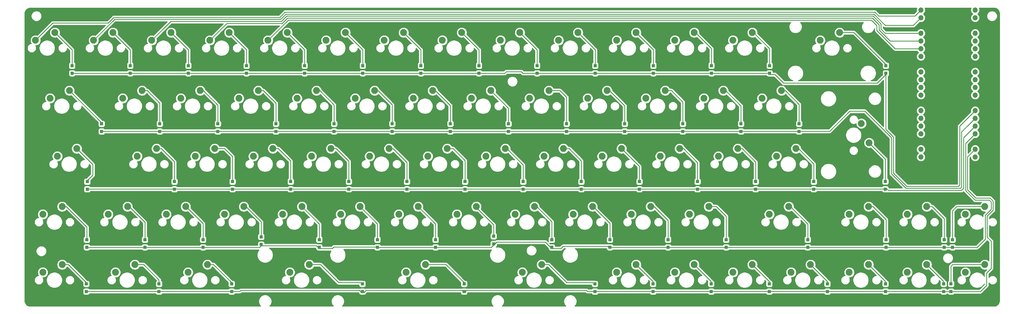
<source format=gbr>
G04 #@! TF.GenerationSoftware,KiCad,Pcbnew,(5.1.9)-1*
G04 #@! TF.CreationDate,2021-05-17T18:05:26+01:00*
G04 #@! TF.ProjectId,EnvKB65,456e764b-4236-4352-9e6b-696361645f70,rev?*
G04 #@! TF.SameCoordinates,Original*
G04 #@! TF.FileFunction,Copper,L2,Bot*
G04 #@! TF.FilePolarity,Positive*
%FSLAX46Y46*%
G04 Gerber Fmt 4.6, Leading zero omitted, Abs format (unit mm)*
G04 Created by KiCad (PCBNEW (5.1.9)-1) date 2021-05-17 18:05:26*
%MOMM*%
%LPD*%
G01*
G04 APERTURE LIST*
G04 #@! TA.AperFunction,SMDPad,CuDef*
%ADD10R,1.000000X1.000000*%
G04 #@! TD*
G04 #@! TA.AperFunction,ComponentPad*
%ADD11O,1.700000X1.700000*%
G04 #@! TD*
G04 #@! TA.AperFunction,ComponentPad*
%ADD12R,1.700000X1.700000*%
G04 #@! TD*
G04 #@! TA.AperFunction,ComponentPad*
%ADD13C,2.250000*%
G04 #@! TD*
G04 #@! TA.AperFunction,Conductor*
%ADD14C,0.250000*%
G04 #@! TD*
G04 #@! TA.AperFunction,Conductor*
%ADD15C,0.254000*%
G04 #@! TD*
G04 #@! TA.AperFunction,Conductor*
%ADD16C,0.100000*%
G04 #@! TD*
G04 APERTURE END LIST*
D10*
X368750000Y-188959120D03*
X368750000Y-191459120D03*
X366334200Y-188959120D03*
X366334200Y-191459120D03*
X347284200Y-188959120D03*
X347284200Y-191459120D03*
X328234200Y-188959120D03*
X328234200Y-191459120D03*
X309184200Y-188959120D03*
X309184200Y-191459120D03*
X290134200Y-188959120D03*
X290134200Y-191459120D03*
X271084200Y-188959120D03*
X271084200Y-191459120D03*
X252034200Y-188959120D03*
X252034200Y-191459120D03*
X209171700Y-188959120D03*
X209171700Y-191459120D03*
X175834200Y-188959120D03*
X175834200Y-191459120D03*
X132971700Y-188959120D03*
X132971700Y-191459120D03*
X109159200Y-188959120D03*
X109159200Y-191459120D03*
X85346700Y-188959120D03*
X85346700Y-191459120D03*
X369250000Y-174434120D03*
X369250000Y-176934120D03*
X366484200Y-174434120D03*
X366484200Y-176934120D03*
X347434200Y-174434120D03*
X347434200Y-176934120D03*
X321784200Y-174434120D03*
X321784200Y-176934120D03*
X295046700Y-174434120D03*
X295046700Y-176934120D03*
X275996700Y-174434120D03*
X275996700Y-176934120D03*
X256946700Y-174434120D03*
X256946700Y-176934120D03*
X237896700Y-174434120D03*
X237896700Y-176934120D03*
X218846700Y-173300000D03*
X218846700Y-175800000D03*
X199796700Y-174434120D03*
X199796700Y-176934120D03*
X180746700Y-174434120D03*
X180746700Y-176934120D03*
X161696700Y-174434120D03*
X161696700Y-176934120D03*
X142646700Y-173525000D03*
X142646700Y-176025000D03*
X123596700Y-174434120D03*
X123596700Y-176934120D03*
X104546700Y-174434120D03*
X104546700Y-176934120D03*
X85496700Y-174434120D03*
X85496700Y-176934120D03*
X323771700Y-155359120D03*
X323771700Y-157859120D03*
X304721700Y-155359120D03*
X304721700Y-157859120D03*
X285671700Y-155359120D03*
X285671700Y-157859120D03*
X266621700Y-155359120D03*
X266621700Y-157859120D03*
X247571700Y-155359120D03*
X247571700Y-157859120D03*
X228521700Y-155359120D03*
X228521700Y-157859120D03*
X209471700Y-155359120D03*
X209471700Y-157859120D03*
X190421700Y-155359120D03*
X190421700Y-157859120D03*
X171371700Y-155359120D03*
X171371700Y-157859120D03*
X152321700Y-155359120D03*
X152321700Y-157859120D03*
X133271700Y-155359120D03*
X133271700Y-157859120D03*
X114221700Y-155359120D03*
X114221700Y-157859120D03*
X85646700Y-155359120D03*
X85646700Y-157859120D03*
X347234200Y-155334120D03*
X347234200Y-157834120D03*
X318959200Y-136384120D03*
X318959200Y-138884120D03*
X299909200Y-136384120D03*
X299909200Y-138884120D03*
X280859200Y-136384120D03*
X280859200Y-138884120D03*
X261809200Y-136384120D03*
X261809200Y-138884120D03*
X242759200Y-136384120D03*
X242759200Y-138884120D03*
X223709200Y-136384120D03*
X223709200Y-138884120D03*
X204659200Y-136384120D03*
X204659200Y-138884120D03*
X185609200Y-136384120D03*
X185609200Y-138884120D03*
X166559200Y-136384120D03*
X166559200Y-138884120D03*
X147509200Y-136384120D03*
X147509200Y-138884120D03*
X128459200Y-136384120D03*
X128459200Y-138884120D03*
X109409200Y-136384120D03*
X109409200Y-138884120D03*
X90359200Y-136384120D03*
X90359200Y-138884120D03*
X347384200Y-117284120D03*
X347384200Y-119784120D03*
X309284200Y-117284120D03*
X309284200Y-119784120D03*
X290234200Y-117284120D03*
X290234200Y-119784120D03*
X271184200Y-117284120D03*
X271184200Y-119784120D03*
X252134200Y-117284120D03*
X252134200Y-119784120D03*
X233084200Y-117284120D03*
X233084200Y-119784120D03*
X214034200Y-117284120D03*
X214034200Y-119784120D03*
X194984200Y-117284120D03*
X194984200Y-119784120D03*
X175934200Y-117284120D03*
X175934200Y-119784120D03*
X156884200Y-117284120D03*
X156884200Y-119784120D03*
X137834200Y-117284120D03*
X137834200Y-119784120D03*
X118784200Y-117284120D03*
X118784200Y-119784120D03*
X99734200Y-117284120D03*
X99734200Y-119784120D03*
X80684200Y-117284120D03*
X80684200Y-119784120D03*
D11*
X376670000Y-99020000D03*
X376670000Y-101560000D03*
D12*
X376670000Y-104100000D03*
D11*
X376670000Y-106640000D03*
X376670000Y-109180000D03*
X376670000Y-111720000D03*
X376670000Y-114260000D03*
D12*
X376670000Y-116800000D03*
D11*
X376670000Y-119340000D03*
X376670000Y-121880000D03*
X376670000Y-124420000D03*
X376670000Y-126960000D03*
D12*
X376670000Y-129500000D03*
D11*
X376670000Y-132040000D03*
X376670000Y-134580000D03*
X376670000Y-137120000D03*
X376670000Y-139660000D03*
D12*
X376670000Y-142200000D03*
D11*
X376670000Y-144740000D03*
X376670000Y-147280000D03*
X358890000Y-147280000D03*
X358890000Y-144740000D03*
D12*
X358890000Y-142200000D03*
D11*
X358890000Y-139660000D03*
X358890000Y-137120000D03*
X358890000Y-134580000D03*
X358890000Y-132040000D03*
D12*
X358890000Y-129500000D03*
D11*
X358890000Y-126960000D03*
X358890000Y-124420000D03*
X358890000Y-121880000D03*
X358890000Y-119340000D03*
D12*
X358890000Y-116800000D03*
D11*
X358890000Y-114260000D03*
X358890000Y-111720000D03*
X358890000Y-109180000D03*
X358890000Y-106640000D03*
D12*
X358890000Y-104100000D03*
D11*
X358890000Y-101560000D03*
X358890000Y-99020000D03*
D13*
X341914200Y-142624120D03*
X339374200Y-136274120D03*
X190142950Y-185169120D03*
X196492950Y-182629120D03*
X228242950Y-185169120D03*
X234592950Y-182629120D03*
X354449200Y-185169120D03*
X360799200Y-182629120D03*
X259199200Y-185169120D03*
X265549200Y-182629120D03*
X75874200Y-147069120D03*
X82224200Y-144529120D03*
X152042950Y-185169120D03*
X158392950Y-182629120D03*
X309224200Y-166119120D03*
X315574200Y-163579120D03*
X373499200Y-185169120D03*
X379849200Y-182629120D03*
X335399200Y-185169120D03*
X341749200Y-182629120D03*
X316349200Y-185169120D03*
X322699200Y-182629120D03*
X297299200Y-185169120D03*
X303649200Y-182629120D03*
X278249200Y-185169120D03*
X284599200Y-182629120D03*
X118705450Y-185169120D03*
X125055450Y-182629120D03*
X94892950Y-185169120D03*
X101242950Y-182629120D03*
X71080450Y-185169120D03*
X77430450Y-182629120D03*
X373499200Y-166119120D03*
X379849200Y-163579120D03*
X354449200Y-166119120D03*
X360799200Y-163579120D03*
X335399200Y-166119120D03*
X341749200Y-163579120D03*
X283011700Y-166119120D03*
X289361700Y-163579120D03*
X263961700Y-166119120D03*
X270311700Y-163579120D03*
X244911700Y-166119120D03*
X251261700Y-163579120D03*
X225861700Y-166119120D03*
X232211700Y-163579120D03*
X206811700Y-166119120D03*
X213161700Y-163579120D03*
X187761700Y-166119120D03*
X194111700Y-163579120D03*
X168711700Y-166119120D03*
X175061700Y-163579120D03*
X149661700Y-166119120D03*
X156011700Y-163579120D03*
X130611700Y-166119120D03*
X136961700Y-163579120D03*
X111561700Y-166119120D03*
X117911700Y-163579120D03*
X92511700Y-166119120D03*
X98861700Y-163579120D03*
X71080450Y-166119120D03*
X77430450Y-163579120D03*
X311586700Y-147069120D03*
X317936700Y-144529120D03*
X292536700Y-147069120D03*
X298886700Y-144529120D03*
X273486700Y-147069120D03*
X279836700Y-144529120D03*
X254436700Y-147069120D03*
X260786700Y-144529120D03*
X235386700Y-147069120D03*
X241736700Y-144529120D03*
X216336700Y-147069120D03*
X222686700Y-144529120D03*
X197286700Y-147069120D03*
X203636700Y-144529120D03*
X178236700Y-147069120D03*
X184586700Y-144529120D03*
X159186700Y-147069120D03*
X165536700Y-144529120D03*
X140136700Y-147069120D03*
X146486700Y-144529120D03*
X121086700Y-147069120D03*
X127436700Y-144529120D03*
X102036700Y-147069120D03*
X108386700Y-144529120D03*
X306824200Y-128019120D03*
X313174200Y-125479120D03*
X287774200Y-128019120D03*
X294124200Y-125479120D03*
X268724200Y-128019120D03*
X275074200Y-125479120D03*
X249674200Y-128019120D03*
X256024200Y-125479120D03*
X230624200Y-128019120D03*
X236974200Y-125479120D03*
X211574200Y-128019120D03*
X217924200Y-125479120D03*
X192524200Y-128019120D03*
X198874200Y-125479120D03*
X173474200Y-128019120D03*
X179824200Y-125479120D03*
X154424200Y-128019120D03*
X160774200Y-125479120D03*
X135374200Y-128019120D03*
X141724200Y-125479120D03*
X116324200Y-128019120D03*
X122674200Y-125479120D03*
X97274200Y-128019120D03*
X103624200Y-125479120D03*
X73461700Y-128019120D03*
X79811700Y-125479120D03*
X325874200Y-108969120D03*
X332224200Y-106429120D03*
X297299200Y-108969120D03*
X303649200Y-106429120D03*
X278249200Y-108969120D03*
X284599200Y-106429120D03*
X259199200Y-108969120D03*
X265549200Y-106429120D03*
X240149200Y-108969120D03*
X246499200Y-106429120D03*
X221099200Y-108969120D03*
X227449200Y-106429120D03*
X202049200Y-108969120D03*
X208399200Y-106429120D03*
X182999200Y-108969120D03*
X189349200Y-106429120D03*
X163949200Y-108969120D03*
X170299200Y-106429120D03*
X144899200Y-108969120D03*
X151249200Y-106429120D03*
X125849200Y-108969120D03*
X132199200Y-106429120D03*
X106799200Y-108969120D03*
X113149200Y-106429120D03*
X87749200Y-108969120D03*
X94099200Y-106429120D03*
X68699200Y-108969120D03*
X75049200Y-106429120D03*
D14*
X148741342Y-101449970D02*
X150491352Y-99699960D01*
X94349098Y-101449970D02*
X148741342Y-101449970D01*
X92499068Y-103300000D02*
X94349098Y-101449970D01*
X74368320Y-103300000D02*
X92499068Y-103300000D01*
X68699200Y-108969120D02*
X74368320Y-103300000D01*
X150491352Y-99699960D02*
X343599960Y-99699960D01*
X343799960Y-99699960D02*
X343599960Y-99699960D01*
X343799960Y-99699960D02*
X344100000Y-100000000D01*
X356960000Y-100950000D02*
X358890000Y-99020000D01*
X345050000Y-100950000D02*
X356960000Y-100950000D01*
X343799960Y-99699960D02*
X345050000Y-100950000D01*
X356400000Y-104050000D02*
X358890000Y-101560000D01*
X343488474Y-100349970D02*
X347188504Y-104050000D01*
X347188504Y-104050000D02*
X356400000Y-104050000D01*
X150760594Y-100349970D02*
X343488474Y-100349970D01*
X149010584Y-102099980D02*
X150760594Y-100349970D01*
X94618340Y-102099980D02*
X149010584Y-102099980D01*
X87749200Y-108969120D02*
X94618340Y-102099980D01*
X345809641Y-105271137D02*
X347178504Y-106640000D01*
X343219251Y-101000001D02*
X345809641Y-103590391D01*
X342899980Y-100999980D02*
X342900000Y-101000000D01*
X151029836Y-100999980D02*
X342899980Y-100999980D01*
X149279826Y-102749990D02*
X151029836Y-100999980D01*
X113050010Y-102749990D02*
X149279826Y-102749990D01*
X347178504Y-106640000D02*
X358890000Y-106640000D01*
X110989201Y-104779119D02*
X111020881Y-104779119D01*
X345809641Y-103590391D02*
X345809641Y-105271137D01*
X342900000Y-101000000D02*
X343219251Y-101000001D01*
X111020881Y-104779119D02*
X113050010Y-102749990D01*
X106799200Y-108969120D02*
X110989201Y-104779119D01*
X149549070Y-103400000D02*
X151299059Y-101650011D01*
X151299059Y-101650011D02*
X342950009Y-101650011D01*
X125849200Y-108969120D02*
X131418320Y-103400000D01*
X131418320Y-103400000D02*
X149549070Y-103400000D01*
X342950009Y-101650011D02*
X345159631Y-103859633D01*
X345159631Y-103859633D02*
X345159631Y-105540379D01*
X348799252Y-109180000D02*
X358890000Y-109180000D01*
X345159631Y-105540379D02*
X348799252Y-109180000D01*
X151568298Y-102300022D02*
X342680766Y-102300022D01*
X144899200Y-108969120D02*
X151568298Y-102300022D01*
X342680766Y-102300022D02*
X344450000Y-104069256D01*
X344450000Y-104069256D02*
X344450000Y-105750000D01*
X350420000Y-111720000D02*
X358890000Y-111720000D01*
X344450000Y-105750000D02*
X350420000Y-111720000D01*
X371569970Y-137140030D02*
X376670000Y-132040000D01*
X371569970Y-156530030D02*
X371569970Y-137140030D01*
X371190010Y-156909990D02*
X371569970Y-156530030D01*
X349880010Y-152540758D02*
X354249242Y-156909990D01*
X349880010Y-140690758D02*
X349880010Y-152540758D01*
X81068320Y-119800000D02*
X222450000Y-119800000D01*
X80684200Y-120184120D02*
X81068320Y-119800000D01*
X223000000Y-119250000D02*
X227881760Y-119250000D01*
X227881760Y-119250000D02*
X228431760Y-119800000D01*
X354249242Y-156909990D02*
X371190010Y-156909990D01*
X228431760Y-119800000D02*
X308900080Y-119800000D01*
X313850000Y-123000000D02*
X344568320Y-123000000D01*
X308900080Y-119800000D02*
X309284200Y-120184120D01*
X222450000Y-119800000D02*
X223000000Y-119250000D01*
X347384200Y-138194948D02*
X349880010Y-140690758D01*
X309284200Y-120184120D02*
X311034120Y-120184120D01*
X311034120Y-120184120D02*
X313850000Y-123000000D01*
X344568320Y-123000000D02*
X347384200Y-120184120D01*
X347384200Y-120184120D02*
X347384200Y-138194948D01*
X369410000Y-157560000D02*
X369580000Y-157560000D01*
X374200000Y-137050000D02*
X376670000Y-134580000D01*
X372219980Y-157230020D02*
X372219980Y-139030020D01*
X371890000Y-157560000D02*
X372219980Y-157230020D01*
X372219980Y-139030020D02*
X374200000Y-137050000D01*
X369410000Y-157560000D02*
X371890000Y-157560000D01*
X90843320Y-138800000D02*
X90359200Y-139284120D01*
X328980000Y-138800000D02*
X90843320Y-138800000D01*
X335550000Y-132230000D02*
X328980000Y-138800000D01*
X340500000Y-132230000D02*
X335550000Y-132230000D01*
X349230000Y-140960000D02*
X340500000Y-132230000D01*
X349230000Y-152810000D02*
X349230000Y-140960000D01*
X353980000Y-157560000D02*
X349230000Y-152810000D01*
X369410000Y-157560000D02*
X353980000Y-157560000D01*
X372869990Y-157550000D02*
X372869990Y-157440000D01*
X372869990Y-140920010D02*
X376670000Y-137120000D01*
X372869990Y-157550000D02*
X372869990Y-140920010D01*
X86105820Y-157800000D02*
X346781760Y-157800000D01*
X85646700Y-158259120D02*
X86105820Y-157800000D01*
X347765880Y-157800000D02*
X348200000Y-158234120D01*
X372185870Y-158234120D02*
X372869990Y-157550000D01*
X348200000Y-158234120D02*
X372185870Y-158234120D01*
X347234200Y-157800000D02*
X347765880Y-157800000D01*
X373520000Y-142810000D02*
X376670000Y-139660000D01*
X373520000Y-157470000D02*
X373520000Y-142810000D01*
X373520000Y-157470000D02*
X373520000Y-157220000D01*
X85496700Y-177334120D02*
X85830820Y-177000000D01*
X85830820Y-177000000D02*
X142071700Y-177000000D01*
X161696700Y-177334120D02*
X165940880Y-177334120D01*
X180412580Y-177000000D02*
X218046700Y-177000000D01*
X142071700Y-177000000D02*
X142646700Y-176425000D01*
X165940880Y-177334120D02*
X166425000Y-176850000D01*
X142646700Y-176425000D02*
X160787580Y-176425000D01*
X160787580Y-176425000D02*
X161696700Y-177334120D01*
X166425000Y-176850000D02*
X180262580Y-176850000D01*
X180262580Y-176850000D02*
X180412580Y-177000000D01*
X218046700Y-177000000D02*
X219796700Y-175250000D01*
X218846700Y-175800000D02*
X219300000Y-175800000D01*
X219300000Y-175800000D02*
X219850000Y-175250000D01*
X219796700Y-175250000D02*
X219850000Y-175250000D01*
X256612580Y-177000000D02*
X369081760Y-177000000D01*
X256187580Y-176575000D02*
X256612580Y-177000000D01*
X240890880Y-177334120D02*
X241650000Y-176575000D01*
X237896700Y-177334120D02*
X240890880Y-177334120D01*
X241650000Y-176575000D02*
X256187580Y-176575000D01*
X235812580Y-175250000D02*
X237896700Y-177334120D01*
X219850000Y-175250000D02*
X235812580Y-175250000D01*
X373520000Y-158330000D02*
X373520000Y-157470000D01*
X381290000Y-161430000D02*
X376620000Y-161430000D01*
X381910000Y-162050000D02*
X381290000Y-161430000D01*
X379950000Y-174318240D02*
X379950000Y-166440000D01*
X377268240Y-177000000D02*
X379950000Y-174318240D01*
X381910000Y-164480000D02*
X381910000Y-162050000D01*
X379950000Y-166440000D02*
X381910000Y-164480000D01*
X369250000Y-177000000D02*
X377268240Y-177000000D01*
X376620000Y-161430000D02*
X373520000Y-158330000D01*
X366334200Y-191859120D02*
X366593320Y-191600000D01*
X374170010Y-147239990D02*
X376670000Y-144740000D01*
X374170010Y-158060758D02*
X374170010Y-147239990D01*
X380400000Y-189440000D02*
X380400000Y-185390000D01*
X382560010Y-164749242D02*
X382560010Y-161780758D01*
X380400000Y-185390000D02*
X381910000Y-183880000D01*
X381559242Y-160779990D02*
X376889242Y-160779990D01*
X381910000Y-183880000D02*
X381910000Y-174910000D01*
X380600010Y-166709242D02*
X382560010Y-164749242D01*
X381910000Y-174910000D02*
X380600010Y-173600010D01*
X376889242Y-160779990D02*
X374170010Y-158060758D01*
X380600010Y-173600010D02*
X380600010Y-166709242D01*
X382560010Y-161780758D02*
X381559242Y-160779990D01*
X368750000Y-191459120D02*
X366334200Y-191459120D01*
X368750000Y-191459120D02*
X378380880Y-191459120D01*
X379020000Y-190820000D02*
X380400000Y-189440000D01*
X378380880Y-191459120D02*
X379020000Y-190820000D01*
X85805820Y-191400000D02*
X85346700Y-191859120D01*
X209240880Y-191859120D02*
X209171700Y-191859120D01*
X249231760Y-191100000D02*
X210000000Y-191100000D01*
X177050000Y-191100000D02*
X176290880Y-191859120D01*
X175559120Y-191859120D02*
X174800000Y-191100000D01*
X210000000Y-191100000D02*
X209240880Y-191859120D01*
X249531760Y-191400000D02*
X249231760Y-191100000D01*
X209171700Y-191859120D02*
X208412580Y-191100000D01*
X136000000Y-191100000D02*
X135700000Y-191400000D01*
X208412580Y-191100000D02*
X177050000Y-191100000D01*
X176290880Y-191859120D02*
X175559120Y-191859120D01*
X366400000Y-191400000D02*
X249531760Y-191400000D01*
X174800000Y-191100000D02*
X136000000Y-191100000D01*
X135700000Y-191400000D02*
X85805820Y-191400000D01*
X80684200Y-112064120D02*
X75049200Y-106429120D01*
X80684200Y-116884120D02*
X80684200Y-112064120D01*
X99734200Y-112064120D02*
X94099200Y-106429120D01*
X99734200Y-116884120D02*
X99734200Y-112064120D01*
X118784200Y-112064120D02*
X113149200Y-106429120D01*
X118784200Y-116884120D02*
X118784200Y-112064120D01*
X137834200Y-112064120D02*
X132199200Y-106429120D01*
X137834200Y-116884120D02*
X137834200Y-112064120D01*
X156884200Y-112064120D02*
X151249200Y-106429120D01*
X156884200Y-116884120D02*
X156884200Y-112064120D01*
X175934200Y-112064120D02*
X170299200Y-106429120D01*
X175934200Y-116884120D02*
X175934200Y-112064120D01*
X194984200Y-112064120D02*
X189349200Y-106429120D01*
X194984200Y-116884120D02*
X194984200Y-112064120D01*
X214034200Y-112064120D02*
X208399200Y-106429120D01*
X214034200Y-116884120D02*
X214034200Y-112064120D01*
X233084200Y-112064120D02*
X227449200Y-106429120D01*
X233084200Y-116884120D02*
X233084200Y-112064120D01*
X252134200Y-112064120D02*
X246499200Y-106429120D01*
X252134200Y-116884120D02*
X252134200Y-112064120D01*
X271184200Y-112064120D02*
X265549200Y-106429120D01*
X271184200Y-116884120D02*
X271184200Y-112064120D01*
X285004120Y-106429120D02*
X284599200Y-106429120D01*
X290234200Y-111659200D02*
X285004120Y-106429120D01*
X290234200Y-116884120D02*
X290234200Y-111659200D01*
X309284200Y-111684200D02*
X304029120Y-106429120D01*
X304029120Y-106429120D02*
X303649200Y-106429120D01*
X309284200Y-116884120D02*
X309284200Y-111684200D01*
X347384200Y-116884120D02*
X347384120Y-116884120D01*
X336929120Y-106429120D02*
X332224200Y-106429120D01*
X347384120Y-116884120D02*
X336929120Y-106429120D01*
X90316700Y-135984120D02*
X79811700Y-125479120D01*
X90359200Y-135984120D02*
X90316700Y-135984120D01*
X109409200Y-135984120D02*
X109409200Y-129584200D01*
X105304120Y-125479120D02*
X103624200Y-125479120D01*
X109409200Y-129584200D02*
X105304120Y-125479120D01*
X128459200Y-135984120D02*
X128459200Y-130234200D01*
X123704120Y-125479120D02*
X122674200Y-125479120D01*
X128459200Y-130234200D02*
X123704120Y-125479120D01*
X147509200Y-135984120D02*
X147509200Y-129609200D01*
X143379120Y-125479120D02*
X141724200Y-125479120D01*
X147509200Y-129609200D02*
X143379120Y-125479120D01*
X161854120Y-125479120D02*
X160774200Y-125479120D01*
X166559200Y-130184200D02*
X161854120Y-125479120D01*
X166559200Y-135984120D02*
X166559200Y-130184200D01*
X185609200Y-135984120D02*
X185609200Y-130134200D01*
X180954120Y-125479120D02*
X179824200Y-125479120D01*
X185609200Y-130134200D02*
X180954120Y-125479120D01*
X204659200Y-135984120D02*
X204659200Y-130384200D01*
X199754120Y-125479120D02*
X198874200Y-125479120D01*
X204659200Y-130384200D02*
X199754120Y-125479120D01*
X223709200Y-131264120D02*
X217924200Y-125479120D01*
X223709200Y-135984120D02*
X223709200Y-131264120D01*
X236974200Y-125479120D02*
X240579120Y-125479120D01*
X242759200Y-127659200D02*
X242759200Y-135984120D01*
X240579120Y-125479120D02*
X242759200Y-127659200D01*
X261809200Y-135984120D02*
X261809200Y-130459200D01*
X256829120Y-125479120D02*
X256024200Y-125479120D01*
X261809200Y-130459200D02*
X256829120Y-125479120D01*
X275074200Y-125479120D02*
X277104120Y-125479120D01*
X280859200Y-129234200D02*
X280859200Y-135984120D01*
X277104120Y-125479120D02*
X280859200Y-129234200D01*
X299909200Y-135984120D02*
X299909200Y-130534200D01*
X294854120Y-125479120D02*
X294124200Y-125479120D01*
X299909200Y-130534200D02*
X294854120Y-125479120D01*
X314429120Y-125479120D02*
X313174200Y-125479120D01*
X318959200Y-130009200D02*
X314429120Y-125479120D01*
X318959200Y-135984120D02*
X318959200Y-130009200D01*
X85646700Y-154959120D02*
X85715880Y-154959120D01*
X85715880Y-154959120D02*
X87450000Y-153225000D01*
X87450000Y-149754920D02*
X82224200Y-144529120D01*
X87450000Y-153225000D02*
X87450000Y-149754920D01*
X114221700Y-154959120D02*
X114221700Y-148846700D01*
X109904120Y-144529120D02*
X108386700Y-144529120D01*
X114221700Y-148846700D02*
X109904120Y-144529120D01*
X127436700Y-144529120D02*
X130654120Y-144529120D01*
X133271700Y-147146700D02*
X133271700Y-154959120D01*
X130654120Y-144529120D02*
X133271700Y-147146700D01*
X146486700Y-144529120D02*
X148254120Y-144529120D01*
X152321700Y-148596700D02*
X152321700Y-154959120D01*
X148254120Y-144529120D02*
X152321700Y-148596700D01*
X171371700Y-154959120D02*
X171371700Y-148671700D01*
X167229120Y-144529120D02*
X165536700Y-144529120D01*
X171371700Y-148671700D02*
X167229120Y-144529120D01*
X190421700Y-154959120D02*
X190421700Y-149071700D01*
X185879120Y-144529120D02*
X184586700Y-144529120D01*
X190421700Y-149071700D02*
X185879120Y-144529120D01*
X203636700Y-144529120D02*
X205529120Y-144529120D01*
X209471700Y-148471700D02*
X209471700Y-154959120D01*
X205529120Y-144529120D02*
X209471700Y-148471700D01*
X228521700Y-154959120D02*
X228521700Y-149896700D01*
X223154120Y-144529120D02*
X222686700Y-144529120D01*
X228521700Y-149896700D02*
X223154120Y-144529120D01*
X241736700Y-144529120D02*
X243579120Y-144529120D01*
X247571700Y-148521700D02*
X247571700Y-154959120D01*
X243579120Y-144529120D02*
X247571700Y-148521700D01*
X266621700Y-150364120D02*
X260786700Y-144529120D01*
X266621700Y-154959120D02*
X266621700Y-150364120D01*
X285671700Y-154959120D02*
X285671700Y-149146700D01*
X281054120Y-144529120D02*
X279836700Y-144529120D01*
X285671700Y-149146700D02*
X281054120Y-144529120D01*
X300279120Y-144529120D02*
X298886700Y-144529120D01*
X304721700Y-148971700D02*
X300279120Y-144529120D01*
X304721700Y-154959120D02*
X304721700Y-148971700D01*
X323771700Y-154959120D02*
X323771700Y-149571700D01*
X318729120Y-144529120D02*
X317936700Y-144529120D01*
X323771700Y-149571700D02*
X318729120Y-144529120D01*
X347234200Y-147944120D02*
X341914200Y-142624120D01*
X347234200Y-154934120D02*
X347234200Y-147944120D01*
X85496700Y-174034120D02*
X85496700Y-170296700D01*
X78779120Y-163579120D02*
X77430450Y-163579120D01*
X85496700Y-170296700D02*
X78779120Y-163579120D01*
X104546700Y-174034120D02*
X104546700Y-168746700D01*
X99379120Y-163579120D02*
X98861700Y-163579120D01*
X104546700Y-168746700D02*
X99379120Y-163579120D01*
X123596700Y-174034120D02*
X123596700Y-169121700D01*
X118054120Y-163579120D02*
X117911700Y-163579120D01*
X123596700Y-169121700D02*
X118054120Y-163579120D01*
X137654120Y-163579120D02*
X136961700Y-163579120D01*
X142646700Y-168571700D02*
X137654120Y-163579120D01*
X142646700Y-173225000D02*
X142646700Y-168571700D01*
X161696700Y-169264120D02*
X156011700Y-163579120D01*
X161696700Y-174034120D02*
X161696700Y-169264120D01*
X180746700Y-169264120D02*
X175061700Y-163579120D01*
X180746700Y-174034120D02*
X180746700Y-169264120D01*
X199796700Y-169264120D02*
X194111700Y-163579120D01*
X199796700Y-174034120D02*
X199796700Y-169264120D01*
X218846700Y-172900000D02*
X218846700Y-169546700D01*
X213161700Y-163861700D02*
X213161700Y-163579120D01*
X218846700Y-169546700D02*
X213161700Y-163861700D01*
X237896700Y-174034120D02*
X237896700Y-168496700D01*
X232979120Y-163579120D02*
X232211700Y-163579120D01*
X237896700Y-168496700D02*
X232979120Y-163579120D01*
X256946700Y-174034120D02*
X256946700Y-169071700D01*
X251454120Y-163579120D02*
X251261700Y-163579120D01*
X256946700Y-169071700D02*
X251454120Y-163579120D01*
X275996700Y-174034120D02*
X275996700Y-168096700D01*
X271479120Y-163579120D02*
X270311700Y-163579120D01*
X275996700Y-168096700D02*
X271479120Y-163579120D01*
X295046700Y-174034120D02*
X295046700Y-166746700D01*
X291879120Y-163579120D02*
X289361700Y-163579120D01*
X295046700Y-166746700D02*
X291879120Y-163579120D01*
X321784200Y-174034120D02*
X321784200Y-169259200D01*
X316104120Y-163579120D02*
X315574200Y-163579120D01*
X321784200Y-169259200D02*
X316104120Y-163579120D01*
X341753320Y-163575000D02*
X341749200Y-163579120D01*
X343175000Y-163575000D02*
X341753320Y-163575000D01*
X347434200Y-167834200D02*
X343175000Y-163575000D01*
X347434200Y-174034120D02*
X347434200Y-167834200D01*
X366484200Y-174034120D02*
X366484200Y-167509200D01*
X362554120Y-163579120D02*
X360799200Y-163579120D01*
X366484200Y-167509200D02*
X362554120Y-163579120D01*
X369250000Y-174034120D02*
X369250000Y-164950000D01*
X370620880Y-163579120D02*
X379849200Y-163579120D01*
X369250000Y-164950000D02*
X370620880Y-163579120D01*
X79416700Y-182629120D02*
X85346700Y-188559120D01*
X77430450Y-182629120D02*
X79416700Y-182629120D01*
X101242950Y-182629120D02*
X104129120Y-182629120D01*
X109159200Y-187659200D02*
X109159200Y-188559120D01*
X104129120Y-182629120D02*
X109159200Y-187659200D01*
X127041700Y-182629120D02*
X132971700Y-188559120D01*
X125055450Y-182629120D02*
X127041700Y-182629120D01*
X168059120Y-188559120D02*
X175834200Y-188559120D01*
X162129120Y-182629120D02*
X168059120Y-188559120D01*
X158392950Y-182629120D02*
X162129120Y-182629120D01*
X203241700Y-182629120D02*
X209171700Y-188559120D01*
X196492950Y-182629120D02*
X203241700Y-182629120D01*
X234592950Y-182629120D02*
X236879120Y-182629120D01*
X242809120Y-188559120D02*
X252034200Y-188559120D01*
X236879120Y-182629120D02*
X242809120Y-188559120D01*
X271084200Y-188164120D02*
X271084200Y-188559120D01*
X265549200Y-182629120D02*
X271084200Y-188164120D01*
X290134200Y-188164120D02*
X290134200Y-188559120D01*
X284599200Y-182629120D02*
X290134200Y-188164120D01*
X303649200Y-182629120D02*
X309000000Y-187979920D01*
X309184200Y-188164120D02*
X303649200Y-182629120D01*
X309184200Y-188559120D02*
X309184200Y-188164120D01*
X328234200Y-188164120D02*
X328234200Y-188559120D01*
X322699200Y-182629120D02*
X328234200Y-188164120D01*
X347284200Y-188164120D02*
X347284200Y-188559120D01*
X341749200Y-182629120D02*
X347284200Y-188164120D01*
X366334200Y-188164120D02*
X366334200Y-188559120D01*
X360799200Y-182629120D02*
X366334200Y-188164120D01*
X368750000Y-188559120D02*
X368750000Y-183150000D01*
X369270880Y-182629120D02*
X379849200Y-182629120D01*
X368750000Y-183150000D02*
X369270880Y-182629120D01*
X66150000Y-110200000D02*
X66200000Y-110150000D01*
X66150000Y-110716318D02*
X66150000Y-110200000D01*
X66029199Y-110837119D02*
X66150000Y-110716318D01*
X66029199Y-112181121D02*
X66029199Y-110837119D01*
X66150000Y-112301922D02*
X66029199Y-112181121D01*
X66150000Y-112550000D02*
X66150000Y-112301922D01*
X66200000Y-112600000D02*
X66150000Y-112550000D01*
D15*
X357462068Y-98586842D02*
X357405000Y-98873740D01*
X357405000Y-99166260D01*
X357448790Y-99386408D01*
X356645199Y-100190000D01*
X345364802Y-100190000D01*
X344363764Y-99188963D01*
X344339961Y-99159959D01*
X344224236Y-99064986D01*
X344092207Y-98994414D01*
X343948946Y-98950957D01*
X343837293Y-98939960D01*
X343837282Y-98939960D01*
X343799960Y-98936284D01*
X343762638Y-98939960D01*
X150528675Y-98939960D01*
X150491352Y-98936284D01*
X150454029Y-98939960D01*
X150454019Y-98939960D01*
X150342366Y-98950957D01*
X150220886Y-98987807D01*
X150199105Y-98994414D01*
X150067075Y-99064986D01*
X150004345Y-99116468D01*
X149951351Y-99159959D01*
X149927553Y-99188957D01*
X148426541Y-100689970D01*
X94386431Y-100689970D01*
X94349098Y-100686293D01*
X94311765Y-100689970D01*
X94200112Y-100700967D01*
X94056851Y-100744424D01*
X93924822Y-100814996D01*
X93809097Y-100909969D01*
X93785299Y-100938967D01*
X92184267Y-102540000D01*
X74405642Y-102540000D01*
X74368319Y-102536324D01*
X74330996Y-102540000D01*
X74330987Y-102540000D01*
X74219334Y-102550997D01*
X74076073Y-102594454D01*
X73944044Y-102665026D01*
X73944042Y-102665027D01*
X73944043Y-102665027D01*
X73857316Y-102736201D01*
X73857312Y-102736205D01*
X73828319Y-102759999D01*
X73804525Y-102788992D01*
X69286246Y-107307272D01*
X69212573Y-107276756D01*
X68872545Y-107209120D01*
X68525855Y-107209120D01*
X68185827Y-107276756D01*
X67865527Y-107409428D01*
X67577265Y-107602039D01*
X67332119Y-107847185D01*
X67139508Y-108135447D01*
X67006836Y-108455747D01*
X66939200Y-108795775D01*
X66939200Y-109142465D01*
X67006836Y-109482493D01*
X67139508Y-109802793D01*
X67271838Y-110000839D01*
X66988749Y-110057149D01*
X66713947Y-110170976D01*
X66466631Y-110336227D01*
X66256307Y-110546551D01*
X66091056Y-110793867D01*
X65977229Y-111068669D01*
X65919200Y-111360398D01*
X65919200Y-111657842D01*
X65977229Y-111949571D01*
X66091056Y-112224373D01*
X66256307Y-112471689D01*
X66466631Y-112682013D01*
X66713947Y-112847264D01*
X66988749Y-112961091D01*
X67280478Y-113019120D01*
X67577922Y-113019120D01*
X67869651Y-112961091D01*
X68144453Y-112847264D01*
X68391769Y-112682013D01*
X68602093Y-112471689D01*
X68767344Y-112224373D01*
X68881171Y-111949571D01*
X68939200Y-111657842D01*
X68939200Y-111360398D01*
X68917280Y-111250196D01*
X69880300Y-111250196D01*
X69880300Y-111768044D01*
X69981327Y-112275942D01*
X70179499Y-112754371D01*
X70467200Y-113184946D01*
X70833374Y-113551120D01*
X71263949Y-113838821D01*
X71742378Y-114036993D01*
X72250276Y-114138020D01*
X72768124Y-114138020D01*
X73276022Y-114036993D01*
X73754451Y-113838821D01*
X74185026Y-113551120D01*
X74551200Y-113184946D01*
X74838901Y-112754371D01*
X75037073Y-112275942D01*
X75138100Y-111768044D01*
X75138100Y-111250196D01*
X75037073Y-110742298D01*
X74838901Y-110263869D01*
X74551200Y-109833294D01*
X74185026Y-109467120D01*
X73754451Y-109179419D01*
X73276022Y-108981247D01*
X72768124Y-108880220D01*
X72250276Y-108880220D01*
X71742378Y-108981247D01*
X71263949Y-109179419D01*
X70833374Y-109467120D01*
X70467200Y-109833294D01*
X70179499Y-110263869D01*
X69981327Y-110742298D01*
X69880300Y-111250196D01*
X68917280Y-111250196D01*
X68881171Y-111068669D01*
X68767344Y-110793867D01*
X68724082Y-110729120D01*
X68872545Y-110729120D01*
X69212573Y-110661484D01*
X69532873Y-110528812D01*
X69821135Y-110336201D01*
X70066281Y-110091055D01*
X70258892Y-109802793D01*
X70391564Y-109482493D01*
X70459200Y-109142465D01*
X70459200Y-108795775D01*
X70391564Y-108455747D01*
X70361048Y-108382074D01*
X72487347Y-106255775D01*
X73289200Y-106255775D01*
X73289200Y-106602465D01*
X73356836Y-106942493D01*
X73489508Y-107262793D01*
X73682119Y-107551055D01*
X73927265Y-107796201D01*
X74215527Y-107988812D01*
X74535827Y-108121484D01*
X74875855Y-108189120D01*
X75222545Y-108189120D01*
X75562573Y-108121484D01*
X75636246Y-108090968D01*
X77544398Y-109999120D01*
X77440478Y-109999120D01*
X77148749Y-110057149D01*
X76873947Y-110170976D01*
X76626631Y-110336227D01*
X76416307Y-110546551D01*
X76251056Y-110793867D01*
X76137229Y-111068669D01*
X76079200Y-111360398D01*
X76079200Y-111657842D01*
X76137229Y-111949571D01*
X76251056Y-112224373D01*
X76416307Y-112471689D01*
X76626631Y-112682013D01*
X76873947Y-112847264D01*
X77148749Y-112961091D01*
X77440478Y-113019120D01*
X77737922Y-113019120D01*
X78029651Y-112961091D01*
X78304453Y-112847264D01*
X78551769Y-112682013D01*
X78762093Y-112471689D01*
X78927344Y-112224373D01*
X79041171Y-111949571D01*
X79099200Y-111657842D01*
X79099200Y-111553923D01*
X79924201Y-112378924D01*
X79924200Y-116203074D01*
X79829706Y-116253583D01*
X79733015Y-116332935D01*
X79653663Y-116429626D01*
X79594698Y-116539940D01*
X79558388Y-116659638D01*
X79546128Y-116784120D01*
X79546128Y-117784120D01*
X79558388Y-117908602D01*
X79594698Y-118028300D01*
X79653663Y-118138614D01*
X79733015Y-118235305D01*
X79829706Y-118314657D01*
X79940020Y-118373622D01*
X80059718Y-118409932D01*
X80184200Y-118422192D01*
X81184200Y-118422192D01*
X81308682Y-118409932D01*
X81428380Y-118373622D01*
X81538694Y-118314657D01*
X81635385Y-118235305D01*
X81714737Y-118138614D01*
X81773702Y-118028300D01*
X81810012Y-117908602D01*
X81822272Y-117784120D01*
X81822272Y-116784120D01*
X81810012Y-116659638D01*
X81773702Y-116539940D01*
X81714737Y-116429626D01*
X81635385Y-116332935D01*
X81538694Y-116253583D01*
X81444200Y-116203074D01*
X81444200Y-112101442D01*
X81447876Y-112064119D01*
X81444200Y-112026796D01*
X81444200Y-112026787D01*
X81433203Y-111915134D01*
X81389746Y-111771873D01*
X81319174Y-111639844D01*
X81262687Y-111571014D01*
X81247999Y-111553116D01*
X81247995Y-111553112D01*
X81224201Y-111524119D01*
X81195208Y-111500325D01*
X76711048Y-107016166D01*
X76741564Y-106942493D01*
X76809200Y-106602465D01*
X76809200Y-106255775D01*
X76741564Y-105915747D01*
X76608892Y-105595447D01*
X76416281Y-105307185D01*
X76171135Y-105062039D01*
X75882873Y-104869428D01*
X75562573Y-104736756D01*
X75222545Y-104669120D01*
X74875855Y-104669120D01*
X74535827Y-104736756D01*
X74215527Y-104869428D01*
X73927265Y-105062039D01*
X73682119Y-105307185D01*
X73489508Y-105595447D01*
X73356836Y-105915747D01*
X73289200Y-106255775D01*
X72487347Y-106255775D01*
X74683123Y-104060000D01*
X91583518Y-104060000D01*
X88336246Y-107307272D01*
X88262573Y-107276756D01*
X87922545Y-107209120D01*
X87575855Y-107209120D01*
X87235827Y-107276756D01*
X86915527Y-107409428D01*
X86627265Y-107602039D01*
X86382119Y-107847185D01*
X86189508Y-108135447D01*
X86056836Y-108455747D01*
X85989200Y-108795775D01*
X85989200Y-109142465D01*
X86056836Y-109482493D01*
X86189508Y-109802793D01*
X86321838Y-110000839D01*
X86038749Y-110057149D01*
X85763947Y-110170976D01*
X85516631Y-110336227D01*
X85306307Y-110546551D01*
X85141056Y-110793867D01*
X85027229Y-111068669D01*
X84969200Y-111360398D01*
X84969200Y-111657842D01*
X85027229Y-111949571D01*
X85141056Y-112224373D01*
X85306307Y-112471689D01*
X85516631Y-112682013D01*
X85763947Y-112847264D01*
X86038749Y-112961091D01*
X86330478Y-113019120D01*
X86627922Y-113019120D01*
X86919651Y-112961091D01*
X87194453Y-112847264D01*
X87441769Y-112682013D01*
X87652093Y-112471689D01*
X87817344Y-112224373D01*
X87931171Y-111949571D01*
X87989200Y-111657842D01*
X87989200Y-111360398D01*
X87967280Y-111250196D01*
X88930300Y-111250196D01*
X88930300Y-111768044D01*
X89031327Y-112275942D01*
X89229499Y-112754371D01*
X89517200Y-113184946D01*
X89883374Y-113551120D01*
X90313949Y-113838821D01*
X90792378Y-114036993D01*
X91300276Y-114138020D01*
X91818124Y-114138020D01*
X92326022Y-114036993D01*
X92804451Y-113838821D01*
X93235026Y-113551120D01*
X93601200Y-113184946D01*
X93888901Y-112754371D01*
X94087073Y-112275942D01*
X94188100Y-111768044D01*
X94188100Y-111250196D01*
X94087073Y-110742298D01*
X93888901Y-110263869D01*
X93601200Y-109833294D01*
X93235026Y-109467120D01*
X92804451Y-109179419D01*
X92326022Y-108981247D01*
X91818124Y-108880220D01*
X91300276Y-108880220D01*
X90792378Y-108981247D01*
X90313949Y-109179419D01*
X89883374Y-109467120D01*
X89517200Y-109833294D01*
X89229499Y-110263869D01*
X89031327Y-110742298D01*
X88930300Y-111250196D01*
X87967280Y-111250196D01*
X87931171Y-111068669D01*
X87817344Y-110793867D01*
X87774082Y-110729120D01*
X87922545Y-110729120D01*
X88262573Y-110661484D01*
X88582873Y-110528812D01*
X88871135Y-110336201D01*
X89116281Y-110091055D01*
X89308892Y-109802793D01*
X89441564Y-109482493D01*
X89509200Y-109142465D01*
X89509200Y-108795775D01*
X89441564Y-108455747D01*
X89411048Y-108382074D01*
X91537347Y-106255775D01*
X92339200Y-106255775D01*
X92339200Y-106602465D01*
X92406836Y-106942493D01*
X92539508Y-107262793D01*
X92732119Y-107551055D01*
X92977265Y-107796201D01*
X93265527Y-107988812D01*
X93585827Y-108121484D01*
X93925855Y-108189120D01*
X94272545Y-108189120D01*
X94612573Y-108121484D01*
X94686246Y-108090968D01*
X96594398Y-109999120D01*
X96490478Y-109999120D01*
X96198749Y-110057149D01*
X95923947Y-110170976D01*
X95676631Y-110336227D01*
X95466307Y-110546551D01*
X95301056Y-110793867D01*
X95187229Y-111068669D01*
X95129200Y-111360398D01*
X95129200Y-111657842D01*
X95187229Y-111949571D01*
X95301056Y-112224373D01*
X95466307Y-112471689D01*
X95676631Y-112682013D01*
X95923947Y-112847264D01*
X96198749Y-112961091D01*
X96490478Y-113019120D01*
X96787922Y-113019120D01*
X97079651Y-112961091D01*
X97354453Y-112847264D01*
X97601769Y-112682013D01*
X97812093Y-112471689D01*
X97977344Y-112224373D01*
X98091171Y-111949571D01*
X98149200Y-111657842D01*
X98149200Y-111553923D01*
X98974201Y-112378924D01*
X98974200Y-116203074D01*
X98879706Y-116253583D01*
X98783015Y-116332935D01*
X98703663Y-116429626D01*
X98644698Y-116539940D01*
X98608388Y-116659638D01*
X98596128Y-116784120D01*
X98596128Y-117784120D01*
X98608388Y-117908602D01*
X98644698Y-118028300D01*
X98703663Y-118138614D01*
X98783015Y-118235305D01*
X98879706Y-118314657D01*
X98990020Y-118373622D01*
X99109718Y-118409932D01*
X99234200Y-118422192D01*
X100234200Y-118422192D01*
X100358682Y-118409932D01*
X100478380Y-118373622D01*
X100588694Y-118314657D01*
X100685385Y-118235305D01*
X100764737Y-118138614D01*
X100823702Y-118028300D01*
X100860012Y-117908602D01*
X100872272Y-117784120D01*
X100872272Y-116784120D01*
X100860012Y-116659638D01*
X100823702Y-116539940D01*
X100764737Y-116429626D01*
X100685385Y-116332935D01*
X100588694Y-116253583D01*
X100494200Y-116203074D01*
X100494200Y-112101442D01*
X100497876Y-112064119D01*
X100494200Y-112026796D01*
X100494200Y-112026787D01*
X100483203Y-111915134D01*
X100439746Y-111771873D01*
X100369174Y-111639844D01*
X100312687Y-111571014D01*
X100297999Y-111553116D01*
X100297995Y-111553112D01*
X100274201Y-111524119D01*
X100245208Y-111500325D01*
X95761048Y-107016166D01*
X95791564Y-106942493D01*
X95859200Y-106602465D01*
X95859200Y-106255775D01*
X95791564Y-105915747D01*
X95658892Y-105595447D01*
X95466281Y-105307185D01*
X95221135Y-105062039D01*
X94932873Y-104869428D01*
X94612573Y-104736756D01*
X94272545Y-104669120D01*
X93925855Y-104669120D01*
X93585827Y-104736756D01*
X93265527Y-104869428D01*
X92977265Y-105062039D01*
X92732119Y-105307185D01*
X92539508Y-105595447D01*
X92406836Y-105915747D01*
X92339200Y-106255775D01*
X91537347Y-106255775D01*
X94933142Y-102859980D01*
X111865218Y-102859980D01*
X110599575Y-104125624D01*
X110564925Y-104144145D01*
X110449200Y-104239118D01*
X110425402Y-104268116D01*
X107386246Y-107307272D01*
X107312573Y-107276756D01*
X106972545Y-107209120D01*
X106625855Y-107209120D01*
X106285827Y-107276756D01*
X105965527Y-107409428D01*
X105677265Y-107602039D01*
X105432119Y-107847185D01*
X105239508Y-108135447D01*
X105106836Y-108455747D01*
X105039200Y-108795775D01*
X105039200Y-109142465D01*
X105106836Y-109482493D01*
X105239508Y-109802793D01*
X105371838Y-110000839D01*
X105088749Y-110057149D01*
X104813947Y-110170976D01*
X104566631Y-110336227D01*
X104356307Y-110546551D01*
X104191056Y-110793867D01*
X104077229Y-111068669D01*
X104019200Y-111360398D01*
X104019200Y-111657842D01*
X104077229Y-111949571D01*
X104191056Y-112224373D01*
X104356307Y-112471689D01*
X104566631Y-112682013D01*
X104813947Y-112847264D01*
X105088749Y-112961091D01*
X105380478Y-113019120D01*
X105677922Y-113019120D01*
X105969651Y-112961091D01*
X106244453Y-112847264D01*
X106491769Y-112682013D01*
X106702093Y-112471689D01*
X106867344Y-112224373D01*
X106981171Y-111949571D01*
X107039200Y-111657842D01*
X107039200Y-111360398D01*
X107017280Y-111250196D01*
X107980300Y-111250196D01*
X107980300Y-111768044D01*
X108081327Y-112275942D01*
X108279499Y-112754371D01*
X108567200Y-113184946D01*
X108933374Y-113551120D01*
X109363949Y-113838821D01*
X109842378Y-114036993D01*
X110350276Y-114138020D01*
X110868124Y-114138020D01*
X111376022Y-114036993D01*
X111854451Y-113838821D01*
X112285026Y-113551120D01*
X112651200Y-113184946D01*
X112938901Y-112754371D01*
X113137073Y-112275942D01*
X113238100Y-111768044D01*
X113238100Y-111250196D01*
X113137073Y-110742298D01*
X112938901Y-110263869D01*
X112651200Y-109833294D01*
X112285026Y-109467120D01*
X111854451Y-109179419D01*
X111376022Y-108981247D01*
X110868124Y-108880220D01*
X110350276Y-108880220D01*
X109842378Y-108981247D01*
X109363949Y-109179419D01*
X108933374Y-109467120D01*
X108567200Y-109833294D01*
X108279499Y-110263869D01*
X108081327Y-110742298D01*
X107980300Y-111250196D01*
X107017280Y-111250196D01*
X106981171Y-111068669D01*
X106867344Y-110793867D01*
X106824082Y-110729120D01*
X106972545Y-110729120D01*
X107312573Y-110661484D01*
X107632873Y-110528812D01*
X107921135Y-110336201D01*
X108166281Y-110091055D01*
X108358892Y-109802793D01*
X108491564Y-109482493D01*
X108559200Y-109142465D01*
X108559200Y-108795775D01*
X108491564Y-108455747D01*
X108461048Y-108382074D01*
X110587347Y-106255775D01*
X111389200Y-106255775D01*
X111389200Y-106602465D01*
X111456836Y-106942493D01*
X111589508Y-107262793D01*
X111782119Y-107551055D01*
X112027265Y-107796201D01*
X112315527Y-107988812D01*
X112635827Y-108121484D01*
X112975855Y-108189120D01*
X113322545Y-108189120D01*
X113662573Y-108121484D01*
X113736246Y-108090968D01*
X115644398Y-109999120D01*
X115540478Y-109999120D01*
X115248749Y-110057149D01*
X114973947Y-110170976D01*
X114726631Y-110336227D01*
X114516307Y-110546551D01*
X114351056Y-110793867D01*
X114237229Y-111068669D01*
X114179200Y-111360398D01*
X114179200Y-111657842D01*
X114237229Y-111949571D01*
X114351056Y-112224373D01*
X114516307Y-112471689D01*
X114726631Y-112682013D01*
X114973947Y-112847264D01*
X115248749Y-112961091D01*
X115540478Y-113019120D01*
X115837922Y-113019120D01*
X116129651Y-112961091D01*
X116404453Y-112847264D01*
X116651769Y-112682013D01*
X116862093Y-112471689D01*
X117027344Y-112224373D01*
X117141171Y-111949571D01*
X117199200Y-111657842D01*
X117199200Y-111553923D01*
X118024201Y-112378924D01*
X118024200Y-116203074D01*
X117929706Y-116253583D01*
X117833015Y-116332935D01*
X117753663Y-116429626D01*
X117694698Y-116539940D01*
X117658388Y-116659638D01*
X117646128Y-116784120D01*
X117646128Y-117784120D01*
X117658388Y-117908602D01*
X117694698Y-118028300D01*
X117753663Y-118138614D01*
X117833015Y-118235305D01*
X117929706Y-118314657D01*
X118040020Y-118373622D01*
X118159718Y-118409932D01*
X118284200Y-118422192D01*
X119284200Y-118422192D01*
X119408682Y-118409932D01*
X119528380Y-118373622D01*
X119638694Y-118314657D01*
X119735385Y-118235305D01*
X119814737Y-118138614D01*
X119873702Y-118028300D01*
X119910012Y-117908602D01*
X119922272Y-117784120D01*
X119922272Y-116784120D01*
X119910012Y-116659638D01*
X119873702Y-116539940D01*
X119814737Y-116429626D01*
X119735385Y-116332935D01*
X119638694Y-116253583D01*
X119544200Y-116203074D01*
X119544200Y-112101442D01*
X119547876Y-112064119D01*
X119544200Y-112026796D01*
X119544200Y-112026787D01*
X119533203Y-111915134D01*
X119489746Y-111771873D01*
X119419174Y-111639844D01*
X119362687Y-111571014D01*
X119347999Y-111553116D01*
X119347995Y-111553112D01*
X119324201Y-111524119D01*
X119295208Y-111500325D01*
X114811048Y-107016166D01*
X114841564Y-106942493D01*
X114909200Y-106602465D01*
X114909200Y-106255775D01*
X114841564Y-105915747D01*
X114708892Y-105595447D01*
X114516281Y-105307185D01*
X114271135Y-105062039D01*
X113982873Y-104869428D01*
X113662573Y-104736756D01*
X113322545Y-104669120D01*
X112975855Y-104669120D01*
X112635827Y-104736756D01*
X112315527Y-104869428D01*
X112027265Y-105062039D01*
X111782119Y-105307185D01*
X111589508Y-105595447D01*
X111456836Y-105915747D01*
X111389200Y-106255775D01*
X110587347Y-106255775D01*
X111410509Y-105432613D01*
X111445157Y-105414093D01*
X111560882Y-105319120D01*
X111584685Y-105290116D01*
X113364812Y-103509990D01*
X130233528Y-103509990D01*
X126436246Y-107307272D01*
X126362573Y-107276756D01*
X126022545Y-107209120D01*
X125675855Y-107209120D01*
X125335827Y-107276756D01*
X125015527Y-107409428D01*
X124727265Y-107602039D01*
X124482119Y-107847185D01*
X124289508Y-108135447D01*
X124156836Y-108455747D01*
X124089200Y-108795775D01*
X124089200Y-109142465D01*
X124156836Y-109482493D01*
X124289508Y-109802793D01*
X124421838Y-110000839D01*
X124138749Y-110057149D01*
X123863947Y-110170976D01*
X123616631Y-110336227D01*
X123406307Y-110546551D01*
X123241056Y-110793867D01*
X123127229Y-111068669D01*
X123069200Y-111360398D01*
X123069200Y-111657842D01*
X123127229Y-111949571D01*
X123241056Y-112224373D01*
X123406307Y-112471689D01*
X123616631Y-112682013D01*
X123863947Y-112847264D01*
X124138749Y-112961091D01*
X124430478Y-113019120D01*
X124727922Y-113019120D01*
X125019651Y-112961091D01*
X125294453Y-112847264D01*
X125541769Y-112682013D01*
X125752093Y-112471689D01*
X125917344Y-112224373D01*
X126031171Y-111949571D01*
X126089200Y-111657842D01*
X126089200Y-111360398D01*
X126067280Y-111250196D01*
X127030300Y-111250196D01*
X127030300Y-111768044D01*
X127131327Y-112275942D01*
X127329499Y-112754371D01*
X127617200Y-113184946D01*
X127983374Y-113551120D01*
X128413949Y-113838821D01*
X128892378Y-114036993D01*
X129400276Y-114138020D01*
X129918124Y-114138020D01*
X130426022Y-114036993D01*
X130904451Y-113838821D01*
X131335026Y-113551120D01*
X131701200Y-113184946D01*
X131988901Y-112754371D01*
X132187073Y-112275942D01*
X132288100Y-111768044D01*
X132288100Y-111250196D01*
X132187073Y-110742298D01*
X131988901Y-110263869D01*
X131701200Y-109833294D01*
X131335026Y-109467120D01*
X130904451Y-109179419D01*
X130426022Y-108981247D01*
X129918124Y-108880220D01*
X129400276Y-108880220D01*
X128892378Y-108981247D01*
X128413949Y-109179419D01*
X127983374Y-109467120D01*
X127617200Y-109833294D01*
X127329499Y-110263869D01*
X127131327Y-110742298D01*
X127030300Y-111250196D01*
X126067280Y-111250196D01*
X126031171Y-111068669D01*
X125917344Y-110793867D01*
X125874082Y-110729120D01*
X126022545Y-110729120D01*
X126362573Y-110661484D01*
X126682873Y-110528812D01*
X126971135Y-110336201D01*
X127216281Y-110091055D01*
X127408892Y-109802793D01*
X127541564Y-109482493D01*
X127609200Y-109142465D01*
X127609200Y-108795775D01*
X127541564Y-108455747D01*
X127511048Y-108382074D01*
X129637347Y-106255775D01*
X130439200Y-106255775D01*
X130439200Y-106602465D01*
X130506836Y-106942493D01*
X130639508Y-107262793D01*
X130832119Y-107551055D01*
X131077265Y-107796201D01*
X131365527Y-107988812D01*
X131685827Y-108121484D01*
X132025855Y-108189120D01*
X132372545Y-108189120D01*
X132712573Y-108121484D01*
X132786246Y-108090968D01*
X134694398Y-109999120D01*
X134590478Y-109999120D01*
X134298749Y-110057149D01*
X134023947Y-110170976D01*
X133776631Y-110336227D01*
X133566307Y-110546551D01*
X133401056Y-110793867D01*
X133287229Y-111068669D01*
X133229200Y-111360398D01*
X133229200Y-111657842D01*
X133287229Y-111949571D01*
X133401056Y-112224373D01*
X133566307Y-112471689D01*
X133776631Y-112682013D01*
X134023947Y-112847264D01*
X134298749Y-112961091D01*
X134590478Y-113019120D01*
X134887922Y-113019120D01*
X135179651Y-112961091D01*
X135454453Y-112847264D01*
X135701769Y-112682013D01*
X135912093Y-112471689D01*
X136077344Y-112224373D01*
X136191171Y-111949571D01*
X136249200Y-111657842D01*
X136249200Y-111553923D01*
X137074201Y-112378924D01*
X137074200Y-116203074D01*
X136979706Y-116253583D01*
X136883015Y-116332935D01*
X136803663Y-116429626D01*
X136744698Y-116539940D01*
X136708388Y-116659638D01*
X136696128Y-116784120D01*
X136696128Y-117784120D01*
X136708388Y-117908602D01*
X136744698Y-118028300D01*
X136803663Y-118138614D01*
X136883015Y-118235305D01*
X136979706Y-118314657D01*
X137090020Y-118373622D01*
X137209718Y-118409932D01*
X137334200Y-118422192D01*
X138334200Y-118422192D01*
X138458682Y-118409932D01*
X138578380Y-118373622D01*
X138688694Y-118314657D01*
X138785385Y-118235305D01*
X138864737Y-118138614D01*
X138923702Y-118028300D01*
X138960012Y-117908602D01*
X138972272Y-117784120D01*
X138972272Y-116784120D01*
X138960012Y-116659638D01*
X138923702Y-116539940D01*
X138864737Y-116429626D01*
X138785385Y-116332935D01*
X138688694Y-116253583D01*
X138594200Y-116203074D01*
X138594200Y-112101442D01*
X138597876Y-112064119D01*
X138594200Y-112026796D01*
X138594200Y-112026787D01*
X138583203Y-111915134D01*
X138539746Y-111771873D01*
X138469174Y-111639844D01*
X138412687Y-111571014D01*
X138397999Y-111553116D01*
X138397995Y-111553112D01*
X138374201Y-111524119D01*
X138345208Y-111500325D01*
X133861048Y-107016166D01*
X133891564Y-106942493D01*
X133959200Y-106602465D01*
X133959200Y-106255775D01*
X133891564Y-105915747D01*
X133758892Y-105595447D01*
X133566281Y-105307185D01*
X133321135Y-105062039D01*
X133032873Y-104869428D01*
X132712573Y-104736756D01*
X132372545Y-104669120D01*
X132025855Y-104669120D01*
X131685827Y-104736756D01*
X131365527Y-104869428D01*
X131077265Y-105062039D01*
X130832119Y-105307185D01*
X130639508Y-105595447D01*
X130506836Y-105915747D01*
X130439200Y-106255775D01*
X129637347Y-106255775D01*
X131733122Y-104160000D01*
X148633518Y-104160000D01*
X145486246Y-107307272D01*
X145412573Y-107276756D01*
X145072545Y-107209120D01*
X144725855Y-107209120D01*
X144385827Y-107276756D01*
X144065527Y-107409428D01*
X143777265Y-107602039D01*
X143532119Y-107847185D01*
X143339508Y-108135447D01*
X143206836Y-108455747D01*
X143139200Y-108795775D01*
X143139200Y-109142465D01*
X143206836Y-109482493D01*
X143339508Y-109802793D01*
X143471838Y-110000839D01*
X143188749Y-110057149D01*
X142913947Y-110170976D01*
X142666631Y-110336227D01*
X142456307Y-110546551D01*
X142291056Y-110793867D01*
X142177229Y-111068669D01*
X142119200Y-111360398D01*
X142119200Y-111657842D01*
X142177229Y-111949571D01*
X142291056Y-112224373D01*
X142456307Y-112471689D01*
X142666631Y-112682013D01*
X142913947Y-112847264D01*
X143188749Y-112961091D01*
X143480478Y-113019120D01*
X143777922Y-113019120D01*
X144069651Y-112961091D01*
X144344453Y-112847264D01*
X144591769Y-112682013D01*
X144802093Y-112471689D01*
X144967344Y-112224373D01*
X145081171Y-111949571D01*
X145139200Y-111657842D01*
X145139200Y-111360398D01*
X145117280Y-111250196D01*
X146080300Y-111250196D01*
X146080300Y-111768044D01*
X146181327Y-112275942D01*
X146379499Y-112754371D01*
X146667200Y-113184946D01*
X147033374Y-113551120D01*
X147463949Y-113838821D01*
X147942378Y-114036993D01*
X148450276Y-114138020D01*
X148968124Y-114138020D01*
X149476022Y-114036993D01*
X149954451Y-113838821D01*
X150385026Y-113551120D01*
X150751200Y-113184946D01*
X151038901Y-112754371D01*
X151237073Y-112275942D01*
X151338100Y-111768044D01*
X151338100Y-111250196D01*
X151237073Y-110742298D01*
X151038901Y-110263869D01*
X150751200Y-109833294D01*
X150385026Y-109467120D01*
X149954451Y-109179419D01*
X149476022Y-108981247D01*
X148968124Y-108880220D01*
X148450276Y-108880220D01*
X147942378Y-108981247D01*
X147463949Y-109179419D01*
X147033374Y-109467120D01*
X146667200Y-109833294D01*
X146379499Y-110263869D01*
X146181327Y-110742298D01*
X146080300Y-111250196D01*
X145117280Y-111250196D01*
X145081171Y-111068669D01*
X144967344Y-110793867D01*
X144924082Y-110729120D01*
X145072545Y-110729120D01*
X145412573Y-110661484D01*
X145732873Y-110528812D01*
X146021135Y-110336201D01*
X146266281Y-110091055D01*
X146458892Y-109802793D01*
X146591564Y-109482493D01*
X146659200Y-109142465D01*
X146659200Y-108795775D01*
X146591564Y-108455747D01*
X146561048Y-108382074D01*
X148687347Y-106255775D01*
X149489200Y-106255775D01*
X149489200Y-106602465D01*
X149556836Y-106942493D01*
X149689508Y-107262793D01*
X149882119Y-107551055D01*
X150127265Y-107796201D01*
X150415527Y-107988812D01*
X150735827Y-108121484D01*
X151075855Y-108189120D01*
X151422545Y-108189120D01*
X151762573Y-108121484D01*
X151836246Y-108090968D01*
X153744398Y-109999120D01*
X153640478Y-109999120D01*
X153348749Y-110057149D01*
X153073947Y-110170976D01*
X152826631Y-110336227D01*
X152616307Y-110546551D01*
X152451056Y-110793867D01*
X152337229Y-111068669D01*
X152279200Y-111360398D01*
X152279200Y-111657842D01*
X152337229Y-111949571D01*
X152451056Y-112224373D01*
X152616307Y-112471689D01*
X152826631Y-112682013D01*
X153073947Y-112847264D01*
X153348749Y-112961091D01*
X153640478Y-113019120D01*
X153937922Y-113019120D01*
X154229651Y-112961091D01*
X154504453Y-112847264D01*
X154751769Y-112682013D01*
X154962093Y-112471689D01*
X155127344Y-112224373D01*
X155241171Y-111949571D01*
X155299200Y-111657842D01*
X155299200Y-111553923D01*
X156124201Y-112378924D01*
X156124200Y-116203074D01*
X156029706Y-116253583D01*
X155933015Y-116332935D01*
X155853663Y-116429626D01*
X155794698Y-116539940D01*
X155758388Y-116659638D01*
X155746128Y-116784120D01*
X155746128Y-117784120D01*
X155758388Y-117908602D01*
X155794698Y-118028300D01*
X155853663Y-118138614D01*
X155933015Y-118235305D01*
X156029706Y-118314657D01*
X156140020Y-118373622D01*
X156259718Y-118409932D01*
X156384200Y-118422192D01*
X157384200Y-118422192D01*
X157508682Y-118409932D01*
X157628380Y-118373622D01*
X157738694Y-118314657D01*
X157835385Y-118235305D01*
X157914737Y-118138614D01*
X157973702Y-118028300D01*
X158010012Y-117908602D01*
X158022272Y-117784120D01*
X158022272Y-116784120D01*
X158010012Y-116659638D01*
X157973702Y-116539940D01*
X157914737Y-116429626D01*
X157835385Y-116332935D01*
X157738694Y-116253583D01*
X157644200Y-116203074D01*
X157644200Y-112101442D01*
X157647876Y-112064119D01*
X157644200Y-112026796D01*
X157644200Y-112026787D01*
X157633203Y-111915134D01*
X157589746Y-111771873D01*
X157519174Y-111639844D01*
X157462687Y-111571014D01*
X157447999Y-111553116D01*
X157447995Y-111553112D01*
X157424201Y-111524119D01*
X157395208Y-111500325D01*
X157255281Y-111360398D01*
X161169200Y-111360398D01*
X161169200Y-111657842D01*
X161227229Y-111949571D01*
X161341056Y-112224373D01*
X161506307Y-112471689D01*
X161716631Y-112682013D01*
X161963947Y-112847264D01*
X162238749Y-112961091D01*
X162530478Y-113019120D01*
X162827922Y-113019120D01*
X163119651Y-112961091D01*
X163394453Y-112847264D01*
X163641769Y-112682013D01*
X163852093Y-112471689D01*
X164017344Y-112224373D01*
X164131171Y-111949571D01*
X164189200Y-111657842D01*
X164189200Y-111360398D01*
X164167280Y-111250196D01*
X165130300Y-111250196D01*
X165130300Y-111768044D01*
X165231327Y-112275942D01*
X165429499Y-112754371D01*
X165717200Y-113184946D01*
X166083374Y-113551120D01*
X166513949Y-113838821D01*
X166992378Y-114036993D01*
X167500276Y-114138020D01*
X168018124Y-114138020D01*
X168526022Y-114036993D01*
X169004451Y-113838821D01*
X169435026Y-113551120D01*
X169801200Y-113184946D01*
X170088901Y-112754371D01*
X170287073Y-112275942D01*
X170388100Y-111768044D01*
X170388100Y-111250196D01*
X170287073Y-110742298D01*
X170088901Y-110263869D01*
X169801200Y-109833294D01*
X169435026Y-109467120D01*
X169004451Y-109179419D01*
X168526022Y-108981247D01*
X168018124Y-108880220D01*
X167500276Y-108880220D01*
X166992378Y-108981247D01*
X166513949Y-109179419D01*
X166083374Y-109467120D01*
X165717200Y-109833294D01*
X165429499Y-110263869D01*
X165231327Y-110742298D01*
X165130300Y-111250196D01*
X164167280Y-111250196D01*
X164131171Y-111068669D01*
X164017344Y-110793867D01*
X163974082Y-110729120D01*
X164122545Y-110729120D01*
X164462573Y-110661484D01*
X164782873Y-110528812D01*
X165071135Y-110336201D01*
X165316281Y-110091055D01*
X165508892Y-109802793D01*
X165641564Y-109482493D01*
X165709200Y-109142465D01*
X165709200Y-108795775D01*
X165641564Y-108455747D01*
X165508892Y-108135447D01*
X165316281Y-107847185D01*
X165071135Y-107602039D01*
X164782873Y-107409428D01*
X164462573Y-107276756D01*
X164122545Y-107209120D01*
X163775855Y-107209120D01*
X163435827Y-107276756D01*
X163115527Y-107409428D01*
X162827265Y-107602039D01*
X162582119Y-107847185D01*
X162389508Y-108135447D01*
X162256836Y-108455747D01*
X162189200Y-108795775D01*
X162189200Y-109142465D01*
X162256836Y-109482493D01*
X162389508Y-109802793D01*
X162521838Y-110000839D01*
X162238749Y-110057149D01*
X161963947Y-110170976D01*
X161716631Y-110336227D01*
X161506307Y-110546551D01*
X161341056Y-110793867D01*
X161227229Y-111068669D01*
X161169200Y-111360398D01*
X157255281Y-111360398D01*
X152911048Y-107016166D01*
X152941564Y-106942493D01*
X153009200Y-106602465D01*
X153009200Y-106255775D01*
X168539200Y-106255775D01*
X168539200Y-106602465D01*
X168606836Y-106942493D01*
X168739508Y-107262793D01*
X168932119Y-107551055D01*
X169177265Y-107796201D01*
X169465527Y-107988812D01*
X169785827Y-108121484D01*
X170125855Y-108189120D01*
X170472545Y-108189120D01*
X170812573Y-108121484D01*
X170886246Y-108090968D01*
X172794398Y-109999120D01*
X172690478Y-109999120D01*
X172398749Y-110057149D01*
X172123947Y-110170976D01*
X171876631Y-110336227D01*
X171666307Y-110546551D01*
X171501056Y-110793867D01*
X171387229Y-111068669D01*
X171329200Y-111360398D01*
X171329200Y-111657842D01*
X171387229Y-111949571D01*
X171501056Y-112224373D01*
X171666307Y-112471689D01*
X171876631Y-112682013D01*
X172123947Y-112847264D01*
X172398749Y-112961091D01*
X172690478Y-113019120D01*
X172987922Y-113019120D01*
X173279651Y-112961091D01*
X173554453Y-112847264D01*
X173801769Y-112682013D01*
X174012093Y-112471689D01*
X174177344Y-112224373D01*
X174291171Y-111949571D01*
X174349200Y-111657842D01*
X174349200Y-111553923D01*
X175174201Y-112378924D01*
X175174200Y-116203074D01*
X175079706Y-116253583D01*
X174983015Y-116332935D01*
X174903663Y-116429626D01*
X174844698Y-116539940D01*
X174808388Y-116659638D01*
X174796128Y-116784120D01*
X174796128Y-117784120D01*
X174808388Y-117908602D01*
X174844698Y-118028300D01*
X174903663Y-118138614D01*
X174983015Y-118235305D01*
X175079706Y-118314657D01*
X175190020Y-118373622D01*
X175309718Y-118409932D01*
X175434200Y-118422192D01*
X176434200Y-118422192D01*
X176558682Y-118409932D01*
X176678380Y-118373622D01*
X176788694Y-118314657D01*
X176885385Y-118235305D01*
X176964737Y-118138614D01*
X177023702Y-118028300D01*
X177060012Y-117908602D01*
X177072272Y-117784120D01*
X177072272Y-116784120D01*
X177060012Y-116659638D01*
X177023702Y-116539940D01*
X176964737Y-116429626D01*
X176885385Y-116332935D01*
X176788694Y-116253583D01*
X176694200Y-116203074D01*
X176694200Y-112101442D01*
X176697876Y-112064119D01*
X176694200Y-112026796D01*
X176694200Y-112026787D01*
X176683203Y-111915134D01*
X176639746Y-111771873D01*
X176569174Y-111639844D01*
X176512687Y-111571014D01*
X176497999Y-111553116D01*
X176497995Y-111553112D01*
X176474201Y-111524119D01*
X176445208Y-111500325D01*
X176305281Y-111360398D01*
X180219200Y-111360398D01*
X180219200Y-111657842D01*
X180277229Y-111949571D01*
X180391056Y-112224373D01*
X180556307Y-112471689D01*
X180766631Y-112682013D01*
X181013947Y-112847264D01*
X181288749Y-112961091D01*
X181580478Y-113019120D01*
X181877922Y-113019120D01*
X182169651Y-112961091D01*
X182444453Y-112847264D01*
X182691769Y-112682013D01*
X182902093Y-112471689D01*
X183067344Y-112224373D01*
X183181171Y-111949571D01*
X183239200Y-111657842D01*
X183239200Y-111360398D01*
X183217280Y-111250196D01*
X184180300Y-111250196D01*
X184180300Y-111768044D01*
X184281327Y-112275942D01*
X184479499Y-112754371D01*
X184767200Y-113184946D01*
X185133374Y-113551120D01*
X185563949Y-113838821D01*
X186042378Y-114036993D01*
X186550276Y-114138020D01*
X187068124Y-114138020D01*
X187576022Y-114036993D01*
X188054451Y-113838821D01*
X188485026Y-113551120D01*
X188851200Y-113184946D01*
X189138901Y-112754371D01*
X189337073Y-112275942D01*
X189438100Y-111768044D01*
X189438100Y-111250196D01*
X189337073Y-110742298D01*
X189138901Y-110263869D01*
X188851200Y-109833294D01*
X188485026Y-109467120D01*
X188054451Y-109179419D01*
X187576022Y-108981247D01*
X187068124Y-108880220D01*
X186550276Y-108880220D01*
X186042378Y-108981247D01*
X185563949Y-109179419D01*
X185133374Y-109467120D01*
X184767200Y-109833294D01*
X184479499Y-110263869D01*
X184281327Y-110742298D01*
X184180300Y-111250196D01*
X183217280Y-111250196D01*
X183181171Y-111068669D01*
X183067344Y-110793867D01*
X183024082Y-110729120D01*
X183172545Y-110729120D01*
X183512573Y-110661484D01*
X183832873Y-110528812D01*
X184121135Y-110336201D01*
X184366281Y-110091055D01*
X184558892Y-109802793D01*
X184691564Y-109482493D01*
X184759200Y-109142465D01*
X184759200Y-108795775D01*
X184691564Y-108455747D01*
X184558892Y-108135447D01*
X184366281Y-107847185D01*
X184121135Y-107602039D01*
X183832873Y-107409428D01*
X183512573Y-107276756D01*
X183172545Y-107209120D01*
X182825855Y-107209120D01*
X182485827Y-107276756D01*
X182165527Y-107409428D01*
X181877265Y-107602039D01*
X181632119Y-107847185D01*
X181439508Y-108135447D01*
X181306836Y-108455747D01*
X181239200Y-108795775D01*
X181239200Y-109142465D01*
X181306836Y-109482493D01*
X181439508Y-109802793D01*
X181571838Y-110000839D01*
X181288749Y-110057149D01*
X181013947Y-110170976D01*
X180766631Y-110336227D01*
X180556307Y-110546551D01*
X180391056Y-110793867D01*
X180277229Y-111068669D01*
X180219200Y-111360398D01*
X176305281Y-111360398D01*
X171961048Y-107016166D01*
X171991564Y-106942493D01*
X172059200Y-106602465D01*
X172059200Y-106255775D01*
X187589200Y-106255775D01*
X187589200Y-106602465D01*
X187656836Y-106942493D01*
X187789508Y-107262793D01*
X187982119Y-107551055D01*
X188227265Y-107796201D01*
X188515527Y-107988812D01*
X188835827Y-108121484D01*
X189175855Y-108189120D01*
X189522545Y-108189120D01*
X189862573Y-108121484D01*
X189936246Y-108090968D01*
X191844398Y-109999120D01*
X191740478Y-109999120D01*
X191448749Y-110057149D01*
X191173947Y-110170976D01*
X190926631Y-110336227D01*
X190716307Y-110546551D01*
X190551056Y-110793867D01*
X190437229Y-111068669D01*
X190379200Y-111360398D01*
X190379200Y-111657842D01*
X190437229Y-111949571D01*
X190551056Y-112224373D01*
X190716307Y-112471689D01*
X190926631Y-112682013D01*
X191173947Y-112847264D01*
X191448749Y-112961091D01*
X191740478Y-113019120D01*
X192037922Y-113019120D01*
X192329651Y-112961091D01*
X192604453Y-112847264D01*
X192851769Y-112682013D01*
X193062093Y-112471689D01*
X193227344Y-112224373D01*
X193341171Y-111949571D01*
X193399200Y-111657842D01*
X193399200Y-111553923D01*
X194224201Y-112378924D01*
X194224200Y-116203074D01*
X194129706Y-116253583D01*
X194033015Y-116332935D01*
X193953663Y-116429626D01*
X193894698Y-116539940D01*
X193858388Y-116659638D01*
X193846128Y-116784120D01*
X193846128Y-117784120D01*
X193858388Y-117908602D01*
X193894698Y-118028300D01*
X193953663Y-118138614D01*
X194033015Y-118235305D01*
X194129706Y-118314657D01*
X194240020Y-118373622D01*
X194359718Y-118409932D01*
X194484200Y-118422192D01*
X195484200Y-118422192D01*
X195608682Y-118409932D01*
X195728380Y-118373622D01*
X195838694Y-118314657D01*
X195935385Y-118235305D01*
X196014737Y-118138614D01*
X196073702Y-118028300D01*
X196110012Y-117908602D01*
X196122272Y-117784120D01*
X196122272Y-116784120D01*
X196110012Y-116659638D01*
X196073702Y-116539940D01*
X196014737Y-116429626D01*
X195935385Y-116332935D01*
X195838694Y-116253583D01*
X195744200Y-116203074D01*
X195744200Y-112101442D01*
X195747876Y-112064119D01*
X195744200Y-112026796D01*
X195744200Y-112026787D01*
X195733203Y-111915134D01*
X195689746Y-111771873D01*
X195619174Y-111639844D01*
X195562687Y-111571014D01*
X195547999Y-111553116D01*
X195547995Y-111553112D01*
X195524201Y-111524119D01*
X195495208Y-111500325D01*
X195355281Y-111360398D01*
X199269200Y-111360398D01*
X199269200Y-111657842D01*
X199327229Y-111949571D01*
X199441056Y-112224373D01*
X199606307Y-112471689D01*
X199816631Y-112682013D01*
X200063947Y-112847264D01*
X200338749Y-112961091D01*
X200630478Y-113019120D01*
X200927922Y-113019120D01*
X201219651Y-112961091D01*
X201494453Y-112847264D01*
X201741769Y-112682013D01*
X201952093Y-112471689D01*
X202117344Y-112224373D01*
X202231171Y-111949571D01*
X202289200Y-111657842D01*
X202289200Y-111360398D01*
X202267280Y-111250196D01*
X203230300Y-111250196D01*
X203230300Y-111768044D01*
X203331327Y-112275942D01*
X203529499Y-112754371D01*
X203817200Y-113184946D01*
X204183374Y-113551120D01*
X204613949Y-113838821D01*
X205092378Y-114036993D01*
X205600276Y-114138020D01*
X206118124Y-114138020D01*
X206626022Y-114036993D01*
X207104451Y-113838821D01*
X207535026Y-113551120D01*
X207901200Y-113184946D01*
X208188901Y-112754371D01*
X208387073Y-112275942D01*
X208488100Y-111768044D01*
X208488100Y-111250196D01*
X208387073Y-110742298D01*
X208188901Y-110263869D01*
X207901200Y-109833294D01*
X207535026Y-109467120D01*
X207104451Y-109179419D01*
X206626022Y-108981247D01*
X206118124Y-108880220D01*
X205600276Y-108880220D01*
X205092378Y-108981247D01*
X204613949Y-109179419D01*
X204183374Y-109467120D01*
X203817200Y-109833294D01*
X203529499Y-110263869D01*
X203331327Y-110742298D01*
X203230300Y-111250196D01*
X202267280Y-111250196D01*
X202231171Y-111068669D01*
X202117344Y-110793867D01*
X202074082Y-110729120D01*
X202222545Y-110729120D01*
X202562573Y-110661484D01*
X202882873Y-110528812D01*
X203171135Y-110336201D01*
X203416281Y-110091055D01*
X203608892Y-109802793D01*
X203741564Y-109482493D01*
X203809200Y-109142465D01*
X203809200Y-108795775D01*
X203741564Y-108455747D01*
X203608892Y-108135447D01*
X203416281Y-107847185D01*
X203171135Y-107602039D01*
X202882873Y-107409428D01*
X202562573Y-107276756D01*
X202222545Y-107209120D01*
X201875855Y-107209120D01*
X201535827Y-107276756D01*
X201215527Y-107409428D01*
X200927265Y-107602039D01*
X200682119Y-107847185D01*
X200489508Y-108135447D01*
X200356836Y-108455747D01*
X200289200Y-108795775D01*
X200289200Y-109142465D01*
X200356836Y-109482493D01*
X200489508Y-109802793D01*
X200621838Y-110000839D01*
X200338749Y-110057149D01*
X200063947Y-110170976D01*
X199816631Y-110336227D01*
X199606307Y-110546551D01*
X199441056Y-110793867D01*
X199327229Y-111068669D01*
X199269200Y-111360398D01*
X195355281Y-111360398D01*
X191011048Y-107016166D01*
X191041564Y-106942493D01*
X191109200Y-106602465D01*
X191109200Y-106255775D01*
X206639200Y-106255775D01*
X206639200Y-106602465D01*
X206706836Y-106942493D01*
X206839508Y-107262793D01*
X207032119Y-107551055D01*
X207277265Y-107796201D01*
X207565527Y-107988812D01*
X207885827Y-108121484D01*
X208225855Y-108189120D01*
X208572545Y-108189120D01*
X208912573Y-108121484D01*
X208986246Y-108090968D01*
X210894398Y-109999120D01*
X210790478Y-109999120D01*
X210498749Y-110057149D01*
X210223947Y-110170976D01*
X209976631Y-110336227D01*
X209766307Y-110546551D01*
X209601056Y-110793867D01*
X209487229Y-111068669D01*
X209429200Y-111360398D01*
X209429200Y-111657842D01*
X209487229Y-111949571D01*
X209601056Y-112224373D01*
X209766307Y-112471689D01*
X209976631Y-112682013D01*
X210223947Y-112847264D01*
X210498749Y-112961091D01*
X210790478Y-113019120D01*
X211087922Y-113019120D01*
X211379651Y-112961091D01*
X211654453Y-112847264D01*
X211901769Y-112682013D01*
X212112093Y-112471689D01*
X212277344Y-112224373D01*
X212391171Y-111949571D01*
X212449200Y-111657842D01*
X212449200Y-111553923D01*
X213274201Y-112378924D01*
X213274200Y-116203074D01*
X213179706Y-116253583D01*
X213083015Y-116332935D01*
X213003663Y-116429626D01*
X212944698Y-116539940D01*
X212908388Y-116659638D01*
X212896128Y-116784120D01*
X212896128Y-117784120D01*
X212908388Y-117908602D01*
X212944698Y-118028300D01*
X213003663Y-118138614D01*
X213083015Y-118235305D01*
X213179706Y-118314657D01*
X213290020Y-118373622D01*
X213409718Y-118409932D01*
X213534200Y-118422192D01*
X214534200Y-118422192D01*
X214658682Y-118409932D01*
X214778380Y-118373622D01*
X214888694Y-118314657D01*
X214985385Y-118235305D01*
X215064737Y-118138614D01*
X215123702Y-118028300D01*
X215160012Y-117908602D01*
X215172272Y-117784120D01*
X215172272Y-116784120D01*
X215160012Y-116659638D01*
X215123702Y-116539940D01*
X215064737Y-116429626D01*
X214985385Y-116332935D01*
X214888694Y-116253583D01*
X214794200Y-116203074D01*
X214794200Y-112101442D01*
X214797876Y-112064119D01*
X214794200Y-112026796D01*
X214794200Y-112026787D01*
X214783203Y-111915134D01*
X214739746Y-111771873D01*
X214669174Y-111639844D01*
X214612687Y-111571014D01*
X214597999Y-111553116D01*
X214597995Y-111553112D01*
X214574201Y-111524119D01*
X214545208Y-111500325D01*
X214405281Y-111360398D01*
X218319200Y-111360398D01*
X218319200Y-111657842D01*
X218377229Y-111949571D01*
X218491056Y-112224373D01*
X218656307Y-112471689D01*
X218866631Y-112682013D01*
X219113947Y-112847264D01*
X219388749Y-112961091D01*
X219680478Y-113019120D01*
X219977922Y-113019120D01*
X220269651Y-112961091D01*
X220544453Y-112847264D01*
X220791769Y-112682013D01*
X221002093Y-112471689D01*
X221167344Y-112224373D01*
X221281171Y-111949571D01*
X221339200Y-111657842D01*
X221339200Y-111360398D01*
X221317280Y-111250196D01*
X222280300Y-111250196D01*
X222280300Y-111768044D01*
X222381327Y-112275942D01*
X222579499Y-112754371D01*
X222867200Y-113184946D01*
X223233374Y-113551120D01*
X223663949Y-113838821D01*
X224142378Y-114036993D01*
X224650276Y-114138020D01*
X225168124Y-114138020D01*
X225676022Y-114036993D01*
X226154451Y-113838821D01*
X226585026Y-113551120D01*
X226951200Y-113184946D01*
X227238901Y-112754371D01*
X227437073Y-112275942D01*
X227538100Y-111768044D01*
X227538100Y-111250196D01*
X227437073Y-110742298D01*
X227238901Y-110263869D01*
X226951200Y-109833294D01*
X226585026Y-109467120D01*
X226154451Y-109179419D01*
X225676022Y-108981247D01*
X225168124Y-108880220D01*
X224650276Y-108880220D01*
X224142378Y-108981247D01*
X223663949Y-109179419D01*
X223233374Y-109467120D01*
X222867200Y-109833294D01*
X222579499Y-110263869D01*
X222381327Y-110742298D01*
X222280300Y-111250196D01*
X221317280Y-111250196D01*
X221281171Y-111068669D01*
X221167344Y-110793867D01*
X221124082Y-110729120D01*
X221272545Y-110729120D01*
X221612573Y-110661484D01*
X221932873Y-110528812D01*
X222221135Y-110336201D01*
X222466281Y-110091055D01*
X222658892Y-109802793D01*
X222791564Y-109482493D01*
X222859200Y-109142465D01*
X222859200Y-108795775D01*
X222791564Y-108455747D01*
X222658892Y-108135447D01*
X222466281Y-107847185D01*
X222221135Y-107602039D01*
X221932873Y-107409428D01*
X221612573Y-107276756D01*
X221272545Y-107209120D01*
X220925855Y-107209120D01*
X220585827Y-107276756D01*
X220265527Y-107409428D01*
X219977265Y-107602039D01*
X219732119Y-107847185D01*
X219539508Y-108135447D01*
X219406836Y-108455747D01*
X219339200Y-108795775D01*
X219339200Y-109142465D01*
X219406836Y-109482493D01*
X219539508Y-109802793D01*
X219671838Y-110000839D01*
X219388749Y-110057149D01*
X219113947Y-110170976D01*
X218866631Y-110336227D01*
X218656307Y-110546551D01*
X218491056Y-110793867D01*
X218377229Y-111068669D01*
X218319200Y-111360398D01*
X214405281Y-111360398D01*
X210061048Y-107016166D01*
X210091564Y-106942493D01*
X210159200Y-106602465D01*
X210159200Y-106255775D01*
X225689200Y-106255775D01*
X225689200Y-106602465D01*
X225756836Y-106942493D01*
X225889508Y-107262793D01*
X226082119Y-107551055D01*
X226327265Y-107796201D01*
X226615527Y-107988812D01*
X226935827Y-108121484D01*
X227275855Y-108189120D01*
X227622545Y-108189120D01*
X227962573Y-108121484D01*
X228036246Y-108090968D01*
X229944398Y-109999120D01*
X229840478Y-109999120D01*
X229548749Y-110057149D01*
X229273947Y-110170976D01*
X229026631Y-110336227D01*
X228816307Y-110546551D01*
X228651056Y-110793867D01*
X228537229Y-111068669D01*
X228479200Y-111360398D01*
X228479200Y-111657842D01*
X228537229Y-111949571D01*
X228651056Y-112224373D01*
X228816307Y-112471689D01*
X229026631Y-112682013D01*
X229273947Y-112847264D01*
X229548749Y-112961091D01*
X229840478Y-113019120D01*
X230137922Y-113019120D01*
X230429651Y-112961091D01*
X230704453Y-112847264D01*
X230951769Y-112682013D01*
X231162093Y-112471689D01*
X231327344Y-112224373D01*
X231441171Y-111949571D01*
X231499200Y-111657842D01*
X231499200Y-111553923D01*
X232324201Y-112378924D01*
X232324200Y-116203074D01*
X232229706Y-116253583D01*
X232133015Y-116332935D01*
X232053663Y-116429626D01*
X231994698Y-116539940D01*
X231958388Y-116659638D01*
X231946128Y-116784120D01*
X231946128Y-117784120D01*
X231958388Y-117908602D01*
X231994698Y-118028300D01*
X232053663Y-118138614D01*
X232133015Y-118235305D01*
X232229706Y-118314657D01*
X232340020Y-118373622D01*
X232459718Y-118409932D01*
X232584200Y-118422192D01*
X233584200Y-118422192D01*
X233708682Y-118409932D01*
X233828380Y-118373622D01*
X233938694Y-118314657D01*
X234035385Y-118235305D01*
X234114737Y-118138614D01*
X234173702Y-118028300D01*
X234210012Y-117908602D01*
X234222272Y-117784120D01*
X234222272Y-116784120D01*
X234210012Y-116659638D01*
X234173702Y-116539940D01*
X234114737Y-116429626D01*
X234035385Y-116332935D01*
X233938694Y-116253583D01*
X233844200Y-116203074D01*
X233844200Y-112101442D01*
X233847876Y-112064119D01*
X233844200Y-112026796D01*
X233844200Y-112026787D01*
X233833203Y-111915134D01*
X233789746Y-111771873D01*
X233719174Y-111639844D01*
X233662687Y-111571014D01*
X233647999Y-111553116D01*
X233647995Y-111553112D01*
X233624201Y-111524119D01*
X233595208Y-111500325D01*
X233455281Y-111360398D01*
X237369200Y-111360398D01*
X237369200Y-111657842D01*
X237427229Y-111949571D01*
X237541056Y-112224373D01*
X237706307Y-112471689D01*
X237916631Y-112682013D01*
X238163947Y-112847264D01*
X238438749Y-112961091D01*
X238730478Y-113019120D01*
X239027922Y-113019120D01*
X239319651Y-112961091D01*
X239594453Y-112847264D01*
X239841769Y-112682013D01*
X240052093Y-112471689D01*
X240217344Y-112224373D01*
X240331171Y-111949571D01*
X240389200Y-111657842D01*
X240389200Y-111360398D01*
X240367280Y-111250196D01*
X241330300Y-111250196D01*
X241330300Y-111768044D01*
X241431327Y-112275942D01*
X241629499Y-112754371D01*
X241917200Y-113184946D01*
X242283374Y-113551120D01*
X242713949Y-113838821D01*
X243192378Y-114036993D01*
X243700276Y-114138020D01*
X244218124Y-114138020D01*
X244726022Y-114036993D01*
X245204451Y-113838821D01*
X245635026Y-113551120D01*
X246001200Y-113184946D01*
X246288901Y-112754371D01*
X246487073Y-112275942D01*
X246588100Y-111768044D01*
X246588100Y-111250196D01*
X246487073Y-110742298D01*
X246288901Y-110263869D01*
X246001200Y-109833294D01*
X245635026Y-109467120D01*
X245204451Y-109179419D01*
X244726022Y-108981247D01*
X244218124Y-108880220D01*
X243700276Y-108880220D01*
X243192378Y-108981247D01*
X242713949Y-109179419D01*
X242283374Y-109467120D01*
X241917200Y-109833294D01*
X241629499Y-110263869D01*
X241431327Y-110742298D01*
X241330300Y-111250196D01*
X240367280Y-111250196D01*
X240331171Y-111068669D01*
X240217344Y-110793867D01*
X240174082Y-110729120D01*
X240322545Y-110729120D01*
X240662573Y-110661484D01*
X240982873Y-110528812D01*
X241271135Y-110336201D01*
X241516281Y-110091055D01*
X241708892Y-109802793D01*
X241841564Y-109482493D01*
X241909200Y-109142465D01*
X241909200Y-108795775D01*
X241841564Y-108455747D01*
X241708892Y-108135447D01*
X241516281Y-107847185D01*
X241271135Y-107602039D01*
X240982873Y-107409428D01*
X240662573Y-107276756D01*
X240322545Y-107209120D01*
X239975855Y-107209120D01*
X239635827Y-107276756D01*
X239315527Y-107409428D01*
X239027265Y-107602039D01*
X238782119Y-107847185D01*
X238589508Y-108135447D01*
X238456836Y-108455747D01*
X238389200Y-108795775D01*
X238389200Y-109142465D01*
X238456836Y-109482493D01*
X238589508Y-109802793D01*
X238721838Y-110000839D01*
X238438749Y-110057149D01*
X238163947Y-110170976D01*
X237916631Y-110336227D01*
X237706307Y-110546551D01*
X237541056Y-110793867D01*
X237427229Y-111068669D01*
X237369200Y-111360398D01*
X233455281Y-111360398D01*
X229111048Y-107016166D01*
X229141564Y-106942493D01*
X229209200Y-106602465D01*
X229209200Y-106255775D01*
X244739200Y-106255775D01*
X244739200Y-106602465D01*
X244806836Y-106942493D01*
X244939508Y-107262793D01*
X245132119Y-107551055D01*
X245377265Y-107796201D01*
X245665527Y-107988812D01*
X245985827Y-108121484D01*
X246325855Y-108189120D01*
X246672545Y-108189120D01*
X247012573Y-108121484D01*
X247086246Y-108090968D01*
X248994398Y-109999120D01*
X248890478Y-109999120D01*
X248598749Y-110057149D01*
X248323947Y-110170976D01*
X248076631Y-110336227D01*
X247866307Y-110546551D01*
X247701056Y-110793867D01*
X247587229Y-111068669D01*
X247529200Y-111360398D01*
X247529200Y-111657842D01*
X247587229Y-111949571D01*
X247701056Y-112224373D01*
X247866307Y-112471689D01*
X248076631Y-112682013D01*
X248323947Y-112847264D01*
X248598749Y-112961091D01*
X248890478Y-113019120D01*
X249187922Y-113019120D01*
X249479651Y-112961091D01*
X249754453Y-112847264D01*
X250001769Y-112682013D01*
X250212093Y-112471689D01*
X250377344Y-112224373D01*
X250491171Y-111949571D01*
X250549200Y-111657842D01*
X250549200Y-111553923D01*
X251374201Y-112378924D01*
X251374200Y-116203074D01*
X251279706Y-116253583D01*
X251183015Y-116332935D01*
X251103663Y-116429626D01*
X251044698Y-116539940D01*
X251008388Y-116659638D01*
X250996128Y-116784120D01*
X250996128Y-117784120D01*
X251008388Y-117908602D01*
X251044698Y-118028300D01*
X251103663Y-118138614D01*
X251183015Y-118235305D01*
X251279706Y-118314657D01*
X251390020Y-118373622D01*
X251509718Y-118409932D01*
X251634200Y-118422192D01*
X252634200Y-118422192D01*
X252758682Y-118409932D01*
X252878380Y-118373622D01*
X252988694Y-118314657D01*
X253085385Y-118235305D01*
X253164737Y-118138614D01*
X253223702Y-118028300D01*
X253260012Y-117908602D01*
X253272272Y-117784120D01*
X253272272Y-116784120D01*
X253260012Y-116659638D01*
X253223702Y-116539940D01*
X253164737Y-116429626D01*
X253085385Y-116332935D01*
X252988694Y-116253583D01*
X252894200Y-116203074D01*
X252894200Y-112101442D01*
X252897876Y-112064119D01*
X252894200Y-112026796D01*
X252894200Y-112026787D01*
X252883203Y-111915134D01*
X252839746Y-111771873D01*
X252769174Y-111639844D01*
X252712687Y-111571014D01*
X252697999Y-111553116D01*
X252697995Y-111553112D01*
X252674201Y-111524119D01*
X252645208Y-111500325D01*
X252505281Y-111360398D01*
X256419200Y-111360398D01*
X256419200Y-111657842D01*
X256477229Y-111949571D01*
X256591056Y-112224373D01*
X256756307Y-112471689D01*
X256966631Y-112682013D01*
X257213947Y-112847264D01*
X257488749Y-112961091D01*
X257780478Y-113019120D01*
X258077922Y-113019120D01*
X258369651Y-112961091D01*
X258644453Y-112847264D01*
X258891769Y-112682013D01*
X259102093Y-112471689D01*
X259267344Y-112224373D01*
X259381171Y-111949571D01*
X259439200Y-111657842D01*
X259439200Y-111360398D01*
X259417280Y-111250196D01*
X260380300Y-111250196D01*
X260380300Y-111768044D01*
X260481327Y-112275942D01*
X260679499Y-112754371D01*
X260967200Y-113184946D01*
X261333374Y-113551120D01*
X261763949Y-113838821D01*
X262242378Y-114036993D01*
X262750276Y-114138020D01*
X263268124Y-114138020D01*
X263776022Y-114036993D01*
X264254451Y-113838821D01*
X264685026Y-113551120D01*
X265051200Y-113184946D01*
X265338901Y-112754371D01*
X265537073Y-112275942D01*
X265638100Y-111768044D01*
X265638100Y-111250196D01*
X265537073Y-110742298D01*
X265338901Y-110263869D01*
X265051200Y-109833294D01*
X264685026Y-109467120D01*
X264254451Y-109179419D01*
X263776022Y-108981247D01*
X263268124Y-108880220D01*
X262750276Y-108880220D01*
X262242378Y-108981247D01*
X261763949Y-109179419D01*
X261333374Y-109467120D01*
X260967200Y-109833294D01*
X260679499Y-110263869D01*
X260481327Y-110742298D01*
X260380300Y-111250196D01*
X259417280Y-111250196D01*
X259381171Y-111068669D01*
X259267344Y-110793867D01*
X259224082Y-110729120D01*
X259372545Y-110729120D01*
X259712573Y-110661484D01*
X260032873Y-110528812D01*
X260321135Y-110336201D01*
X260566281Y-110091055D01*
X260758892Y-109802793D01*
X260891564Y-109482493D01*
X260959200Y-109142465D01*
X260959200Y-108795775D01*
X260891564Y-108455747D01*
X260758892Y-108135447D01*
X260566281Y-107847185D01*
X260321135Y-107602039D01*
X260032873Y-107409428D01*
X259712573Y-107276756D01*
X259372545Y-107209120D01*
X259025855Y-107209120D01*
X258685827Y-107276756D01*
X258365527Y-107409428D01*
X258077265Y-107602039D01*
X257832119Y-107847185D01*
X257639508Y-108135447D01*
X257506836Y-108455747D01*
X257439200Y-108795775D01*
X257439200Y-109142465D01*
X257506836Y-109482493D01*
X257639508Y-109802793D01*
X257771838Y-110000839D01*
X257488749Y-110057149D01*
X257213947Y-110170976D01*
X256966631Y-110336227D01*
X256756307Y-110546551D01*
X256591056Y-110793867D01*
X256477229Y-111068669D01*
X256419200Y-111360398D01*
X252505281Y-111360398D01*
X248161048Y-107016166D01*
X248191564Y-106942493D01*
X248259200Y-106602465D01*
X248259200Y-106255775D01*
X263789200Y-106255775D01*
X263789200Y-106602465D01*
X263856836Y-106942493D01*
X263989508Y-107262793D01*
X264182119Y-107551055D01*
X264427265Y-107796201D01*
X264715527Y-107988812D01*
X265035827Y-108121484D01*
X265375855Y-108189120D01*
X265722545Y-108189120D01*
X266062573Y-108121484D01*
X266136246Y-108090968D01*
X268044398Y-109999120D01*
X267940478Y-109999120D01*
X267648749Y-110057149D01*
X267373947Y-110170976D01*
X267126631Y-110336227D01*
X266916307Y-110546551D01*
X266751056Y-110793867D01*
X266637229Y-111068669D01*
X266579200Y-111360398D01*
X266579200Y-111657842D01*
X266637229Y-111949571D01*
X266751056Y-112224373D01*
X266916307Y-112471689D01*
X267126631Y-112682013D01*
X267373947Y-112847264D01*
X267648749Y-112961091D01*
X267940478Y-113019120D01*
X268237922Y-113019120D01*
X268529651Y-112961091D01*
X268804453Y-112847264D01*
X269051769Y-112682013D01*
X269262093Y-112471689D01*
X269427344Y-112224373D01*
X269541171Y-111949571D01*
X269599200Y-111657842D01*
X269599200Y-111553923D01*
X270424201Y-112378924D01*
X270424200Y-116203074D01*
X270329706Y-116253583D01*
X270233015Y-116332935D01*
X270153663Y-116429626D01*
X270094698Y-116539940D01*
X270058388Y-116659638D01*
X270046128Y-116784120D01*
X270046128Y-117784120D01*
X270058388Y-117908602D01*
X270094698Y-118028300D01*
X270153663Y-118138614D01*
X270233015Y-118235305D01*
X270329706Y-118314657D01*
X270440020Y-118373622D01*
X270559718Y-118409932D01*
X270684200Y-118422192D01*
X271684200Y-118422192D01*
X271808682Y-118409932D01*
X271928380Y-118373622D01*
X272038694Y-118314657D01*
X272135385Y-118235305D01*
X272214737Y-118138614D01*
X272273702Y-118028300D01*
X272310012Y-117908602D01*
X272322272Y-117784120D01*
X272322272Y-116784120D01*
X272310012Y-116659638D01*
X272273702Y-116539940D01*
X272214737Y-116429626D01*
X272135385Y-116332935D01*
X272038694Y-116253583D01*
X271944200Y-116203074D01*
X271944200Y-112101442D01*
X271947876Y-112064119D01*
X271944200Y-112026796D01*
X271944200Y-112026787D01*
X271933203Y-111915134D01*
X271889746Y-111771873D01*
X271819174Y-111639844D01*
X271762687Y-111571014D01*
X271747999Y-111553116D01*
X271747995Y-111553112D01*
X271724201Y-111524119D01*
X271695208Y-111500325D01*
X271555281Y-111360398D01*
X275469200Y-111360398D01*
X275469200Y-111657842D01*
X275527229Y-111949571D01*
X275641056Y-112224373D01*
X275806307Y-112471689D01*
X276016631Y-112682013D01*
X276263947Y-112847264D01*
X276538749Y-112961091D01*
X276830478Y-113019120D01*
X277127922Y-113019120D01*
X277419651Y-112961091D01*
X277694453Y-112847264D01*
X277941769Y-112682013D01*
X278152093Y-112471689D01*
X278317344Y-112224373D01*
X278431171Y-111949571D01*
X278489200Y-111657842D01*
X278489200Y-111360398D01*
X278467280Y-111250196D01*
X279430300Y-111250196D01*
X279430300Y-111768044D01*
X279531327Y-112275942D01*
X279729499Y-112754371D01*
X280017200Y-113184946D01*
X280383374Y-113551120D01*
X280813949Y-113838821D01*
X281292378Y-114036993D01*
X281800276Y-114138020D01*
X282318124Y-114138020D01*
X282826022Y-114036993D01*
X283304451Y-113838821D01*
X283735026Y-113551120D01*
X284101200Y-113184946D01*
X284388901Y-112754371D01*
X284587073Y-112275942D01*
X284688100Y-111768044D01*
X284688100Y-111250196D01*
X284587073Y-110742298D01*
X284388901Y-110263869D01*
X284101200Y-109833294D01*
X283735026Y-109467120D01*
X283304451Y-109179419D01*
X282826022Y-108981247D01*
X282318124Y-108880220D01*
X281800276Y-108880220D01*
X281292378Y-108981247D01*
X280813949Y-109179419D01*
X280383374Y-109467120D01*
X280017200Y-109833294D01*
X279729499Y-110263869D01*
X279531327Y-110742298D01*
X279430300Y-111250196D01*
X278467280Y-111250196D01*
X278431171Y-111068669D01*
X278317344Y-110793867D01*
X278274082Y-110729120D01*
X278422545Y-110729120D01*
X278762573Y-110661484D01*
X279082873Y-110528812D01*
X279371135Y-110336201D01*
X279616281Y-110091055D01*
X279808892Y-109802793D01*
X279941564Y-109482493D01*
X280009200Y-109142465D01*
X280009200Y-108795775D01*
X279941564Y-108455747D01*
X279808892Y-108135447D01*
X279616281Y-107847185D01*
X279371135Y-107602039D01*
X279082873Y-107409428D01*
X278762573Y-107276756D01*
X278422545Y-107209120D01*
X278075855Y-107209120D01*
X277735827Y-107276756D01*
X277415527Y-107409428D01*
X277127265Y-107602039D01*
X276882119Y-107847185D01*
X276689508Y-108135447D01*
X276556836Y-108455747D01*
X276489200Y-108795775D01*
X276489200Y-109142465D01*
X276556836Y-109482493D01*
X276689508Y-109802793D01*
X276821838Y-110000839D01*
X276538749Y-110057149D01*
X276263947Y-110170976D01*
X276016631Y-110336227D01*
X275806307Y-110546551D01*
X275641056Y-110793867D01*
X275527229Y-111068669D01*
X275469200Y-111360398D01*
X271555281Y-111360398D01*
X267211048Y-107016166D01*
X267241564Y-106942493D01*
X267309200Y-106602465D01*
X267309200Y-106255775D01*
X282839200Y-106255775D01*
X282839200Y-106602465D01*
X282906836Y-106942493D01*
X283039508Y-107262793D01*
X283232119Y-107551055D01*
X283477265Y-107796201D01*
X283765527Y-107988812D01*
X284085827Y-108121484D01*
X284425855Y-108189120D01*
X284772545Y-108189120D01*
X285112573Y-108121484D01*
X285432873Y-107988812D01*
X285466525Y-107966326D01*
X287551809Y-110051611D01*
X287287922Y-109999120D01*
X286990478Y-109999120D01*
X286698749Y-110057149D01*
X286423947Y-110170976D01*
X286176631Y-110336227D01*
X285966307Y-110546551D01*
X285801056Y-110793867D01*
X285687229Y-111068669D01*
X285629200Y-111360398D01*
X285629200Y-111657842D01*
X285687229Y-111949571D01*
X285801056Y-112224373D01*
X285966307Y-112471689D01*
X286176631Y-112682013D01*
X286423947Y-112847264D01*
X286698749Y-112961091D01*
X286990478Y-113019120D01*
X287287922Y-113019120D01*
X287579651Y-112961091D01*
X287854453Y-112847264D01*
X288101769Y-112682013D01*
X288312093Y-112471689D01*
X288477344Y-112224373D01*
X288591171Y-111949571D01*
X288649200Y-111657842D01*
X288649200Y-111360398D01*
X288596709Y-111096511D01*
X289474201Y-111974003D01*
X289474200Y-116203074D01*
X289379706Y-116253583D01*
X289283015Y-116332935D01*
X289203663Y-116429626D01*
X289144698Y-116539940D01*
X289108388Y-116659638D01*
X289096128Y-116784120D01*
X289096128Y-117784120D01*
X289108388Y-117908602D01*
X289144698Y-118028300D01*
X289203663Y-118138614D01*
X289283015Y-118235305D01*
X289379706Y-118314657D01*
X289490020Y-118373622D01*
X289609718Y-118409932D01*
X289734200Y-118422192D01*
X290734200Y-118422192D01*
X290858682Y-118409932D01*
X290978380Y-118373622D01*
X291088694Y-118314657D01*
X291185385Y-118235305D01*
X291264737Y-118138614D01*
X291323702Y-118028300D01*
X291360012Y-117908602D01*
X291372272Y-117784120D01*
X291372272Y-116784120D01*
X291360012Y-116659638D01*
X291323702Y-116539940D01*
X291264737Y-116429626D01*
X291185385Y-116332935D01*
X291088694Y-116253583D01*
X290994200Y-116203074D01*
X290994200Y-111696522D01*
X290997876Y-111659199D01*
X290994200Y-111621876D01*
X290994200Y-111621867D01*
X290983203Y-111510214D01*
X290939746Y-111366953D01*
X290936243Y-111360398D01*
X294519200Y-111360398D01*
X294519200Y-111657842D01*
X294577229Y-111949571D01*
X294691056Y-112224373D01*
X294856307Y-112471689D01*
X295066631Y-112682013D01*
X295313947Y-112847264D01*
X295588749Y-112961091D01*
X295880478Y-113019120D01*
X296177922Y-113019120D01*
X296469651Y-112961091D01*
X296744453Y-112847264D01*
X296991769Y-112682013D01*
X297202093Y-112471689D01*
X297367344Y-112224373D01*
X297481171Y-111949571D01*
X297539200Y-111657842D01*
X297539200Y-111360398D01*
X297517280Y-111250196D01*
X298480300Y-111250196D01*
X298480300Y-111768044D01*
X298581327Y-112275942D01*
X298779499Y-112754371D01*
X299067200Y-113184946D01*
X299433374Y-113551120D01*
X299863949Y-113838821D01*
X300342378Y-114036993D01*
X300850276Y-114138020D01*
X301368124Y-114138020D01*
X301876022Y-114036993D01*
X302354451Y-113838821D01*
X302785026Y-113551120D01*
X303151200Y-113184946D01*
X303438901Y-112754371D01*
X303637073Y-112275942D01*
X303738100Y-111768044D01*
X303738100Y-111250196D01*
X303637073Y-110742298D01*
X303438901Y-110263869D01*
X303151200Y-109833294D01*
X302785026Y-109467120D01*
X302354451Y-109179419D01*
X301876022Y-108981247D01*
X301368124Y-108880220D01*
X300850276Y-108880220D01*
X300342378Y-108981247D01*
X299863949Y-109179419D01*
X299433374Y-109467120D01*
X299067200Y-109833294D01*
X298779499Y-110263869D01*
X298581327Y-110742298D01*
X298480300Y-111250196D01*
X297517280Y-111250196D01*
X297481171Y-111068669D01*
X297367344Y-110793867D01*
X297324082Y-110729120D01*
X297472545Y-110729120D01*
X297812573Y-110661484D01*
X298132873Y-110528812D01*
X298421135Y-110336201D01*
X298666281Y-110091055D01*
X298858892Y-109802793D01*
X298991564Y-109482493D01*
X299059200Y-109142465D01*
X299059200Y-108795775D01*
X298991564Y-108455747D01*
X298858892Y-108135447D01*
X298666281Y-107847185D01*
X298421135Y-107602039D01*
X298132873Y-107409428D01*
X297812573Y-107276756D01*
X297472545Y-107209120D01*
X297125855Y-107209120D01*
X296785827Y-107276756D01*
X296465527Y-107409428D01*
X296177265Y-107602039D01*
X295932119Y-107847185D01*
X295739508Y-108135447D01*
X295606836Y-108455747D01*
X295539200Y-108795775D01*
X295539200Y-109142465D01*
X295606836Y-109482493D01*
X295739508Y-109802793D01*
X295871838Y-110000839D01*
X295588749Y-110057149D01*
X295313947Y-110170976D01*
X295066631Y-110336227D01*
X294856307Y-110546551D01*
X294691056Y-110793867D01*
X294577229Y-111068669D01*
X294519200Y-111360398D01*
X290936243Y-111360398D01*
X290901673Y-111295724D01*
X290869174Y-111234923D01*
X290797999Y-111148197D01*
X290774201Y-111119199D01*
X290745203Y-111095401D01*
X286341458Y-106691657D01*
X286359200Y-106602465D01*
X286359200Y-106255775D01*
X301889200Y-106255775D01*
X301889200Y-106602465D01*
X301956836Y-106942493D01*
X302089508Y-107262793D01*
X302282119Y-107551055D01*
X302527265Y-107796201D01*
X302815527Y-107988812D01*
X303135827Y-108121484D01*
X303475855Y-108189120D01*
X303822545Y-108189120D01*
X304162573Y-108121484D01*
X304482873Y-107988812D01*
X304501539Y-107976340D01*
X306570601Y-110045403D01*
X306337922Y-109999120D01*
X306040478Y-109999120D01*
X305748749Y-110057149D01*
X305473947Y-110170976D01*
X305226631Y-110336227D01*
X305016307Y-110546551D01*
X304851056Y-110793867D01*
X304737229Y-111068669D01*
X304679200Y-111360398D01*
X304679200Y-111657842D01*
X304737229Y-111949571D01*
X304851056Y-112224373D01*
X305016307Y-112471689D01*
X305226631Y-112682013D01*
X305473947Y-112847264D01*
X305748749Y-112961091D01*
X306040478Y-113019120D01*
X306337922Y-113019120D01*
X306629651Y-112961091D01*
X306904453Y-112847264D01*
X307151769Y-112682013D01*
X307362093Y-112471689D01*
X307527344Y-112224373D01*
X307641171Y-111949571D01*
X307699200Y-111657842D01*
X307699200Y-111360398D01*
X307652917Y-111127720D01*
X308524201Y-111999004D01*
X308524200Y-116203074D01*
X308429706Y-116253583D01*
X308333015Y-116332935D01*
X308253663Y-116429626D01*
X308194698Y-116539940D01*
X308158388Y-116659638D01*
X308146128Y-116784120D01*
X308146128Y-117784120D01*
X308158388Y-117908602D01*
X308194698Y-118028300D01*
X308253663Y-118138614D01*
X308333015Y-118235305D01*
X308429706Y-118314657D01*
X308540020Y-118373622D01*
X308659718Y-118409932D01*
X308784200Y-118422192D01*
X309784200Y-118422192D01*
X309908682Y-118409932D01*
X310028380Y-118373622D01*
X310138694Y-118314657D01*
X310235385Y-118235305D01*
X310314737Y-118138614D01*
X310373702Y-118028300D01*
X310410012Y-117908602D01*
X310422272Y-117784120D01*
X310422272Y-116784120D01*
X310410012Y-116659638D01*
X310373702Y-116539940D01*
X310314737Y-116429626D01*
X310235385Y-116332935D01*
X310138694Y-116253583D01*
X310044200Y-116203074D01*
X310044200Y-111721522D01*
X310047876Y-111684199D01*
X310044200Y-111646876D01*
X310044200Y-111646867D01*
X310033203Y-111535214D01*
X309989746Y-111391953D01*
X309972880Y-111360398D01*
X323094200Y-111360398D01*
X323094200Y-111657842D01*
X323152229Y-111949571D01*
X323266056Y-112224373D01*
X323431307Y-112471689D01*
X323641631Y-112682013D01*
X323888947Y-112847264D01*
X324163749Y-112961091D01*
X324455478Y-113019120D01*
X324752922Y-113019120D01*
X325044651Y-112961091D01*
X325319453Y-112847264D01*
X325566769Y-112682013D01*
X325777093Y-112471689D01*
X325942344Y-112224373D01*
X326056171Y-111949571D01*
X326114200Y-111657842D01*
X326114200Y-111360398D01*
X326092280Y-111250196D01*
X327055300Y-111250196D01*
X327055300Y-111768044D01*
X327156327Y-112275942D01*
X327354499Y-112754371D01*
X327642200Y-113184946D01*
X328008374Y-113551120D01*
X328438949Y-113838821D01*
X328917378Y-114036993D01*
X329425276Y-114138020D01*
X329943124Y-114138020D01*
X330451022Y-114036993D01*
X330929451Y-113838821D01*
X331360026Y-113551120D01*
X331726200Y-113184946D01*
X332013901Y-112754371D01*
X332212073Y-112275942D01*
X332313100Y-111768044D01*
X332313100Y-111360398D01*
X333254200Y-111360398D01*
X333254200Y-111657842D01*
X333312229Y-111949571D01*
X333426056Y-112224373D01*
X333591307Y-112471689D01*
X333801631Y-112682013D01*
X334048947Y-112847264D01*
X334323749Y-112961091D01*
X334615478Y-113019120D01*
X334912922Y-113019120D01*
X335204651Y-112961091D01*
X335479453Y-112847264D01*
X335726769Y-112682013D01*
X335937093Y-112471689D01*
X336102344Y-112224373D01*
X336216171Y-111949571D01*
X336274200Y-111657842D01*
X336274200Y-111360398D01*
X336216171Y-111068669D01*
X336102344Y-110793867D01*
X335937093Y-110546551D01*
X335726769Y-110336227D01*
X335479453Y-110170976D01*
X335204651Y-110057149D01*
X334912922Y-109999120D01*
X334615478Y-109999120D01*
X334323749Y-110057149D01*
X334048947Y-110170976D01*
X333801631Y-110336227D01*
X333591307Y-110546551D01*
X333426056Y-110793867D01*
X333312229Y-111068669D01*
X333254200Y-111360398D01*
X332313100Y-111360398D01*
X332313100Y-111250196D01*
X332212073Y-110742298D01*
X332013901Y-110263869D01*
X331726200Y-109833294D01*
X331360026Y-109467120D01*
X330929451Y-109179419D01*
X330451022Y-108981247D01*
X329943124Y-108880220D01*
X329425276Y-108880220D01*
X328917378Y-108981247D01*
X328438949Y-109179419D01*
X328008374Y-109467120D01*
X327642200Y-109833294D01*
X327354499Y-110263869D01*
X327156327Y-110742298D01*
X327055300Y-111250196D01*
X326092280Y-111250196D01*
X326056171Y-111068669D01*
X325942344Y-110793867D01*
X325899082Y-110729120D01*
X326047545Y-110729120D01*
X326387573Y-110661484D01*
X326707873Y-110528812D01*
X326996135Y-110336201D01*
X327241281Y-110091055D01*
X327433892Y-109802793D01*
X327566564Y-109482493D01*
X327634200Y-109142465D01*
X327634200Y-108795775D01*
X327566564Y-108455747D01*
X327433892Y-108135447D01*
X327241281Y-107847185D01*
X326996135Y-107602039D01*
X326707873Y-107409428D01*
X326387573Y-107276756D01*
X326047545Y-107209120D01*
X325700855Y-107209120D01*
X325360827Y-107276756D01*
X325040527Y-107409428D01*
X324752265Y-107602039D01*
X324507119Y-107847185D01*
X324314508Y-108135447D01*
X324181836Y-108455747D01*
X324114200Y-108795775D01*
X324114200Y-109142465D01*
X324181836Y-109482493D01*
X324314508Y-109802793D01*
X324446838Y-110000839D01*
X324163749Y-110057149D01*
X323888947Y-110170976D01*
X323641631Y-110336227D01*
X323431307Y-110546551D01*
X323266056Y-110793867D01*
X323152229Y-111068669D01*
X323094200Y-111360398D01*
X309972880Y-111360398D01*
X309919174Y-111259924D01*
X309898656Y-111234923D01*
X309847999Y-111173196D01*
X309847995Y-111173192D01*
X309824201Y-111144199D01*
X309795208Y-111120405D01*
X305387311Y-106712509D01*
X305409200Y-106602465D01*
X305409200Y-106255775D01*
X305341564Y-105915747D01*
X305208892Y-105595447D01*
X305016281Y-105307185D01*
X304771135Y-105062039D01*
X304482873Y-104869428D01*
X304162573Y-104736756D01*
X303822545Y-104669120D01*
X303475855Y-104669120D01*
X303135827Y-104736756D01*
X302815527Y-104869428D01*
X302527265Y-105062039D01*
X302282119Y-105307185D01*
X302089508Y-105595447D01*
X301956836Y-105915747D01*
X301889200Y-106255775D01*
X286359200Y-106255775D01*
X286291564Y-105915747D01*
X286158892Y-105595447D01*
X285966281Y-105307185D01*
X285721135Y-105062039D01*
X285432873Y-104869428D01*
X285112573Y-104736756D01*
X284772545Y-104669120D01*
X284425855Y-104669120D01*
X284085827Y-104736756D01*
X283765527Y-104869428D01*
X283477265Y-105062039D01*
X283232119Y-105307185D01*
X283039508Y-105595447D01*
X282906836Y-105915747D01*
X282839200Y-106255775D01*
X267309200Y-106255775D01*
X267241564Y-105915747D01*
X267108892Y-105595447D01*
X266916281Y-105307185D01*
X266671135Y-105062039D01*
X266382873Y-104869428D01*
X266062573Y-104736756D01*
X265722545Y-104669120D01*
X265375855Y-104669120D01*
X265035827Y-104736756D01*
X264715527Y-104869428D01*
X264427265Y-105062039D01*
X264182119Y-105307185D01*
X263989508Y-105595447D01*
X263856836Y-105915747D01*
X263789200Y-106255775D01*
X248259200Y-106255775D01*
X248191564Y-105915747D01*
X248058892Y-105595447D01*
X247866281Y-105307185D01*
X247621135Y-105062039D01*
X247332873Y-104869428D01*
X247012573Y-104736756D01*
X246672545Y-104669120D01*
X246325855Y-104669120D01*
X245985827Y-104736756D01*
X245665527Y-104869428D01*
X245377265Y-105062039D01*
X245132119Y-105307185D01*
X244939508Y-105595447D01*
X244806836Y-105915747D01*
X244739200Y-106255775D01*
X229209200Y-106255775D01*
X229141564Y-105915747D01*
X229008892Y-105595447D01*
X228816281Y-105307185D01*
X228571135Y-105062039D01*
X228282873Y-104869428D01*
X227962573Y-104736756D01*
X227622545Y-104669120D01*
X227275855Y-104669120D01*
X226935827Y-104736756D01*
X226615527Y-104869428D01*
X226327265Y-105062039D01*
X226082119Y-105307185D01*
X225889508Y-105595447D01*
X225756836Y-105915747D01*
X225689200Y-106255775D01*
X210159200Y-106255775D01*
X210091564Y-105915747D01*
X209958892Y-105595447D01*
X209766281Y-105307185D01*
X209521135Y-105062039D01*
X209232873Y-104869428D01*
X208912573Y-104736756D01*
X208572545Y-104669120D01*
X208225855Y-104669120D01*
X207885827Y-104736756D01*
X207565527Y-104869428D01*
X207277265Y-105062039D01*
X207032119Y-105307185D01*
X206839508Y-105595447D01*
X206706836Y-105915747D01*
X206639200Y-106255775D01*
X191109200Y-106255775D01*
X191041564Y-105915747D01*
X190908892Y-105595447D01*
X190716281Y-105307185D01*
X190471135Y-105062039D01*
X190182873Y-104869428D01*
X189862573Y-104736756D01*
X189522545Y-104669120D01*
X189175855Y-104669120D01*
X188835827Y-104736756D01*
X188515527Y-104869428D01*
X188227265Y-105062039D01*
X187982119Y-105307185D01*
X187789508Y-105595447D01*
X187656836Y-105915747D01*
X187589200Y-106255775D01*
X172059200Y-106255775D01*
X171991564Y-105915747D01*
X171858892Y-105595447D01*
X171666281Y-105307185D01*
X171421135Y-105062039D01*
X171132873Y-104869428D01*
X170812573Y-104736756D01*
X170472545Y-104669120D01*
X170125855Y-104669120D01*
X169785827Y-104736756D01*
X169465527Y-104869428D01*
X169177265Y-105062039D01*
X168932119Y-105307185D01*
X168739508Y-105595447D01*
X168606836Y-105915747D01*
X168539200Y-106255775D01*
X153009200Y-106255775D01*
X152941564Y-105915747D01*
X152808892Y-105595447D01*
X152616281Y-105307185D01*
X152371135Y-105062039D01*
X152082873Y-104869428D01*
X151762573Y-104736756D01*
X151422545Y-104669120D01*
X151075855Y-104669120D01*
X150735827Y-104736756D01*
X150415527Y-104869428D01*
X150127265Y-105062039D01*
X149882119Y-105307185D01*
X149689508Y-105595447D01*
X149556836Y-105915747D01*
X149489200Y-106255775D01*
X148687347Y-106255775D01*
X151883100Y-103060022D01*
X316188762Y-103060022D01*
X316100946Y-103147838D01*
X315864669Y-103501450D01*
X315701920Y-103894363D01*
X315618950Y-104311477D01*
X315618950Y-104736763D01*
X315701920Y-105153877D01*
X315864669Y-105546790D01*
X316100946Y-105900402D01*
X316401668Y-106201124D01*
X316755280Y-106437401D01*
X317148193Y-106600150D01*
X317565307Y-106683120D01*
X317990593Y-106683120D01*
X318407707Y-106600150D01*
X318800620Y-106437401D01*
X319072441Y-106255775D01*
X330464200Y-106255775D01*
X330464200Y-106602465D01*
X330531836Y-106942493D01*
X330664508Y-107262793D01*
X330857119Y-107551055D01*
X331102265Y-107796201D01*
X331390527Y-107988812D01*
X331710827Y-108121484D01*
X332050855Y-108189120D01*
X332397545Y-108189120D01*
X332737573Y-108121484D01*
X333057873Y-107988812D01*
X333346135Y-107796201D01*
X333591281Y-107551055D01*
X333783892Y-107262793D01*
X333814408Y-107189120D01*
X336614319Y-107189120D01*
X346246128Y-116820930D01*
X346246128Y-117784120D01*
X346258388Y-117908602D01*
X346294698Y-118028300D01*
X346353663Y-118138614D01*
X346433015Y-118235305D01*
X346529706Y-118314657D01*
X346640020Y-118373622D01*
X346759718Y-118409932D01*
X346884200Y-118422192D01*
X347884200Y-118422192D01*
X348008682Y-118409932D01*
X348128380Y-118373622D01*
X348238694Y-118314657D01*
X348335385Y-118235305D01*
X348414737Y-118138614D01*
X348473702Y-118028300D01*
X348510012Y-117908602D01*
X348522272Y-117784120D01*
X348522272Y-116784120D01*
X348510012Y-116659638D01*
X348473702Y-116539940D01*
X348414737Y-116429626D01*
X348335385Y-116332935D01*
X348238694Y-116253583D01*
X348128380Y-116194618D01*
X348008682Y-116158308D01*
X347884200Y-116146048D01*
X347720850Y-116146048D01*
X337492924Y-105918123D01*
X337469121Y-105889119D01*
X337353396Y-105794146D01*
X337221367Y-105723574D01*
X337078106Y-105680117D01*
X336966453Y-105669120D01*
X336966442Y-105669120D01*
X336929120Y-105665444D01*
X336891798Y-105669120D01*
X333814408Y-105669120D01*
X333783892Y-105595447D01*
X333591281Y-105307185D01*
X333346135Y-105062039D01*
X333057873Y-104869428D01*
X332737573Y-104736756D01*
X332397545Y-104669120D01*
X332050855Y-104669120D01*
X331710827Y-104736756D01*
X331390527Y-104869428D01*
X331102265Y-105062039D01*
X330857119Y-105307185D01*
X330664508Y-105595447D01*
X330531836Y-105915747D01*
X330464200Y-106255775D01*
X319072441Y-106255775D01*
X319154232Y-106201124D01*
X319454954Y-105900402D01*
X319691231Y-105546790D01*
X319853980Y-105153877D01*
X319936950Y-104736763D01*
X319936950Y-104311477D01*
X319853980Y-103894363D01*
X319691231Y-103501450D01*
X319454954Y-103147838D01*
X319367138Y-103060022D01*
X340001262Y-103060022D01*
X339913446Y-103147838D01*
X339677169Y-103501450D01*
X339514420Y-103894363D01*
X339431450Y-104311477D01*
X339431450Y-104736763D01*
X339514420Y-105153877D01*
X339677169Y-105546790D01*
X339913446Y-105900402D01*
X340214168Y-106201124D01*
X340567780Y-106437401D01*
X340960693Y-106600150D01*
X341377807Y-106683120D01*
X341803093Y-106683120D01*
X342220207Y-106600150D01*
X342613120Y-106437401D01*
X342966732Y-106201124D01*
X343267454Y-105900402D01*
X343503731Y-105546790D01*
X343666480Y-105153877D01*
X343690001Y-105035632D01*
X343690001Y-105712668D01*
X343686324Y-105750000D01*
X343690001Y-105787333D01*
X343700998Y-105898986D01*
X343706082Y-105915747D01*
X343744454Y-106042246D01*
X343815026Y-106174276D01*
X343881911Y-106255775D01*
X343910000Y-106290001D01*
X343938998Y-106313799D01*
X349856201Y-112231003D01*
X349879999Y-112260001D01*
X349908997Y-112283799D01*
X349995723Y-112354974D01*
X350060775Y-112389745D01*
X350127753Y-112425546D01*
X350271014Y-112469003D01*
X350382667Y-112480000D01*
X350382677Y-112480000D01*
X350420000Y-112483676D01*
X350457323Y-112480000D01*
X357611822Y-112480000D01*
X357736525Y-112666632D01*
X357943368Y-112873475D01*
X358117760Y-112990000D01*
X357943368Y-113106525D01*
X357736525Y-113313368D01*
X357574010Y-113556589D01*
X357462068Y-113826842D01*
X357405000Y-114113740D01*
X357405000Y-114406260D01*
X357462068Y-114693158D01*
X357574010Y-114963411D01*
X357736525Y-115206632D01*
X357943368Y-115413475D01*
X358186589Y-115575990D01*
X358456842Y-115687932D01*
X358743740Y-115745000D01*
X359036260Y-115745000D01*
X359323158Y-115687932D01*
X359593411Y-115575990D01*
X359836632Y-115413475D01*
X360043475Y-115206632D01*
X360205990Y-114963411D01*
X360317932Y-114693158D01*
X360375000Y-114406260D01*
X360375000Y-114113740D01*
X360317932Y-113826842D01*
X360205990Y-113556589D01*
X360043475Y-113313368D01*
X359836632Y-113106525D01*
X359662240Y-112990000D01*
X359836632Y-112873475D01*
X360043475Y-112666632D01*
X360205990Y-112423411D01*
X360317932Y-112153158D01*
X360375000Y-111866260D01*
X360375000Y-111573740D01*
X360317932Y-111286842D01*
X360205990Y-111016589D01*
X360043475Y-110773368D01*
X359836632Y-110566525D01*
X359662240Y-110450000D01*
X359836632Y-110333475D01*
X360043475Y-110126632D01*
X360205990Y-109883411D01*
X360317932Y-109613158D01*
X360375000Y-109326260D01*
X360375000Y-109033740D01*
X360317932Y-108746842D01*
X360205990Y-108476589D01*
X360043475Y-108233368D01*
X359836632Y-108026525D01*
X359662240Y-107910000D01*
X359836632Y-107793475D01*
X360043475Y-107586632D01*
X360205990Y-107343411D01*
X360317932Y-107073158D01*
X360375000Y-106786260D01*
X360375000Y-106493740D01*
X375185000Y-106493740D01*
X375185000Y-106786260D01*
X375242068Y-107073158D01*
X375354010Y-107343411D01*
X375516525Y-107586632D01*
X375723368Y-107793475D01*
X375897760Y-107910000D01*
X375723368Y-108026525D01*
X375516525Y-108233368D01*
X375354010Y-108476589D01*
X375242068Y-108746842D01*
X375185000Y-109033740D01*
X375185000Y-109326260D01*
X375242068Y-109613158D01*
X375354010Y-109883411D01*
X375516525Y-110126632D01*
X375723368Y-110333475D01*
X375897760Y-110450000D01*
X375723368Y-110566525D01*
X375516525Y-110773368D01*
X375354010Y-111016589D01*
X375242068Y-111286842D01*
X375185000Y-111573740D01*
X375185000Y-111866260D01*
X375242068Y-112153158D01*
X375354010Y-112423411D01*
X375516525Y-112666632D01*
X375723368Y-112873475D01*
X375897760Y-112990000D01*
X375723368Y-113106525D01*
X375516525Y-113313368D01*
X375354010Y-113556589D01*
X375242068Y-113826842D01*
X375185000Y-114113740D01*
X375185000Y-114406260D01*
X375242068Y-114693158D01*
X375354010Y-114963411D01*
X375516525Y-115206632D01*
X375723368Y-115413475D01*
X375966589Y-115575990D01*
X376236842Y-115687932D01*
X376523740Y-115745000D01*
X376816260Y-115745000D01*
X377103158Y-115687932D01*
X377373411Y-115575990D01*
X377616632Y-115413475D01*
X377823475Y-115206632D01*
X377985990Y-114963411D01*
X378097932Y-114693158D01*
X378155000Y-114406260D01*
X378155000Y-114113740D01*
X378097932Y-113826842D01*
X377985990Y-113556589D01*
X377823475Y-113313368D01*
X377616632Y-113106525D01*
X377442240Y-112990000D01*
X377616632Y-112873475D01*
X377823475Y-112666632D01*
X377985990Y-112423411D01*
X378097932Y-112153158D01*
X378155000Y-111866260D01*
X378155000Y-111573740D01*
X378097932Y-111286842D01*
X377985990Y-111016589D01*
X377823475Y-110773368D01*
X377616632Y-110566525D01*
X377442240Y-110450000D01*
X377616632Y-110333475D01*
X377823475Y-110126632D01*
X377985990Y-109883411D01*
X378097932Y-109613158D01*
X378155000Y-109326260D01*
X378155000Y-109033740D01*
X378097932Y-108746842D01*
X377985990Y-108476589D01*
X377823475Y-108233368D01*
X377616632Y-108026525D01*
X377442240Y-107910000D01*
X377616632Y-107793475D01*
X377823475Y-107586632D01*
X377985990Y-107343411D01*
X378097932Y-107073158D01*
X378155000Y-106786260D01*
X378155000Y-106493740D01*
X378097932Y-106206842D01*
X377985990Y-105936589D01*
X377823475Y-105693368D01*
X377616632Y-105486525D01*
X377373411Y-105324010D01*
X377103158Y-105212068D01*
X376816260Y-105155000D01*
X376523740Y-105155000D01*
X376236842Y-105212068D01*
X375966589Y-105324010D01*
X375723368Y-105486525D01*
X375516525Y-105693368D01*
X375354010Y-105936589D01*
X375242068Y-106206842D01*
X375185000Y-106493740D01*
X360375000Y-106493740D01*
X360317932Y-106206842D01*
X360205990Y-105936589D01*
X360043475Y-105693368D01*
X359836632Y-105486525D01*
X359593411Y-105324010D01*
X359323158Y-105212068D01*
X359036260Y-105155000D01*
X358743740Y-105155000D01*
X358456842Y-105212068D01*
X358186589Y-105324010D01*
X357943368Y-105486525D01*
X357736525Y-105693368D01*
X357611822Y-105880000D01*
X347493306Y-105880000D01*
X346569641Y-104956336D01*
X346569641Y-104505939D01*
X346624705Y-104561003D01*
X346648503Y-104590001D01*
X346704752Y-104636163D01*
X346764228Y-104684974D01*
X346896257Y-104755546D01*
X347039518Y-104799003D01*
X347188504Y-104813677D01*
X347225837Y-104810000D01*
X356362678Y-104810000D01*
X356400000Y-104813676D01*
X356437322Y-104810000D01*
X356437333Y-104810000D01*
X356548986Y-104799003D01*
X356692247Y-104755546D01*
X356824276Y-104684974D01*
X356940001Y-104590001D01*
X356963804Y-104560997D01*
X358523592Y-103001210D01*
X358743740Y-103045000D01*
X359036260Y-103045000D01*
X359323158Y-102987932D01*
X359593411Y-102875990D01*
X359836632Y-102713475D01*
X360043475Y-102506632D01*
X360205990Y-102263411D01*
X360317932Y-101993158D01*
X360375000Y-101706260D01*
X360375000Y-101413740D01*
X360317932Y-101126842D01*
X360205990Y-100856589D01*
X360043475Y-100613368D01*
X359836632Y-100406525D01*
X359662240Y-100290000D01*
X359836632Y-100173475D01*
X360043475Y-99966632D01*
X360205990Y-99723411D01*
X360317932Y-99453158D01*
X360375000Y-99166260D01*
X360375000Y-98873740D01*
X360317932Y-98586842D01*
X360213616Y-98335000D01*
X375346384Y-98335000D01*
X375242068Y-98586842D01*
X375185000Y-98873740D01*
X375185000Y-99166260D01*
X375242068Y-99453158D01*
X375354010Y-99723411D01*
X375516525Y-99966632D01*
X375723368Y-100173475D01*
X375897760Y-100290000D01*
X375723368Y-100406525D01*
X375516525Y-100613368D01*
X375354010Y-100856589D01*
X375242068Y-101126842D01*
X375185000Y-101413740D01*
X375185000Y-101706260D01*
X375242068Y-101993158D01*
X375354010Y-102263411D01*
X375516525Y-102506632D01*
X375723368Y-102713475D01*
X375966589Y-102875990D01*
X376236842Y-102987932D01*
X376523740Y-103045000D01*
X376816260Y-103045000D01*
X377103158Y-102987932D01*
X377373411Y-102875990D01*
X377616632Y-102713475D01*
X377823475Y-102506632D01*
X377985990Y-102263411D01*
X378097932Y-101993158D01*
X378155000Y-101706260D01*
X378155000Y-101413740D01*
X378097932Y-101126842D01*
X377985990Y-100856589D01*
X377967634Y-100829117D01*
X380465000Y-100829117D01*
X380465000Y-101170883D01*
X380531675Y-101506081D01*
X380662463Y-101821831D01*
X380852337Y-102105998D01*
X381094002Y-102347663D01*
X381378169Y-102537537D01*
X381693919Y-102668325D01*
X382029117Y-102735000D01*
X382370883Y-102735000D01*
X382706081Y-102668325D01*
X383021831Y-102537537D01*
X383305998Y-102347663D01*
X383547663Y-102105998D01*
X383737537Y-101821831D01*
X383868325Y-101506081D01*
X383935000Y-101170883D01*
X383935000Y-100829117D01*
X383868325Y-100493919D01*
X383737537Y-100178169D01*
X383547663Y-99894002D01*
X383305998Y-99652337D01*
X383021831Y-99462463D01*
X382706081Y-99331675D01*
X382370883Y-99265000D01*
X382029117Y-99265000D01*
X381693919Y-99331675D01*
X381378169Y-99462463D01*
X381094002Y-99652337D01*
X380852337Y-99894002D01*
X380662463Y-100178169D01*
X380531675Y-100493919D01*
X380465000Y-100829117D01*
X377967634Y-100829117D01*
X377823475Y-100613368D01*
X377616632Y-100406525D01*
X377442240Y-100290000D01*
X377616632Y-100173475D01*
X377823475Y-99966632D01*
X377985990Y-99723411D01*
X378097932Y-99453158D01*
X378155000Y-99166260D01*
X378155000Y-98873740D01*
X378097932Y-98586842D01*
X377993616Y-98335000D01*
X382766496Y-98335000D01*
X383151897Y-98372789D01*
X383490393Y-98474987D01*
X383802588Y-98640984D01*
X384076597Y-98864460D01*
X384301980Y-99136902D01*
X384470153Y-99447931D01*
X384574712Y-99785708D01*
X384615001Y-100169031D01*
X384615000Y-194416495D01*
X384577211Y-194801897D01*
X384475013Y-195140392D01*
X384309016Y-195452588D01*
X384085539Y-195726599D01*
X383813098Y-195951980D01*
X383502069Y-196120153D01*
X383164296Y-196224711D01*
X382780977Y-196265000D01*
X245441606Y-196265000D01*
X245636204Y-196070402D01*
X245872481Y-195716790D01*
X246035230Y-195323877D01*
X246118200Y-194906763D01*
X246118200Y-194481477D01*
X246035230Y-194064363D01*
X245872481Y-193671450D01*
X245636204Y-193317838D01*
X245335482Y-193017116D01*
X244981870Y-192780839D01*
X244588957Y-192618090D01*
X244171843Y-192535120D01*
X243746557Y-192535120D01*
X243329443Y-192618090D01*
X242936530Y-192780839D01*
X242582918Y-193017116D01*
X242282196Y-193317838D01*
X242045919Y-193671450D01*
X241883170Y-194064363D01*
X241800200Y-194481477D01*
X241800200Y-194906763D01*
X241883170Y-195323877D01*
X242045919Y-195716790D01*
X242282196Y-196070402D01*
X242476794Y-196265000D01*
X221629106Y-196265000D01*
X221823704Y-196070402D01*
X222059981Y-195716790D01*
X222222730Y-195323877D01*
X222305700Y-194906763D01*
X222305700Y-194481477D01*
X222222730Y-194064363D01*
X222059981Y-193671450D01*
X221823704Y-193317838D01*
X221522982Y-193017116D01*
X221169370Y-192780839D01*
X220776457Y-192618090D01*
X220359343Y-192535120D01*
X219934057Y-192535120D01*
X219516943Y-192618090D01*
X219124030Y-192780839D01*
X218770418Y-193017116D01*
X218469696Y-193317838D01*
X218233419Y-193671450D01*
X218070670Y-194064363D01*
X217987700Y-194481477D01*
X217987700Y-194906763D01*
X218070670Y-195323877D01*
X218233419Y-195716790D01*
X218469696Y-196070402D01*
X218664294Y-196265000D01*
X169241606Y-196265000D01*
X169436204Y-196070402D01*
X169672481Y-195716790D01*
X169835230Y-195323877D01*
X169918200Y-194906763D01*
X169918200Y-194481477D01*
X169835230Y-194064363D01*
X169672481Y-193671450D01*
X169436204Y-193317838D01*
X169135482Y-193017116D01*
X168781870Y-192780839D01*
X168388957Y-192618090D01*
X167971843Y-192535120D01*
X167546557Y-192535120D01*
X167129443Y-192618090D01*
X166736530Y-192780839D01*
X166382918Y-193017116D01*
X166082196Y-193317838D01*
X165845919Y-193671450D01*
X165683170Y-194064363D01*
X165600200Y-194481477D01*
X165600200Y-194906763D01*
X165683170Y-195323877D01*
X165845919Y-195716790D01*
X166082196Y-196070402D01*
X166276794Y-196265000D01*
X145429106Y-196265000D01*
X145623704Y-196070402D01*
X145859981Y-195716790D01*
X146022730Y-195323877D01*
X146105700Y-194906763D01*
X146105700Y-194481477D01*
X146022730Y-194064363D01*
X145859981Y-193671450D01*
X145623704Y-193317838D01*
X145322982Y-193017116D01*
X144969370Y-192780839D01*
X144576457Y-192618090D01*
X144159343Y-192535120D01*
X143734057Y-192535120D01*
X143316943Y-192618090D01*
X142924030Y-192780839D01*
X142570418Y-193017116D01*
X142269696Y-193317838D01*
X142033419Y-193671450D01*
X141870670Y-194064363D01*
X141787700Y-194481477D01*
X141787700Y-194906763D01*
X141870670Y-195323877D01*
X142033419Y-195716790D01*
X142269696Y-196070402D01*
X142464294Y-196265000D01*
X67033505Y-196265000D01*
X66648103Y-196227211D01*
X66309608Y-196125013D01*
X65997412Y-195959016D01*
X65723401Y-195735539D01*
X65498020Y-195463098D01*
X65329847Y-195152069D01*
X65225289Y-194814296D01*
X65185000Y-194430977D01*
X65185000Y-187560398D01*
X68300450Y-187560398D01*
X68300450Y-187857842D01*
X68358479Y-188149571D01*
X68472306Y-188424373D01*
X68637557Y-188671689D01*
X68847881Y-188882013D01*
X69095197Y-189047264D01*
X69369999Y-189161091D01*
X69661728Y-189219120D01*
X69959172Y-189219120D01*
X70250901Y-189161091D01*
X70525703Y-189047264D01*
X70773019Y-188882013D01*
X70983343Y-188671689D01*
X71148594Y-188424373D01*
X71262421Y-188149571D01*
X71320450Y-187857842D01*
X71320450Y-187560398D01*
X71298530Y-187450196D01*
X72261550Y-187450196D01*
X72261550Y-187968044D01*
X72362577Y-188475942D01*
X72560749Y-188954371D01*
X72848450Y-189384946D01*
X73214624Y-189751120D01*
X73645199Y-190038821D01*
X74123628Y-190236993D01*
X74631526Y-190338020D01*
X75149374Y-190338020D01*
X75657272Y-190236993D01*
X76135701Y-190038821D01*
X76566276Y-189751120D01*
X76932450Y-189384946D01*
X77220151Y-188954371D01*
X77418323Y-188475942D01*
X77519350Y-187968044D01*
X77519350Y-187560398D01*
X78460450Y-187560398D01*
X78460450Y-187857842D01*
X78518479Y-188149571D01*
X78632306Y-188424373D01*
X78797557Y-188671689D01*
X79007881Y-188882013D01*
X79255197Y-189047264D01*
X79529999Y-189161091D01*
X79821728Y-189219120D01*
X80119172Y-189219120D01*
X80410901Y-189161091D01*
X80685703Y-189047264D01*
X80933019Y-188882013D01*
X81143343Y-188671689D01*
X81308594Y-188424373D01*
X81422421Y-188149571D01*
X81480450Y-187857842D01*
X81480450Y-187560398D01*
X81422421Y-187268669D01*
X81308594Y-186993867D01*
X81143343Y-186746551D01*
X80933019Y-186536227D01*
X80685703Y-186370976D01*
X80410901Y-186257149D01*
X80119172Y-186199120D01*
X79821728Y-186199120D01*
X79529999Y-186257149D01*
X79255197Y-186370976D01*
X79007881Y-186536227D01*
X78797557Y-186746551D01*
X78632306Y-186993867D01*
X78518479Y-187268669D01*
X78460450Y-187560398D01*
X77519350Y-187560398D01*
X77519350Y-187450196D01*
X77418323Y-186942298D01*
X77220151Y-186463869D01*
X76932450Y-186033294D01*
X76566276Y-185667120D01*
X76135701Y-185379419D01*
X75657272Y-185181247D01*
X75149374Y-185080220D01*
X74631526Y-185080220D01*
X74123628Y-185181247D01*
X73645199Y-185379419D01*
X73214624Y-185667120D01*
X72848450Y-186033294D01*
X72560749Y-186463869D01*
X72362577Y-186942298D01*
X72261550Y-187450196D01*
X71298530Y-187450196D01*
X71262421Y-187268669D01*
X71148594Y-186993867D01*
X71105332Y-186929120D01*
X71253795Y-186929120D01*
X71593823Y-186861484D01*
X71914123Y-186728812D01*
X72202385Y-186536201D01*
X72447531Y-186291055D01*
X72640142Y-186002793D01*
X72772814Y-185682493D01*
X72840450Y-185342465D01*
X72840450Y-184995775D01*
X72772814Y-184655747D01*
X72640142Y-184335447D01*
X72447531Y-184047185D01*
X72202385Y-183802039D01*
X71914123Y-183609428D01*
X71593823Y-183476756D01*
X71253795Y-183409120D01*
X70907105Y-183409120D01*
X70567077Y-183476756D01*
X70246777Y-183609428D01*
X69958515Y-183802039D01*
X69713369Y-184047185D01*
X69520758Y-184335447D01*
X69388086Y-184655747D01*
X69320450Y-184995775D01*
X69320450Y-185342465D01*
X69388086Y-185682493D01*
X69520758Y-186002793D01*
X69653088Y-186200839D01*
X69369999Y-186257149D01*
X69095197Y-186370976D01*
X68847881Y-186536227D01*
X68637557Y-186746551D01*
X68472306Y-186993867D01*
X68358479Y-187268669D01*
X68300450Y-187560398D01*
X65185000Y-187560398D01*
X65185000Y-182455775D01*
X75670450Y-182455775D01*
X75670450Y-182802465D01*
X75738086Y-183142493D01*
X75870758Y-183462793D01*
X76063369Y-183751055D01*
X76308515Y-183996201D01*
X76596777Y-184188812D01*
X76917077Y-184321484D01*
X77257105Y-184389120D01*
X77603795Y-184389120D01*
X77943823Y-184321484D01*
X78264123Y-184188812D01*
X78552385Y-183996201D01*
X78797531Y-183751055D01*
X78990142Y-183462793D01*
X79020658Y-183389120D01*
X79101899Y-183389120D01*
X84208628Y-188495851D01*
X84208628Y-189459120D01*
X84220888Y-189583602D01*
X84257198Y-189703300D01*
X84316163Y-189813614D01*
X84395515Y-189910305D01*
X84492206Y-189989657D01*
X84602520Y-190048622D01*
X84722218Y-190084932D01*
X84846700Y-190097192D01*
X85846700Y-190097192D01*
X85971182Y-190084932D01*
X86090880Y-190048622D01*
X86201194Y-189989657D01*
X86297885Y-189910305D01*
X86377237Y-189813614D01*
X86436202Y-189703300D01*
X86472512Y-189583602D01*
X86484772Y-189459120D01*
X86484772Y-188459120D01*
X86472512Y-188334638D01*
X86436202Y-188214940D01*
X86377237Y-188104626D01*
X86297885Y-188007935D01*
X86201194Y-187928583D01*
X86090880Y-187869618D01*
X85971182Y-187833308D01*
X85846700Y-187821048D01*
X85683431Y-187821048D01*
X85422781Y-187560398D01*
X92112950Y-187560398D01*
X92112950Y-187857842D01*
X92170979Y-188149571D01*
X92284806Y-188424373D01*
X92450057Y-188671689D01*
X92660381Y-188882013D01*
X92907697Y-189047264D01*
X93182499Y-189161091D01*
X93474228Y-189219120D01*
X93771672Y-189219120D01*
X94063401Y-189161091D01*
X94338203Y-189047264D01*
X94585519Y-188882013D01*
X94795843Y-188671689D01*
X94961094Y-188424373D01*
X95074921Y-188149571D01*
X95132950Y-187857842D01*
X95132950Y-187560398D01*
X95111030Y-187450196D01*
X96074050Y-187450196D01*
X96074050Y-187968044D01*
X96175077Y-188475942D01*
X96373249Y-188954371D01*
X96660950Y-189384946D01*
X97027124Y-189751120D01*
X97457699Y-190038821D01*
X97936128Y-190236993D01*
X98444026Y-190338020D01*
X98961874Y-190338020D01*
X99469772Y-190236993D01*
X99948201Y-190038821D01*
X100378776Y-189751120D01*
X100744950Y-189384946D01*
X101032651Y-188954371D01*
X101230823Y-188475942D01*
X101331850Y-187968044D01*
X101331850Y-187560398D01*
X102272950Y-187560398D01*
X102272950Y-187857842D01*
X102330979Y-188149571D01*
X102444806Y-188424373D01*
X102610057Y-188671689D01*
X102820381Y-188882013D01*
X103067697Y-189047264D01*
X103342499Y-189161091D01*
X103634228Y-189219120D01*
X103931672Y-189219120D01*
X104223401Y-189161091D01*
X104498203Y-189047264D01*
X104745519Y-188882013D01*
X104955843Y-188671689D01*
X105121094Y-188424373D01*
X105234921Y-188149571D01*
X105292950Y-187857842D01*
X105292950Y-187560398D01*
X105234921Y-187268669D01*
X105121094Y-186993867D01*
X104955843Y-186746551D01*
X104745519Y-186536227D01*
X104498203Y-186370976D01*
X104223401Y-186257149D01*
X103931672Y-186199120D01*
X103634228Y-186199120D01*
X103342499Y-186257149D01*
X103067697Y-186370976D01*
X102820381Y-186536227D01*
X102610057Y-186746551D01*
X102444806Y-186993867D01*
X102330979Y-187268669D01*
X102272950Y-187560398D01*
X101331850Y-187560398D01*
X101331850Y-187450196D01*
X101230823Y-186942298D01*
X101032651Y-186463869D01*
X100744950Y-186033294D01*
X100378776Y-185667120D01*
X99948201Y-185379419D01*
X99469772Y-185181247D01*
X98961874Y-185080220D01*
X98444026Y-185080220D01*
X97936128Y-185181247D01*
X97457699Y-185379419D01*
X97027124Y-185667120D01*
X96660950Y-186033294D01*
X96373249Y-186463869D01*
X96175077Y-186942298D01*
X96074050Y-187450196D01*
X95111030Y-187450196D01*
X95074921Y-187268669D01*
X94961094Y-186993867D01*
X94917832Y-186929120D01*
X95066295Y-186929120D01*
X95406323Y-186861484D01*
X95726623Y-186728812D01*
X96014885Y-186536201D01*
X96260031Y-186291055D01*
X96452642Y-186002793D01*
X96585314Y-185682493D01*
X96652950Y-185342465D01*
X96652950Y-184995775D01*
X96585314Y-184655747D01*
X96452642Y-184335447D01*
X96260031Y-184047185D01*
X96014885Y-183802039D01*
X95726623Y-183609428D01*
X95406323Y-183476756D01*
X95066295Y-183409120D01*
X94719605Y-183409120D01*
X94379577Y-183476756D01*
X94059277Y-183609428D01*
X93771015Y-183802039D01*
X93525869Y-184047185D01*
X93333258Y-184335447D01*
X93200586Y-184655747D01*
X93132950Y-184995775D01*
X93132950Y-185342465D01*
X93200586Y-185682493D01*
X93333258Y-186002793D01*
X93465588Y-186200839D01*
X93182499Y-186257149D01*
X92907697Y-186370976D01*
X92660381Y-186536227D01*
X92450057Y-186746551D01*
X92284806Y-186993867D01*
X92170979Y-187268669D01*
X92112950Y-187560398D01*
X85422781Y-187560398D01*
X80318157Y-182455775D01*
X99482950Y-182455775D01*
X99482950Y-182802465D01*
X99550586Y-183142493D01*
X99683258Y-183462793D01*
X99875869Y-183751055D01*
X100121015Y-183996201D01*
X100409277Y-184188812D01*
X100729577Y-184321484D01*
X101069605Y-184389120D01*
X101416295Y-184389120D01*
X101756323Y-184321484D01*
X102076623Y-184188812D01*
X102364885Y-183996201D01*
X102610031Y-183751055D01*
X102802642Y-183462793D01*
X102833158Y-183389120D01*
X103814319Y-183389120D01*
X108336687Y-187911489D01*
X108304706Y-187928583D01*
X108208015Y-188007935D01*
X108128663Y-188104626D01*
X108069698Y-188214940D01*
X108033388Y-188334638D01*
X108021128Y-188459120D01*
X108021128Y-189459120D01*
X108033388Y-189583602D01*
X108069698Y-189703300D01*
X108128663Y-189813614D01*
X108208015Y-189910305D01*
X108304706Y-189989657D01*
X108415020Y-190048622D01*
X108534718Y-190084932D01*
X108659200Y-190097192D01*
X109659200Y-190097192D01*
X109783682Y-190084932D01*
X109903380Y-190048622D01*
X110013694Y-189989657D01*
X110110385Y-189910305D01*
X110189737Y-189813614D01*
X110248702Y-189703300D01*
X110285012Y-189583602D01*
X110297272Y-189459120D01*
X110297272Y-188459120D01*
X110285012Y-188334638D01*
X110248702Y-188214940D01*
X110189737Y-188104626D01*
X110110385Y-188007935D01*
X110013694Y-187928583D01*
X109919200Y-187878074D01*
X109919200Y-187696522D01*
X109922876Y-187659199D01*
X109919200Y-187621876D01*
X109919200Y-187621867D01*
X109913146Y-187560398D01*
X115925450Y-187560398D01*
X115925450Y-187857842D01*
X115983479Y-188149571D01*
X116097306Y-188424373D01*
X116262557Y-188671689D01*
X116472881Y-188882013D01*
X116720197Y-189047264D01*
X116994999Y-189161091D01*
X117286728Y-189219120D01*
X117584172Y-189219120D01*
X117875901Y-189161091D01*
X118150703Y-189047264D01*
X118398019Y-188882013D01*
X118608343Y-188671689D01*
X118773594Y-188424373D01*
X118887421Y-188149571D01*
X118945450Y-187857842D01*
X118945450Y-187560398D01*
X118923530Y-187450196D01*
X119886550Y-187450196D01*
X119886550Y-187968044D01*
X119987577Y-188475942D01*
X120185749Y-188954371D01*
X120473450Y-189384946D01*
X120839624Y-189751120D01*
X121270199Y-190038821D01*
X121748628Y-190236993D01*
X122256526Y-190338020D01*
X122774374Y-190338020D01*
X123282272Y-190236993D01*
X123760701Y-190038821D01*
X124191276Y-189751120D01*
X124557450Y-189384946D01*
X124845151Y-188954371D01*
X125043323Y-188475942D01*
X125144350Y-187968044D01*
X125144350Y-187560398D01*
X126085450Y-187560398D01*
X126085450Y-187857842D01*
X126143479Y-188149571D01*
X126257306Y-188424373D01*
X126422557Y-188671689D01*
X126632881Y-188882013D01*
X126880197Y-189047264D01*
X127154999Y-189161091D01*
X127446728Y-189219120D01*
X127744172Y-189219120D01*
X128035901Y-189161091D01*
X128310703Y-189047264D01*
X128558019Y-188882013D01*
X128768343Y-188671689D01*
X128933594Y-188424373D01*
X129047421Y-188149571D01*
X129105450Y-187857842D01*
X129105450Y-187560398D01*
X129047421Y-187268669D01*
X128933594Y-186993867D01*
X128768343Y-186746551D01*
X128558019Y-186536227D01*
X128310703Y-186370976D01*
X128035901Y-186257149D01*
X127744172Y-186199120D01*
X127446728Y-186199120D01*
X127154999Y-186257149D01*
X126880197Y-186370976D01*
X126632881Y-186536227D01*
X126422557Y-186746551D01*
X126257306Y-186993867D01*
X126143479Y-187268669D01*
X126085450Y-187560398D01*
X125144350Y-187560398D01*
X125144350Y-187450196D01*
X125043323Y-186942298D01*
X124845151Y-186463869D01*
X124557450Y-186033294D01*
X124191276Y-185667120D01*
X123760701Y-185379419D01*
X123282272Y-185181247D01*
X122774374Y-185080220D01*
X122256526Y-185080220D01*
X121748628Y-185181247D01*
X121270199Y-185379419D01*
X120839624Y-185667120D01*
X120473450Y-186033294D01*
X120185749Y-186463869D01*
X119987577Y-186942298D01*
X119886550Y-187450196D01*
X118923530Y-187450196D01*
X118887421Y-187268669D01*
X118773594Y-186993867D01*
X118730332Y-186929120D01*
X118878795Y-186929120D01*
X119218823Y-186861484D01*
X119539123Y-186728812D01*
X119827385Y-186536201D01*
X120072531Y-186291055D01*
X120265142Y-186002793D01*
X120397814Y-185682493D01*
X120465450Y-185342465D01*
X120465450Y-184995775D01*
X120397814Y-184655747D01*
X120265142Y-184335447D01*
X120072531Y-184047185D01*
X119827385Y-183802039D01*
X119539123Y-183609428D01*
X119218823Y-183476756D01*
X118878795Y-183409120D01*
X118532105Y-183409120D01*
X118192077Y-183476756D01*
X117871777Y-183609428D01*
X117583515Y-183802039D01*
X117338369Y-184047185D01*
X117145758Y-184335447D01*
X117013086Y-184655747D01*
X116945450Y-184995775D01*
X116945450Y-185342465D01*
X117013086Y-185682493D01*
X117145758Y-186002793D01*
X117278088Y-186200839D01*
X116994999Y-186257149D01*
X116720197Y-186370976D01*
X116472881Y-186536227D01*
X116262557Y-186746551D01*
X116097306Y-186993867D01*
X115983479Y-187268669D01*
X115925450Y-187560398D01*
X109913146Y-187560398D01*
X109908203Y-187510214D01*
X109864746Y-187366953D01*
X109794174Y-187234924D01*
X109699201Y-187119199D01*
X109670204Y-187095402D01*
X105030577Y-182455775D01*
X123295450Y-182455775D01*
X123295450Y-182802465D01*
X123363086Y-183142493D01*
X123495758Y-183462793D01*
X123688369Y-183751055D01*
X123933515Y-183996201D01*
X124221777Y-184188812D01*
X124542077Y-184321484D01*
X124882105Y-184389120D01*
X125228795Y-184389120D01*
X125568823Y-184321484D01*
X125889123Y-184188812D01*
X126177385Y-183996201D01*
X126422531Y-183751055D01*
X126615142Y-183462793D01*
X126645658Y-183389120D01*
X126726899Y-183389120D01*
X131833628Y-188495851D01*
X131833628Y-189459120D01*
X131845888Y-189583602D01*
X131882198Y-189703300D01*
X131941163Y-189813614D01*
X132020515Y-189910305D01*
X132117206Y-189989657D01*
X132227520Y-190048622D01*
X132347218Y-190084932D01*
X132471700Y-190097192D01*
X133471700Y-190097192D01*
X133596182Y-190084932D01*
X133715880Y-190048622D01*
X133826194Y-189989657D01*
X133922885Y-189910305D01*
X134002237Y-189813614D01*
X134061202Y-189703300D01*
X134097512Y-189583602D01*
X134109772Y-189459120D01*
X134109772Y-188459120D01*
X134097512Y-188334638D01*
X134061202Y-188214940D01*
X134002237Y-188104626D01*
X133922885Y-188007935D01*
X133826194Y-187928583D01*
X133715880Y-187869618D01*
X133596182Y-187833308D01*
X133471700Y-187821048D01*
X133308431Y-187821048D01*
X133047781Y-187560398D01*
X149262950Y-187560398D01*
X149262950Y-187857842D01*
X149320979Y-188149571D01*
X149434806Y-188424373D01*
X149600057Y-188671689D01*
X149810381Y-188882013D01*
X150057697Y-189047264D01*
X150332499Y-189161091D01*
X150624228Y-189219120D01*
X150921672Y-189219120D01*
X151213401Y-189161091D01*
X151488203Y-189047264D01*
X151735519Y-188882013D01*
X151945843Y-188671689D01*
X152111094Y-188424373D01*
X152224921Y-188149571D01*
X152282950Y-187857842D01*
X152282950Y-187560398D01*
X152261030Y-187450196D01*
X153224050Y-187450196D01*
X153224050Y-187968044D01*
X153325077Y-188475942D01*
X153523249Y-188954371D01*
X153810950Y-189384946D01*
X154177124Y-189751120D01*
X154607699Y-190038821D01*
X155086128Y-190236993D01*
X155594026Y-190338020D01*
X156111874Y-190338020D01*
X156619772Y-190236993D01*
X157098201Y-190038821D01*
X157528776Y-189751120D01*
X157894950Y-189384946D01*
X158182651Y-188954371D01*
X158380823Y-188475942D01*
X158481850Y-187968044D01*
X158481850Y-187560398D01*
X159422950Y-187560398D01*
X159422950Y-187857842D01*
X159480979Y-188149571D01*
X159594806Y-188424373D01*
X159760057Y-188671689D01*
X159970381Y-188882013D01*
X160217697Y-189047264D01*
X160492499Y-189161091D01*
X160784228Y-189219120D01*
X161081672Y-189219120D01*
X161373401Y-189161091D01*
X161648203Y-189047264D01*
X161895519Y-188882013D01*
X162105843Y-188671689D01*
X162271094Y-188424373D01*
X162384921Y-188149571D01*
X162442950Y-187857842D01*
X162442950Y-187560398D01*
X162384921Y-187268669D01*
X162271094Y-186993867D01*
X162105843Y-186746551D01*
X161895519Y-186536227D01*
X161648203Y-186370976D01*
X161373401Y-186257149D01*
X161081672Y-186199120D01*
X160784228Y-186199120D01*
X160492499Y-186257149D01*
X160217697Y-186370976D01*
X159970381Y-186536227D01*
X159760057Y-186746551D01*
X159594806Y-186993867D01*
X159480979Y-187268669D01*
X159422950Y-187560398D01*
X158481850Y-187560398D01*
X158481850Y-187450196D01*
X158380823Y-186942298D01*
X158182651Y-186463869D01*
X157894950Y-186033294D01*
X157528776Y-185667120D01*
X157098201Y-185379419D01*
X156619772Y-185181247D01*
X156111874Y-185080220D01*
X155594026Y-185080220D01*
X155086128Y-185181247D01*
X154607699Y-185379419D01*
X154177124Y-185667120D01*
X153810950Y-186033294D01*
X153523249Y-186463869D01*
X153325077Y-186942298D01*
X153224050Y-187450196D01*
X152261030Y-187450196D01*
X152224921Y-187268669D01*
X152111094Y-186993867D01*
X152067832Y-186929120D01*
X152216295Y-186929120D01*
X152556323Y-186861484D01*
X152876623Y-186728812D01*
X153164885Y-186536201D01*
X153410031Y-186291055D01*
X153602642Y-186002793D01*
X153735314Y-185682493D01*
X153802950Y-185342465D01*
X153802950Y-184995775D01*
X153735314Y-184655747D01*
X153602642Y-184335447D01*
X153410031Y-184047185D01*
X153164885Y-183802039D01*
X152876623Y-183609428D01*
X152556323Y-183476756D01*
X152216295Y-183409120D01*
X151869605Y-183409120D01*
X151529577Y-183476756D01*
X151209277Y-183609428D01*
X150921015Y-183802039D01*
X150675869Y-184047185D01*
X150483258Y-184335447D01*
X150350586Y-184655747D01*
X150282950Y-184995775D01*
X150282950Y-185342465D01*
X150350586Y-185682493D01*
X150483258Y-186002793D01*
X150615588Y-186200839D01*
X150332499Y-186257149D01*
X150057697Y-186370976D01*
X149810381Y-186536227D01*
X149600057Y-186746551D01*
X149434806Y-186993867D01*
X149320979Y-187268669D01*
X149262950Y-187560398D01*
X133047781Y-187560398D01*
X127943157Y-182455775D01*
X156632950Y-182455775D01*
X156632950Y-182802465D01*
X156700586Y-183142493D01*
X156833258Y-183462793D01*
X157025869Y-183751055D01*
X157271015Y-183996201D01*
X157559277Y-184188812D01*
X157879577Y-184321484D01*
X158219605Y-184389120D01*
X158566295Y-184389120D01*
X158906323Y-184321484D01*
X159226623Y-184188812D01*
X159514885Y-183996201D01*
X159760031Y-183751055D01*
X159952642Y-183462793D01*
X159983158Y-183389120D01*
X161814319Y-183389120D01*
X167495325Y-189070128D01*
X167519119Y-189099121D01*
X167548112Y-189122915D01*
X167548116Y-189122919D01*
X167618805Y-189180931D01*
X167634844Y-189194094D01*
X167766873Y-189264666D01*
X167910134Y-189308123D01*
X168021787Y-189319120D01*
X168021796Y-189319120D01*
X168059119Y-189322796D01*
X168096442Y-189319120D01*
X174696128Y-189319120D01*
X174696128Y-189459120D01*
X174708388Y-189583602D01*
X174744698Y-189703300D01*
X174803663Y-189813614D01*
X174883015Y-189910305D01*
X174979706Y-189989657D01*
X175090020Y-190048622D01*
X175209718Y-190084932D01*
X175334200Y-190097192D01*
X176334200Y-190097192D01*
X176458682Y-190084932D01*
X176578380Y-190048622D01*
X176688694Y-189989657D01*
X176785385Y-189910305D01*
X176864737Y-189813614D01*
X176923702Y-189703300D01*
X176960012Y-189583602D01*
X176972272Y-189459120D01*
X176972272Y-188459120D01*
X176960012Y-188334638D01*
X176923702Y-188214940D01*
X176864737Y-188104626D01*
X176785385Y-188007935D01*
X176688694Y-187928583D01*
X176578380Y-187869618D01*
X176458682Y-187833308D01*
X176334200Y-187821048D01*
X176019221Y-187821048D01*
X175983186Y-187810117D01*
X175871533Y-187799120D01*
X168373923Y-187799120D01*
X168135201Y-187560398D01*
X187362950Y-187560398D01*
X187362950Y-187857842D01*
X187420979Y-188149571D01*
X187534806Y-188424373D01*
X187700057Y-188671689D01*
X187910381Y-188882013D01*
X188157697Y-189047264D01*
X188432499Y-189161091D01*
X188724228Y-189219120D01*
X189021672Y-189219120D01*
X189313401Y-189161091D01*
X189588203Y-189047264D01*
X189835519Y-188882013D01*
X190045843Y-188671689D01*
X190211094Y-188424373D01*
X190324921Y-188149571D01*
X190382950Y-187857842D01*
X190382950Y-187560398D01*
X190361030Y-187450196D01*
X191324050Y-187450196D01*
X191324050Y-187968044D01*
X191425077Y-188475942D01*
X191623249Y-188954371D01*
X191910950Y-189384946D01*
X192277124Y-189751120D01*
X192707699Y-190038821D01*
X193186128Y-190236993D01*
X193694026Y-190338020D01*
X194211874Y-190338020D01*
X194719772Y-190236993D01*
X195198201Y-190038821D01*
X195628776Y-189751120D01*
X195994950Y-189384946D01*
X196282651Y-188954371D01*
X196480823Y-188475942D01*
X196581850Y-187968044D01*
X196581850Y-187560398D01*
X197522950Y-187560398D01*
X197522950Y-187857842D01*
X197580979Y-188149571D01*
X197694806Y-188424373D01*
X197860057Y-188671689D01*
X198070381Y-188882013D01*
X198317697Y-189047264D01*
X198592499Y-189161091D01*
X198884228Y-189219120D01*
X199181672Y-189219120D01*
X199473401Y-189161091D01*
X199748203Y-189047264D01*
X199995519Y-188882013D01*
X200205843Y-188671689D01*
X200371094Y-188424373D01*
X200484921Y-188149571D01*
X200542950Y-187857842D01*
X200542950Y-187560398D01*
X200484921Y-187268669D01*
X200371094Y-186993867D01*
X200205843Y-186746551D01*
X199995519Y-186536227D01*
X199748203Y-186370976D01*
X199473401Y-186257149D01*
X199181672Y-186199120D01*
X198884228Y-186199120D01*
X198592499Y-186257149D01*
X198317697Y-186370976D01*
X198070381Y-186536227D01*
X197860057Y-186746551D01*
X197694806Y-186993867D01*
X197580979Y-187268669D01*
X197522950Y-187560398D01*
X196581850Y-187560398D01*
X196581850Y-187450196D01*
X196480823Y-186942298D01*
X196282651Y-186463869D01*
X195994950Y-186033294D01*
X195628776Y-185667120D01*
X195198201Y-185379419D01*
X194719772Y-185181247D01*
X194211874Y-185080220D01*
X193694026Y-185080220D01*
X193186128Y-185181247D01*
X192707699Y-185379419D01*
X192277124Y-185667120D01*
X191910950Y-186033294D01*
X191623249Y-186463869D01*
X191425077Y-186942298D01*
X191324050Y-187450196D01*
X190361030Y-187450196D01*
X190324921Y-187268669D01*
X190211094Y-186993867D01*
X190167832Y-186929120D01*
X190316295Y-186929120D01*
X190656323Y-186861484D01*
X190976623Y-186728812D01*
X191264885Y-186536201D01*
X191510031Y-186291055D01*
X191702642Y-186002793D01*
X191835314Y-185682493D01*
X191902950Y-185342465D01*
X191902950Y-184995775D01*
X191835314Y-184655747D01*
X191702642Y-184335447D01*
X191510031Y-184047185D01*
X191264885Y-183802039D01*
X190976623Y-183609428D01*
X190656323Y-183476756D01*
X190316295Y-183409120D01*
X189969605Y-183409120D01*
X189629577Y-183476756D01*
X189309277Y-183609428D01*
X189021015Y-183802039D01*
X188775869Y-184047185D01*
X188583258Y-184335447D01*
X188450586Y-184655747D01*
X188382950Y-184995775D01*
X188382950Y-185342465D01*
X188450586Y-185682493D01*
X188583258Y-186002793D01*
X188715588Y-186200839D01*
X188432499Y-186257149D01*
X188157697Y-186370976D01*
X187910381Y-186536227D01*
X187700057Y-186746551D01*
X187534806Y-186993867D01*
X187420979Y-187268669D01*
X187362950Y-187560398D01*
X168135201Y-187560398D01*
X163030577Y-182455775D01*
X194732950Y-182455775D01*
X194732950Y-182802465D01*
X194800586Y-183142493D01*
X194933258Y-183462793D01*
X195125869Y-183751055D01*
X195371015Y-183996201D01*
X195659277Y-184188812D01*
X195979577Y-184321484D01*
X196319605Y-184389120D01*
X196666295Y-184389120D01*
X197006323Y-184321484D01*
X197326623Y-184188812D01*
X197614885Y-183996201D01*
X197860031Y-183751055D01*
X198052642Y-183462793D01*
X198083158Y-183389120D01*
X202926899Y-183389120D01*
X208033628Y-188495851D01*
X208033628Y-189459120D01*
X208045888Y-189583602D01*
X208082198Y-189703300D01*
X208141163Y-189813614D01*
X208220515Y-189910305D01*
X208317206Y-189989657D01*
X208427520Y-190048622D01*
X208547218Y-190084932D01*
X208671700Y-190097192D01*
X209671700Y-190097192D01*
X209796182Y-190084932D01*
X209915880Y-190048622D01*
X210026194Y-189989657D01*
X210122885Y-189910305D01*
X210202237Y-189813614D01*
X210261202Y-189703300D01*
X210297512Y-189583602D01*
X210309772Y-189459120D01*
X210309772Y-188459120D01*
X210297512Y-188334638D01*
X210261202Y-188214940D01*
X210202237Y-188104626D01*
X210122885Y-188007935D01*
X210026194Y-187928583D01*
X209915880Y-187869618D01*
X209796182Y-187833308D01*
X209671700Y-187821048D01*
X209508431Y-187821048D01*
X209247781Y-187560398D01*
X225462950Y-187560398D01*
X225462950Y-187857842D01*
X225520979Y-188149571D01*
X225634806Y-188424373D01*
X225800057Y-188671689D01*
X226010381Y-188882013D01*
X226257697Y-189047264D01*
X226532499Y-189161091D01*
X226824228Y-189219120D01*
X227121672Y-189219120D01*
X227413401Y-189161091D01*
X227688203Y-189047264D01*
X227935519Y-188882013D01*
X228145843Y-188671689D01*
X228311094Y-188424373D01*
X228424921Y-188149571D01*
X228482950Y-187857842D01*
X228482950Y-187560398D01*
X228461030Y-187450196D01*
X229424050Y-187450196D01*
X229424050Y-187968044D01*
X229525077Y-188475942D01*
X229723249Y-188954371D01*
X230010950Y-189384946D01*
X230377124Y-189751120D01*
X230807699Y-190038821D01*
X231286128Y-190236993D01*
X231794026Y-190338020D01*
X232311874Y-190338020D01*
X232819772Y-190236993D01*
X233298201Y-190038821D01*
X233728776Y-189751120D01*
X234094950Y-189384946D01*
X234382651Y-188954371D01*
X234580823Y-188475942D01*
X234681850Y-187968044D01*
X234681850Y-187560398D01*
X235622950Y-187560398D01*
X235622950Y-187857842D01*
X235680979Y-188149571D01*
X235794806Y-188424373D01*
X235960057Y-188671689D01*
X236170381Y-188882013D01*
X236417697Y-189047264D01*
X236692499Y-189161091D01*
X236984228Y-189219120D01*
X237281672Y-189219120D01*
X237573401Y-189161091D01*
X237848203Y-189047264D01*
X238095519Y-188882013D01*
X238305843Y-188671689D01*
X238471094Y-188424373D01*
X238584921Y-188149571D01*
X238642950Y-187857842D01*
X238642950Y-187560398D01*
X238584921Y-187268669D01*
X238471094Y-186993867D01*
X238305843Y-186746551D01*
X238095519Y-186536227D01*
X237848203Y-186370976D01*
X237573401Y-186257149D01*
X237281672Y-186199120D01*
X236984228Y-186199120D01*
X236692499Y-186257149D01*
X236417697Y-186370976D01*
X236170381Y-186536227D01*
X235960057Y-186746551D01*
X235794806Y-186993867D01*
X235680979Y-187268669D01*
X235622950Y-187560398D01*
X234681850Y-187560398D01*
X234681850Y-187450196D01*
X234580823Y-186942298D01*
X234382651Y-186463869D01*
X234094950Y-186033294D01*
X233728776Y-185667120D01*
X233298201Y-185379419D01*
X232819772Y-185181247D01*
X232311874Y-185080220D01*
X231794026Y-185080220D01*
X231286128Y-185181247D01*
X230807699Y-185379419D01*
X230377124Y-185667120D01*
X230010950Y-186033294D01*
X229723249Y-186463869D01*
X229525077Y-186942298D01*
X229424050Y-187450196D01*
X228461030Y-187450196D01*
X228424921Y-187268669D01*
X228311094Y-186993867D01*
X228267832Y-186929120D01*
X228416295Y-186929120D01*
X228756323Y-186861484D01*
X229076623Y-186728812D01*
X229364885Y-186536201D01*
X229610031Y-186291055D01*
X229802642Y-186002793D01*
X229935314Y-185682493D01*
X230002950Y-185342465D01*
X230002950Y-184995775D01*
X229935314Y-184655747D01*
X229802642Y-184335447D01*
X229610031Y-184047185D01*
X229364885Y-183802039D01*
X229076623Y-183609428D01*
X228756323Y-183476756D01*
X228416295Y-183409120D01*
X228069605Y-183409120D01*
X227729577Y-183476756D01*
X227409277Y-183609428D01*
X227121015Y-183802039D01*
X226875869Y-184047185D01*
X226683258Y-184335447D01*
X226550586Y-184655747D01*
X226482950Y-184995775D01*
X226482950Y-185342465D01*
X226550586Y-185682493D01*
X226683258Y-186002793D01*
X226815588Y-186200839D01*
X226532499Y-186257149D01*
X226257697Y-186370976D01*
X226010381Y-186536227D01*
X225800057Y-186746551D01*
X225634806Y-186993867D01*
X225520979Y-187268669D01*
X225462950Y-187560398D01*
X209247781Y-187560398D01*
X204143157Y-182455775D01*
X232832950Y-182455775D01*
X232832950Y-182802465D01*
X232900586Y-183142493D01*
X233033258Y-183462793D01*
X233225869Y-183751055D01*
X233471015Y-183996201D01*
X233759277Y-184188812D01*
X234079577Y-184321484D01*
X234419605Y-184389120D01*
X234766295Y-184389120D01*
X235106323Y-184321484D01*
X235426623Y-184188812D01*
X235714885Y-183996201D01*
X235960031Y-183751055D01*
X236152642Y-183462793D01*
X236183158Y-183389120D01*
X236564319Y-183389120D01*
X242245325Y-189070128D01*
X242269119Y-189099121D01*
X242298112Y-189122915D01*
X242298116Y-189122919D01*
X242368805Y-189180931D01*
X242384844Y-189194094D01*
X242516873Y-189264666D01*
X242660134Y-189308123D01*
X242771787Y-189319120D01*
X242771796Y-189319120D01*
X242809119Y-189322796D01*
X242846442Y-189319120D01*
X250896128Y-189319120D01*
X250896128Y-189459120D01*
X250908388Y-189583602D01*
X250944698Y-189703300D01*
X251003663Y-189813614D01*
X251083015Y-189910305D01*
X251179706Y-189989657D01*
X251290020Y-190048622D01*
X251409718Y-190084932D01*
X251534200Y-190097192D01*
X252534200Y-190097192D01*
X252658682Y-190084932D01*
X252778380Y-190048622D01*
X252888694Y-189989657D01*
X252985385Y-189910305D01*
X253064737Y-189813614D01*
X253123702Y-189703300D01*
X253160012Y-189583602D01*
X253172272Y-189459120D01*
X253172272Y-188459120D01*
X253160012Y-188334638D01*
X253123702Y-188214940D01*
X253064737Y-188104626D01*
X252985385Y-188007935D01*
X252888694Y-187928583D01*
X252778380Y-187869618D01*
X252658682Y-187833308D01*
X252534200Y-187821048D01*
X252219221Y-187821048D01*
X252183186Y-187810117D01*
X252071533Y-187799120D01*
X243123923Y-187799120D01*
X242885201Y-187560398D01*
X256419200Y-187560398D01*
X256419200Y-187857842D01*
X256477229Y-188149571D01*
X256591056Y-188424373D01*
X256756307Y-188671689D01*
X256966631Y-188882013D01*
X257213947Y-189047264D01*
X257488749Y-189161091D01*
X257780478Y-189219120D01*
X258077922Y-189219120D01*
X258369651Y-189161091D01*
X258644453Y-189047264D01*
X258891769Y-188882013D01*
X259102093Y-188671689D01*
X259267344Y-188424373D01*
X259381171Y-188149571D01*
X259439200Y-187857842D01*
X259439200Y-187560398D01*
X259417280Y-187450196D01*
X260380300Y-187450196D01*
X260380300Y-187968044D01*
X260481327Y-188475942D01*
X260679499Y-188954371D01*
X260967200Y-189384946D01*
X261333374Y-189751120D01*
X261763949Y-190038821D01*
X262242378Y-190236993D01*
X262750276Y-190338020D01*
X263268124Y-190338020D01*
X263776022Y-190236993D01*
X264254451Y-190038821D01*
X264685026Y-189751120D01*
X265051200Y-189384946D01*
X265338901Y-188954371D01*
X265537073Y-188475942D01*
X265638100Y-187968044D01*
X265638100Y-187450196D01*
X265537073Y-186942298D01*
X265338901Y-186463869D01*
X265051200Y-186033294D01*
X264685026Y-185667120D01*
X264254451Y-185379419D01*
X263776022Y-185181247D01*
X263268124Y-185080220D01*
X262750276Y-185080220D01*
X262242378Y-185181247D01*
X261763949Y-185379419D01*
X261333374Y-185667120D01*
X260967200Y-186033294D01*
X260679499Y-186463869D01*
X260481327Y-186942298D01*
X260380300Y-187450196D01*
X259417280Y-187450196D01*
X259381171Y-187268669D01*
X259267344Y-186993867D01*
X259224082Y-186929120D01*
X259372545Y-186929120D01*
X259712573Y-186861484D01*
X260032873Y-186728812D01*
X260321135Y-186536201D01*
X260566281Y-186291055D01*
X260758892Y-186002793D01*
X260891564Y-185682493D01*
X260959200Y-185342465D01*
X260959200Y-184995775D01*
X260891564Y-184655747D01*
X260758892Y-184335447D01*
X260566281Y-184047185D01*
X260321135Y-183802039D01*
X260032873Y-183609428D01*
X259712573Y-183476756D01*
X259372545Y-183409120D01*
X259025855Y-183409120D01*
X258685827Y-183476756D01*
X258365527Y-183609428D01*
X258077265Y-183802039D01*
X257832119Y-184047185D01*
X257639508Y-184335447D01*
X257506836Y-184655747D01*
X257439200Y-184995775D01*
X257439200Y-185342465D01*
X257506836Y-185682493D01*
X257639508Y-186002793D01*
X257771838Y-186200839D01*
X257488749Y-186257149D01*
X257213947Y-186370976D01*
X256966631Y-186536227D01*
X256756307Y-186746551D01*
X256591056Y-186993867D01*
X256477229Y-187268669D01*
X256419200Y-187560398D01*
X242885201Y-187560398D01*
X237780577Y-182455775D01*
X263789200Y-182455775D01*
X263789200Y-182802465D01*
X263856836Y-183142493D01*
X263989508Y-183462793D01*
X264182119Y-183751055D01*
X264427265Y-183996201D01*
X264715527Y-184188812D01*
X265035827Y-184321484D01*
X265375855Y-184389120D01*
X265722545Y-184389120D01*
X266062573Y-184321484D01*
X266136246Y-184290968D01*
X268044398Y-186199120D01*
X267940478Y-186199120D01*
X267648749Y-186257149D01*
X267373947Y-186370976D01*
X267126631Y-186536227D01*
X266916307Y-186746551D01*
X266751056Y-186993867D01*
X266637229Y-187268669D01*
X266579200Y-187560398D01*
X266579200Y-187857842D01*
X266637229Y-188149571D01*
X266751056Y-188424373D01*
X266916307Y-188671689D01*
X267126631Y-188882013D01*
X267373947Y-189047264D01*
X267648749Y-189161091D01*
X267940478Y-189219120D01*
X268237922Y-189219120D01*
X268529651Y-189161091D01*
X268804453Y-189047264D01*
X269051769Y-188882013D01*
X269262093Y-188671689D01*
X269427344Y-188424373D01*
X269541171Y-188149571D01*
X269599200Y-187857842D01*
X269599200Y-187753922D01*
X270017521Y-188172243D01*
X269994698Y-188214940D01*
X269958388Y-188334638D01*
X269946128Y-188459120D01*
X269946128Y-189459120D01*
X269958388Y-189583602D01*
X269994698Y-189703300D01*
X270053663Y-189813614D01*
X270133015Y-189910305D01*
X270229706Y-189989657D01*
X270340020Y-190048622D01*
X270459718Y-190084932D01*
X270584200Y-190097192D01*
X271584200Y-190097192D01*
X271708682Y-190084932D01*
X271828380Y-190048622D01*
X271938694Y-189989657D01*
X272035385Y-189910305D01*
X272114737Y-189813614D01*
X272173702Y-189703300D01*
X272210012Y-189583602D01*
X272222272Y-189459120D01*
X272222272Y-188459120D01*
X272210012Y-188334638D01*
X272173702Y-188214940D01*
X272114737Y-188104626D01*
X272035385Y-188007935D01*
X271938694Y-187928583D01*
X271828380Y-187869618D01*
X271780831Y-187855194D01*
X271719175Y-187739845D01*
X271719174Y-187739843D01*
X271647999Y-187653117D01*
X271624201Y-187624119D01*
X271595204Y-187600322D01*
X271555280Y-187560398D01*
X275469200Y-187560398D01*
X275469200Y-187857842D01*
X275527229Y-188149571D01*
X275641056Y-188424373D01*
X275806307Y-188671689D01*
X276016631Y-188882013D01*
X276263947Y-189047264D01*
X276538749Y-189161091D01*
X276830478Y-189219120D01*
X277127922Y-189219120D01*
X277419651Y-189161091D01*
X277694453Y-189047264D01*
X277941769Y-188882013D01*
X278152093Y-188671689D01*
X278317344Y-188424373D01*
X278431171Y-188149571D01*
X278489200Y-187857842D01*
X278489200Y-187560398D01*
X278467280Y-187450196D01*
X279430300Y-187450196D01*
X279430300Y-187968044D01*
X279531327Y-188475942D01*
X279729499Y-188954371D01*
X280017200Y-189384946D01*
X280383374Y-189751120D01*
X280813949Y-190038821D01*
X281292378Y-190236993D01*
X281800276Y-190338020D01*
X282318124Y-190338020D01*
X282826022Y-190236993D01*
X283304451Y-190038821D01*
X283735026Y-189751120D01*
X284101200Y-189384946D01*
X284388901Y-188954371D01*
X284587073Y-188475942D01*
X284688100Y-187968044D01*
X284688100Y-187450196D01*
X284587073Y-186942298D01*
X284388901Y-186463869D01*
X284101200Y-186033294D01*
X283735026Y-185667120D01*
X283304451Y-185379419D01*
X282826022Y-185181247D01*
X282318124Y-185080220D01*
X281800276Y-185080220D01*
X281292378Y-185181247D01*
X280813949Y-185379419D01*
X280383374Y-185667120D01*
X280017200Y-186033294D01*
X279729499Y-186463869D01*
X279531327Y-186942298D01*
X279430300Y-187450196D01*
X278467280Y-187450196D01*
X278431171Y-187268669D01*
X278317344Y-186993867D01*
X278274082Y-186929120D01*
X278422545Y-186929120D01*
X278762573Y-186861484D01*
X279082873Y-186728812D01*
X279371135Y-186536201D01*
X279616281Y-186291055D01*
X279808892Y-186002793D01*
X279941564Y-185682493D01*
X280009200Y-185342465D01*
X280009200Y-184995775D01*
X279941564Y-184655747D01*
X279808892Y-184335447D01*
X279616281Y-184047185D01*
X279371135Y-183802039D01*
X279082873Y-183609428D01*
X278762573Y-183476756D01*
X278422545Y-183409120D01*
X278075855Y-183409120D01*
X277735827Y-183476756D01*
X277415527Y-183609428D01*
X277127265Y-183802039D01*
X276882119Y-184047185D01*
X276689508Y-184335447D01*
X276556836Y-184655747D01*
X276489200Y-184995775D01*
X276489200Y-185342465D01*
X276556836Y-185682493D01*
X276689508Y-186002793D01*
X276821838Y-186200839D01*
X276538749Y-186257149D01*
X276263947Y-186370976D01*
X276016631Y-186536227D01*
X275806307Y-186746551D01*
X275641056Y-186993867D01*
X275527229Y-187268669D01*
X275469200Y-187560398D01*
X271555280Y-187560398D01*
X267211048Y-183216166D01*
X267241564Y-183142493D01*
X267309200Y-182802465D01*
X267309200Y-182455775D01*
X282839200Y-182455775D01*
X282839200Y-182802465D01*
X282906836Y-183142493D01*
X283039508Y-183462793D01*
X283232119Y-183751055D01*
X283477265Y-183996201D01*
X283765527Y-184188812D01*
X284085827Y-184321484D01*
X284425855Y-184389120D01*
X284772545Y-184389120D01*
X285112573Y-184321484D01*
X285186246Y-184290968D01*
X287094398Y-186199120D01*
X286990478Y-186199120D01*
X286698749Y-186257149D01*
X286423947Y-186370976D01*
X286176631Y-186536227D01*
X285966307Y-186746551D01*
X285801056Y-186993867D01*
X285687229Y-187268669D01*
X285629200Y-187560398D01*
X285629200Y-187857842D01*
X285687229Y-188149571D01*
X285801056Y-188424373D01*
X285966307Y-188671689D01*
X286176631Y-188882013D01*
X286423947Y-189047264D01*
X286698749Y-189161091D01*
X286990478Y-189219120D01*
X287287922Y-189219120D01*
X287579651Y-189161091D01*
X287854453Y-189047264D01*
X288101769Y-188882013D01*
X288312093Y-188671689D01*
X288477344Y-188424373D01*
X288591171Y-188149571D01*
X288649200Y-187857842D01*
X288649200Y-187753922D01*
X289067521Y-188172243D01*
X289044698Y-188214940D01*
X289008388Y-188334638D01*
X288996128Y-188459120D01*
X288996128Y-189459120D01*
X289008388Y-189583602D01*
X289044698Y-189703300D01*
X289103663Y-189813614D01*
X289183015Y-189910305D01*
X289279706Y-189989657D01*
X289390020Y-190048622D01*
X289509718Y-190084932D01*
X289634200Y-190097192D01*
X290634200Y-190097192D01*
X290758682Y-190084932D01*
X290878380Y-190048622D01*
X290988694Y-189989657D01*
X291085385Y-189910305D01*
X291164737Y-189813614D01*
X291223702Y-189703300D01*
X291260012Y-189583602D01*
X291272272Y-189459120D01*
X291272272Y-188459120D01*
X291260012Y-188334638D01*
X291223702Y-188214940D01*
X291164737Y-188104626D01*
X291085385Y-188007935D01*
X290988694Y-187928583D01*
X290878380Y-187869618D01*
X290830831Y-187855194D01*
X290769175Y-187739845D01*
X290769174Y-187739843D01*
X290697999Y-187653117D01*
X290674201Y-187624119D01*
X290645204Y-187600322D01*
X290605280Y-187560398D01*
X294519200Y-187560398D01*
X294519200Y-187857842D01*
X294577229Y-188149571D01*
X294691056Y-188424373D01*
X294856307Y-188671689D01*
X295066631Y-188882013D01*
X295313947Y-189047264D01*
X295588749Y-189161091D01*
X295880478Y-189219120D01*
X296177922Y-189219120D01*
X296469651Y-189161091D01*
X296744453Y-189047264D01*
X296991769Y-188882013D01*
X297202093Y-188671689D01*
X297367344Y-188424373D01*
X297481171Y-188149571D01*
X297539200Y-187857842D01*
X297539200Y-187560398D01*
X297517280Y-187450196D01*
X298480300Y-187450196D01*
X298480300Y-187968044D01*
X298581327Y-188475942D01*
X298779499Y-188954371D01*
X299067200Y-189384946D01*
X299433374Y-189751120D01*
X299863949Y-190038821D01*
X300342378Y-190236993D01*
X300850276Y-190338020D01*
X301368124Y-190338020D01*
X301876022Y-190236993D01*
X302354451Y-190038821D01*
X302785026Y-189751120D01*
X303151200Y-189384946D01*
X303438901Y-188954371D01*
X303637073Y-188475942D01*
X303738100Y-187968044D01*
X303738100Y-187450196D01*
X303637073Y-186942298D01*
X303438901Y-186463869D01*
X303151200Y-186033294D01*
X302785026Y-185667120D01*
X302354451Y-185379419D01*
X301876022Y-185181247D01*
X301368124Y-185080220D01*
X300850276Y-185080220D01*
X300342378Y-185181247D01*
X299863949Y-185379419D01*
X299433374Y-185667120D01*
X299067200Y-186033294D01*
X298779499Y-186463869D01*
X298581327Y-186942298D01*
X298480300Y-187450196D01*
X297517280Y-187450196D01*
X297481171Y-187268669D01*
X297367344Y-186993867D01*
X297324082Y-186929120D01*
X297472545Y-186929120D01*
X297812573Y-186861484D01*
X298132873Y-186728812D01*
X298421135Y-186536201D01*
X298666281Y-186291055D01*
X298858892Y-186002793D01*
X298991564Y-185682493D01*
X299059200Y-185342465D01*
X299059200Y-184995775D01*
X298991564Y-184655747D01*
X298858892Y-184335447D01*
X298666281Y-184047185D01*
X298421135Y-183802039D01*
X298132873Y-183609428D01*
X297812573Y-183476756D01*
X297472545Y-183409120D01*
X297125855Y-183409120D01*
X296785827Y-183476756D01*
X296465527Y-183609428D01*
X296177265Y-183802039D01*
X295932119Y-184047185D01*
X295739508Y-184335447D01*
X295606836Y-184655747D01*
X295539200Y-184995775D01*
X295539200Y-185342465D01*
X295606836Y-185682493D01*
X295739508Y-186002793D01*
X295871838Y-186200839D01*
X295588749Y-186257149D01*
X295313947Y-186370976D01*
X295066631Y-186536227D01*
X294856307Y-186746551D01*
X294691056Y-186993867D01*
X294577229Y-187268669D01*
X294519200Y-187560398D01*
X290605280Y-187560398D01*
X286261048Y-183216166D01*
X286291564Y-183142493D01*
X286359200Y-182802465D01*
X286359200Y-182455775D01*
X301889200Y-182455775D01*
X301889200Y-182802465D01*
X301956836Y-183142493D01*
X302089508Y-183462793D01*
X302282119Y-183751055D01*
X302527265Y-183996201D01*
X302815527Y-184188812D01*
X303135827Y-184321484D01*
X303475855Y-184389120D01*
X303822545Y-184389120D01*
X304162573Y-184321484D01*
X304236246Y-184290968D01*
X305875280Y-185930001D01*
X306144398Y-186199120D01*
X306040478Y-186199120D01*
X305748749Y-186257149D01*
X305473947Y-186370976D01*
X305226631Y-186536227D01*
X305016307Y-186746551D01*
X304851056Y-186993867D01*
X304737229Y-187268669D01*
X304679200Y-187560398D01*
X304679200Y-187857842D01*
X304737229Y-188149571D01*
X304851056Y-188424373D01*
X305016307Y-188671689D01*
X305226631Y-188882013D01*
X305473947Y-189047264D01*
X305748749Y-189161091D01*
X306040478Y-189219120D01*
X306337922Y-189219120D01*
X306629651Y-189161091D01*
X306904453Y-189047264D01*
X307151769Y-188882013D01*
X307362093Y-188671689D01*
X307527344Y-188424373D01*
X307641171Y-188149571D01*
X307699200Y-187857842D01*
X307699200Y-187753922D01*
X308117521Y-188172243D01*
X308094698Y-188214940D01*
X308058388Y-188334638D01*
X308046128Y-188459120D01*
X308046128Y-189459120D01*
X308058388Y-189583602D01*
X308094698Y-189703300D01*
X308153663Y-189813614D01*
X308233015Y-189910305D01*
X308329706Y-189989657D01*
X308440020Y-190048622D01*
X308559718Y-190084932D01*
X308684200Y-190097192D01*
X309684200Y-190097192D01*
X309808682Y-190084932D01*
X309928380Y-190048622D01*
X310038694Y-189989657D01*
X310135385Y-189910305D01*
X310214737Y-189813614D01*
X310273702Y-189703300D01*
X310310012Y-189583602D01*
X310322272Y-189459120D01*
X310322272Y-188459120D01*
X310310012Y-188334638D01*
X310273702Y-188214940D01*
X310214737Y-188104626D01*
X310135385Y-188007935D01*
X310038694Y-187928583D01*
X309928380Y-187869618D01*
X309880831Y-187855194D01*
X309819175Y-187739845D01*
X309819174Y-187739843D01*
X309747999Y-187653117D01*
X309724201Y-187624119D01*
X309695203Y-187600321D01*
X309655280Y-187560398D01*
X313569200Y-187560398D01*
X313569200Y-187857842D01*
X313627229Y-188149571D01*
X313741056Y-188424373D01*
X313906307Y-188671689D01*
X314116631Y-188882013D01*
X314363947Y-189047264D01*
X314638749Y-189161091D01*
X314930478Y-189219120D01*
X315227922Y-189219120D01*
X315519651Y-189161091D01*
X315794453Y-189047264D01*
X316041769Y-188882013D01*
X316252093Y-188671689D01*
X316417344Y-188424373D01*
X316531171Y-188149571D01*
X316589200Y-187857842D01*
X316589200Y-187560398D01*
X316567280Y-187450196D01*
X317530300Y-187450196D01*
X317530300Y-187968044D01*
X317631327Y-188475942D01*
X317829499Y-188954371D01*
X318117200Y-189384946D01*
X318483374Y-189751120D01*
X318913949Y-190038821D01*
X319392378Y-190236993D01*
X319900276Y-190338020D01*
X320418124Y-190338020D01*
X320926022Y-190236993D01*
X321404451Y-190038821D01*
X321835026Y-189751120D01*
X322201200Y-189384946D01*
X322488901Y-188954371D01*
X322687073Y-188475942D01*
X322788100Y-187968044D01*
X322788100Y-187450196D01*
X322687073Y-186942298D01*
X322488901Y-186463869D01*
X322201200Y-186033294D01*
X321835026Y-185667120D01*
X321404451Y-185379419D01*
X320926022Y-185181247D01*
X320418124Y-185080220D01*
X319900276Y-185080220D01*
X319392378Y-185181247D01*
X318913949Y-185379419D01*
X318483374Y-185667120D01*
X318117200Y-186033294D01*
X317829499Y-186463869D01*
X317631327Y-186942298D01*
X317530300Y-187450196D01*
X316567280Y-187450196D01*
X316531171Y-187268669D01*
X316417344Y-186993867D01*
X316374082Y-186929120D01*
X316522545Y-186929120D01*
X316862573Y-186861484D01*
X317182873Y-186728812D01*
X317471135Y-186536201D01*
X317716281Y-186291055D01*
X317908892Y-186002793D01*
X318041564Y-185682493D01*
X318109200Y-185342465D01*
X318109200Y-184995775D01*
X318041564Y-184655747D01*
X317908892Y-184335447D01*
X317716281Y-184047185D01*
X317471135Y-183802039D01*
X317182873Y-183609428D01*
X316862573Y-183476756D01*
X316522545Y-183409120D01*
X316175855Y-183409120D01*
X315835827Y-183476756D01*
X315515527Y-183609428D01*
X315227265Y-183802039D01*
X314982119Y-184047185D01*
X314789508Y-184335447D01*
X314656836Y-184655747D01*
X314589200Y-184995775D01*
X314589200Y-185342465D01*
X314656836Y-185682493D01*
X314789508Y-186002793D01*
X314921838Y-186200839D01*
X314638749Y-186257149D01*
X314363947Y-186370976D01*
X314116631Y-186536227D01*
X313906307Y-186746551D01*
X313741056Y-186993867D01*
X313627229Y-187268669D01*
X313569200Y-187560398D01*
X309655280Y-187560398D01*
X305311048Y-183216166D01*
X305341564Y-183142493D01*
X305409200Y-182802465D01*
X305409200Y-182455775D01*
X320939200Y-182455775D01*
X320939200Y-182802465D01*
X321006836Y-183142493D01*
X321139508Y-183462793D01*
X321332119Y-183751055D01*
X321577265Y-183996201D01*
X321865527Y-184188812D01*
X322185827Y-184321484D01*
X322525855Y-184389120D01*
X322872545Y-184389120D01*
X323212573Y-184321484D01*
X323286246Y-184290968D01*
X325194398Y-186199120D01*
X325090478Y-186199120D01*
X324798749Y-186257149D01*
X324523947Y-186370976D01*
X324276631Y-186536227D01*
X324066307Y-186746551D01*
X323901056Y-186993867D01*
X323787229Y-187268669D01*
X323729200Y-187560398D01*
X323729200Y-187857842D01*
X323787229Y-188149571D01*
X323901056Y-188424373D01*
X324066307Y-188671689D01*
X324276631Y-188882013D01*
X324523947Y-189047264D01*
X324798749Y-189161091D01*
X325090478Y-189219120D01*
X325387922Y-189219120D01*
X325679651Y-189161091D01*
X325954453Y-189047264D01*
X326201769Y-188882013D01*
X326412093Y-188671689D01*
X326577344Y-188424373D01*
X326691171Y-188149571D01*
X326749200Y-187857842D01*
X326749200Y-187753922D01*
X327167521Y-188172243D01*
X327144698Y-188214940D01*
X327108388Y-188334638D01*
X327096128Y-188459120D01*
X327096128Y-189459120D01*
X327108388Y-189583602D01*
X327144698Y-189703300D01*
X327203663Y-189813614D01*
X327283015Y-189910305D01*
X327379706Y-189989657D01*
X327490020Y-190048622D01*
X327609718Y-190084932D01*
X327734200Y-190097192D01*
X328734200Y-190097192D01*
X328858682Y-190084932D01*
X328978380Y-190048622D01*
X329088694Y-189989657D01*
X329185385Y-189910305D01*
X329264737Y-189813614D01*
X329323702Y-189703300D01*
X329360012Y-189583602D01*
X329372272Y-189459120D01*
X329372272Y-188459120D01*
X329360012Y-188334638D01*
X329323702Y-188214940D01*
X329264737Y-188104626D01*
X329185385Y-188007935D01*
X329088694Y-187928583D01*
X328978380Y-187869618D01*
X328930831Y-187855194D01*
X328869175Y-187739845D01*
X328869174Y-187739843D01*
X328797999Y-187653117D01*
X328774201Y-187624119D01*
X328745204Y-187600322D01*
X328705280Y-187560398D01*
X332619200Y-187560398D01*
X332619200Y-187857842D01*
X332677229Y-188149571D01*
X332791056Y-188424373D01*
X332956307Y-188671689D01*
X333166631Y-188882013D01*
X333413947Y-189047264D01*
X333688749Y-189161091D01*
X333980478Y-189219120D01*
X334277922Y-189219120D01*
X334569651Y-189161091D01*
X334844453Y-189047264D01*
X335091769Y-188882013D01*
X335302093Y-188671689D01*
X335467344Y-188424373D01*
X335581171Y-188149571D01*
X335639200Y-187857842D01*
X335639200Y-187560398D01*
X335617280Y-187450196D01*
X336580300Y-187450196D01*
X336580300Y-187968044D01*
X336681327Y-188475942D01*
X336879499Y-188954371D01*
X337167200Y-189384946D01*
X337533374Y-189751120D01*
X337963949Y-190038821D01*
X338442378Y-190236993D01*
X338950276Y-190338020D01*
X339468124Y-190338020D01*
X339976022Y-190236993D01*
X340454451Y-190038821D01*
X340885026Y-189751120D01*
X341251200Y-189384946D01*
X341538901Y-188954371D01*
X341737073Y-188475942D01*
X341838100Y-187968044D01*
X341838100Y-187450196D01*
X341737073Y-186942298D01*
X341538901Y-186463869D01*
X341251200Y-186033294D01*
X340885026Y-185667120D01*
X340454451Y-185379419D01*
X339976022Y-185181247D01*
X339468124Y-185080220D01*
X338950276Y-185080220D01*
X338442378Y-185181247D01*
X337963949Y-185379419D01*
X337533374Y-185667120D01*
X337167200Y-186033294D01*
X336879499Y-186463869D01*
X336681327Y-186942298D01*
X336580300Y-187450196D01*
X335617280Y-187450196D01*
X335581171Y-187268669D01*
X335467344Y-186993867D01*
X335424082Y-186929120D01*
X335572545Y-186929120D01*
X335912573Y-186861484D01*
X336232873Y-186728812D01*
X336521135Y-186536201D01*
X336766281Y-186291055D01*
X336958892Y-186002793D01*
X337091564Y-185682493D01*
X337159200Y-185342465D01*
X337159200Y-184995775D01*
X337091564Y-184655747D01*
X336958892Y-184335447D01*
X336766281Y-184047185D01*
X336521135Y-183802039D01*
X336232873Y-183609428D01*
X335912573Y-183476756D01*
X335572545Y-183409120D01*
X335225855Y-183409120D01*
X334885827Y-183476756D01*
X334565527Y-183609428D01*
X334277265Y-183802039D01*
X334032119Y-184047185D01*
X333839508Y-184335447D01*
X333706836Y-184655747D01*
X333639200Y-184995775D01*
X333639200Y-185342465D01*
X333706836Y-185682493D01*
X333839508Y-186002793D01*
X333971838Y-186200839D01*
X333688749Y-186257149D01*
X333413947Y-186370976D01*
X333166631Y-186536227D01*
X332956307Y-186746551D01*
X332791056Y-186993867D01*
X332677229Y-187268669D01*
X332619200Y-187560398D01*
X328705280Y-187560398D01*
X324361048Y-183216166D01*
X324391564Y-183142493D01*
X324459200Y-182802465D01*
X324459200Y-182455775D01*
X339989200Y-182455775D01*
X339989200Y-182802465D01*
X340056836Y-183142493D01*
X340189508Y-183462793D01*
X340382119Y-183751055D01*
X340627265Y-183996201D01*
X340915527Y-184188812D01*
X341235827Y-184321484D01*
X341575855Y-184389120D01*
X341922545Y-184389120D01*
X342262573Y-184321484D01*
X342336246Y-184290968D01*
X344244398Y-186199120D01*
X344140478Y-186199120D01*
X343848749Y-186257149D01*
X343573947Y-186370976D01*
X343326631Y-186536227D01*
X343116307Y-186746551D01*
X342951056Y-186993867D01*
X342837229Y-187268669D01*
X342779200Y-187560398D01*
X342779200Y-187857842D01*
X342837229Y-188149571D01*
X342951056Y-188424373D01*
X343116307Y-188671689D01*
X343326631Y-188882013D01*
X343573947Y-189047264D01*
X343848749Y-189161091D01*
X344140478Y-189219120D01*
X344437922Y-189219120D01*
X344729651Y-189161091D01*
X345004453Y-189047264D01*
X345251769Y-188882013D01*
X345462093Y-188671689D01*
X345627344Y-188424373D01*
X345741171Y-188149571D01*
X345799200Y-187857842D01*
X345799200Y-187753922D01*
X346217521Y-188172243D01*
X346194698Y-188214940D01*
X346158388Y-188334638D01*
X346146128Y-188459120D01*
X346146128Y-189459120D01*
X346158388Y-189583602D01*
X346194698Y-189703300D01*
X346253663Y-189813614D01*
X346333015Y-189910305D01*
X346429706Y-189989657D01*
X346540020Y-190048622D01*
X346659718Y-190084932D01*
X346784200Y-190097192D01*
X347784200Y-190097192D01*
X347908682Y-190084932D01*
X348028380Y-190048622D01*
X348138694Y-189989657D01*
X348235385Y-189910305D01*
X348314737Y-189813614D01*
X348373702Y-189703300D01*
X348410012Y-189583602D01*
X348422272Y-189459120D01*
X348422272Y-188459120D01*
X348410012Y-188334638D01*
X348373702Y-188214940D01*
X348314737Y-188104626D01*
X348235385Y-188007935D01*
X348138694Y-187928583D01*
X348028380Y-187869618D01*
X347980831Y-187855194D01*
X347919175Y-187739845D01*
X347919174Y-187739843D01*
X347847999Y-187653117D01*
X347824201Y-187624119D01*
X347795204Y-187600322D01*
X347755280Y-187560398D01*
X351669200Y-187560398D01*
X351669200Y-187857842D01*
X351727229Y-188149571D01*
X351841056Y-188424373D01*
X352006307Y-188671689D01*
X352216631Y-188882013D01*
X352463947Y-189047264D01*
X352738749Y-189161091D01*
X353030478Y-189219120D01*
X353327922Y-189219120D01*
X353619651Y-189161091D01*
X353894453Y-189047264D01*
X354141769Y-188882013D01*
X354352093Y-188671689D01*
X354517344Y-188424373D01*
X354631171Y-188149571D01*
X354689200Y-187857842D01*
X354689200Y-187560398D01*
X354667280Y-187450196D01*
X355630300Y-187450196D01*
X355630300Y-187968044D01*
X355731327Y-188475942D01*
X355929499Y-188954371D01*
X356217200Y-189384946D01*
X356583374Y-189751120D01*
X357013949Y-190038821D01*
X357492378Y-190236993D01*
X358000276Y-190338020D01*
X358518124Y-190338020D01*
X359026022Y-190236993D01*
X359504451Y-190038821D01*
X359935026Y-189751120D01*
X360301200Y-189384946D01*
X360588901Y-188954371D01*
X360787073Y-188475942D01*
X360888100Y-187968044D01*
X360888100Y-187450196D01*
X360787073Y-186942298D01*
X360588901Y-186463869D01*
X360301200Y-186033294D01*
X359935026Y-185667120D01*
X359504451Y-185379419D01*
X359026022Y-185181247D01*
X358518124Y-185080220D01*
X358000276Y-185080220D01*
X357492378Y-185181247D01*
X357013949Y-185379419D01*
X356583374Y-185667120D01*
X356217200Y-186033294D01*
X355929499Y-186463869D01*
X355731327Y-186942298D01*
X355630300Y-187450196D01*
X354667280Y-187450196D01*
X354631171Y-187268669D01*
X354517344Y-186993867D01*
X354474082Y-186929120D01*
X354622545Y-186929120D01*
X354962573Y-186861484D01*
X355282873Y-186728812D01*
X355571135Y-186536201D01*
X355816281Y-186291055D01*
X356008892Y-186002793D01*
X356141564Y-185682493D01*
X356209200Y-185342465D01*
X356209200Y-184995775D01*
X356141564Y-184655747D01*
X356008892Y-184335447D01*
X355816281Y-184047185D01*
X355571135Y-183802039D01*
X355282873Y-183609428D01*
X354962573Y-183476756D01*
X354622545Y-183409120D01*
X354275855Y-183409120D01*
X353935827Y-183476756D01*
X353615527Y-183609428D01*
X353327265Y-183802039D01*
X353082119Y-184047185D01*
X352889508Y-184335447D01*
X352756836Y-184655747D01*
X352689200Y-184995775D01*
X352689200Y-185342465D01*
X352756836Y-185682493D01*
X352889508Y-186002793D01*
X353021838Y-186200839D01*
X352738749Y-186257149D01*
X352463947Y-186370976D01*
X352216631Y-186536227D01*
X352006307Y-186746551D01*
X351841056Y-186993867D01*
X351727229Y-187268669D01*
X351669200Y-187560398D01*
X347755280Y-187560398D01*
X343411048Y-183216166D01*
X343441564Y-183142493D01*
X343509200Y-182802465D01*
X343509200Y-182455775D01*
X359039200Y-182455775D01*
X359039200Y-182802465D01*
X359106836Y-183142493D01*
X359239508Y-183462793D01*
X359432119Y-183751055D01*
X359677265Y-183996201D01*
X359965527Y-184188812D01*
X360285827Y-184321484D01*
X360625855Y-184389120D01*
X360972545Y-184389120D01*
X361312573Y-184321484D01*
X361386246Y-184290968D01*
X363294398Y-186199120D01*
X363190478Y-186199120D01*
X362898749Y-186257149D01*
X362623947Y-186370976D01*
X362376631Y-186536227D01*
X362166307Y-186746551D01*
X362001056Y-186993867D01*
X361887229Y-187268669D01*
X361829200Y-187560398D01*
X361829200Y-187857842D01*
X361887229Y-188149571D01*
X362001056Y-188424373D01*
X362166307Y-188671689D01*
X362376631Y-188882013D01*
X362623947Y-189047264D01*
X362898749Y-189161091D01*
X363190478Y-189219120D01*
X363487922Y-189219120D01*
X363779651Y-189161091D01*
X364054453Y-189047264D01*
X364301769Y-188882013D01*
X364512093Y-188671689D01*
X364677344Y-188424373D01*
X364791171Y-188149571D01*
X364849200Y-187857842D01*
X364849200Y-187753922D01*
X365267521Y-188172243D01*
X365244698Y-188214940D01*
X365208388Y-188334638D01*
X365196128Y-188459120D01*
X365196128Y-189459120D01*
X365208388Y-189583602D01*
X365244698Y-189703300D01*
X365303663Y-189813614D01*
X365383015Y-189910305D01*
X365479706Y-189989657D01*
X365590020Y-190048622D01*
X365709718Y-190084932D01*
X365834200Y-190097192D01*
X366834200Y-190097192D01*
X366958682Y-190084932D01*
X367078380Y-190048622D01*
X367188694Y-189989657D01*
X367285385Y-189910305D01*
X367364737Y-189813614D01*
X367423702Y-189703300D01*
X367460012Y-189583602D01*
X367472272Y-189459120D01*
X367472272Y-188459120D01*
X367460012Y-188334638D01*
X367423702Y-188214940D01*
X367364737Y-188104626D01*
X367285385Y-188007935D01*
X367188694Y-187928583D01*
X367078380Y-187869618D01*
X367030831Y-187855194D01*
X366969175Y-187739845D01*
X366969174Y-187739843D01*
X366897999Y-187653117D01*
X366874201Y-187624119D01*
X366845204Y-187600322D01*
X362461048Y-183216166D01*
X362491564Y-183142493D01*
X362559200Y-182802465D01*
X362559200Y-182455775D01*
X362491564Y-182115747D01*
X362358892Y-181795447D01*
X362166281Y-181507185D01*
X361921135Y-181262039D01*
X361632873Y-181069428D01*
X361312573Y-180936756D01*
X360972545Y-180869120D01*
X360625855Y-180869120D01*
X360285827Y-180936756D01*
X359965527Y-181069428D01*
X359677265Y-181262039D01*
X359432119Y-181507185D01*
X359239508Y-181795447D01*
X359106836Y-182115747D01*
X359039200Y-182455775D01*
X343509200Y-182455775D01*
X343441564Y-182115747D01*
X343308892Y-181795447D01*
X343116281Y-181507185D01*
X342871135Y-181262039D01*
X342582873Y-181069428D01*
X342262573Y-180936756D01*
X341922545Y-180869120D01*
X341575855Y-180869120D01*
X341235827Y-180936756D01*
X340915527Y-181069428D01*
X340627265Y-181262039D01*
X340382119Y-181507185D01*
X340189508Y-181795447D01*
X340056836Y-182115747D01*
X339989200Y-182455775D01*
X324459200Y-182455775D01*
X324391564Y-182115747D01*
X324258892Y-181795447D01*
X324066281Y-181507185D01*
X323821135Y-181262039D01*
X323532873Y-181069428D01*
X323212573Y-180936756D01*
X322872545Y-180869120D01*
X322525855Y-180869120D01*
X322185827Y-180936756D01*
X321865527Y-181069428D01*
X321577265Y-181262039D01*
X321332119Y-181507185D01*
X321139508Y-181795447D01*
X321006836Y-182115747D01*
X320939200Y-182455775D01*
X305409200Y-182455775D01*
X305341564Y-182115747D01*
X305208892Y-181795447D01*
X305016281Y-181507185D01*
X304771135Y-181262039D01*
X304482873Y-181069428D01*
X304162573Y-180936756D01*
X303822545Y-180869120D01*
X303475855Y-180869120D01*
X303135827Y-180936756D01*
X302815527Y-181069428D01*
X302527265Y-181262039D01*
X302282119Y-181507185D01*
X302089508Y-181795447D01*
X301956836Y-182115747D01*
X301889200Y-182455775D01*
X286359200Y-182455775D01*
X286291564Y-182115747D01*
X286158892Y-181795447D01*
X285966281Y-181507185D01*
X285721135Y-181262039D01*
X285432873Y-181069428D01*
X285112573Y-180936756D01*
X284772545Y-180869120D01*
X284425855Y-180869120D01*
X284085827Y-180936756D01*
X283765527Y-181069428D01*
X283477265Y-181262039D01*
X283232119Y-181507185D01*
X283039508Y-181795447D01*
X282906836Y-182115747D01*
X282839200Y-182455775D01*
X267309200Y-182455775D01*
X267241564Y-182115747D01*
X267108892Y-181795447D01*
X266916281Y-181507185D01*
X266671135Y-181262039D01*
X266382873Y-181069428D01*
X266062573Y-180936756D01*
X265722545Y-180869120D01*
X265375855Y-180869120D01*
X265035827Y-180936756D01*
X264715527Y-181069428D01*
X264427265Y-181262039D01*
X264182119Y-181507185D01*
X263989508Y-181795447D01*
X263856836Y-182115747D01*
X263789200Y-182455775D01*
X237780577Y-182455775D01*
X237442924Y-182118123D01*
X237419121Y-182089119D01*
X237303396Y-181994146D01*
X237171367Y-181923574D01*
X237028106Y-181880117D01*
X236916453Y-181869120D01*
X236916442Y-181869120D01*
X236879120Y-181865444D01*
X236841798Y-181869120D01*
X236183158Y-181869120D01*
X236152642Y-181795447D01*
X235960031Y-181507185D01*
X235714885Y-181262039D01*
X235426623Y-181069428D01*
X235106323Y-180936756D01*
X234766295Y-180869120D01*
X234419605Y-180869120D01*
X234079577Y-180936756D01*
X233759277Y-181069428D01*
X233471015Y-181262039D01*
X233225869Y-181507185D01*
X233033258Y-181795447D01*
X232900586Y-182115747D01*
X232832950Y-182455775D01*
X204143157Y-182455775D01*
X203805504Y-182118123D01*
X203781701Y-182089119D01*
X203665976Y-181994146D01*
X203533947Y-181923574D01*
X203390686Y-181880117D01*
X203279033Y-181869120D01*
X203279022Y-181869120D01*
X203241700Y-181865444D01*
X203204378Y-181869120D01*
X198083158Y-181869120D01*
X198052642Y-181795447D01*
X197860031Y-181507185D01*
X197614885Y-181262039D01*
X197326623Y-181069428D01*
X197006323Y-180936756D01*
X196666295Y-180869120D01*
X196319605Y-180869120D01*
X195979577Y-180936756D01*
X195659277Y-181069428D01*
X195371015Y-181262039D01*
X195125869Y-181507185D01*
X194933258Y-181795447D01*
X194800586Y-182115747D01*
X194732950Y-182455775D01*
X163030577Y-182455775D01*
X162692924Y-182118123D01*
X162669121Y-182089119D01*
X162553396Y-181994146D01*
X162421367Y-181923574D01*
X162278106Y-181880117D01*
X162166453Y-181869120D01*
X162166442Y-181869120D01*
X162129120Y-181865444D01*
X162091798Y-181869120D01*
X159983158Y-181869120D01*
X159952642Y-181795447D01*
X159760031Y-181507185D01*
X159514885Y-181262039D01*
X159226623Y-181069428D01*
X158906323Y-180936756D01*
X158566295Y-180869120D01*
X158219605Y-180869120D01*
X157879577Y-180936756D01*
X157559277Y-181069428D01*
X157271015Y-181262039D01*
X157025869Y-181507185D01*
X156833258Y-181795447D01*
X156700586Y-182115747D01*
X156632950Y-182455775D01*
X127943157Y-182455775D01*
X127605504Y-182118123D01*
X127581701Y-182089119D01*
X127465976Y-181994146D01*
X127333947Y-181923574D01*
X127190686Y-181880117D01*
X127079033Y-181869120D01*
X127079022Y-181869120D01*
X127041700Y-181865444D01*
X127004378Y-181869120D01*
X126645658Y-181869120D01*
X126615142Y-181795447D01*
X126422531Y-181507185D01*
X126177385Y-181262039D01*
X125889123Y-181069428D01*
X125568823Y-180936756D01*
X125228795Y-180869120D01*
X124882105Y-180869120D01*
X124542077Y-180936756D01*
X124221777Y-181069428D01*
X123933515Y-181262039D01*
X123688369Y-181507185D01*
X123495758Y-181795447D01*
X123363086Y-182115747D01*
X123295450Y-182455775D01*
X105030577Y-182455775D01*
X104692924Y-182118123D01*
X104669121Y-182089119D01*
X104553396Y-181994146D01*
X104421367Y-181923574D01*
X104278106Y-181880117D01*
X104166453Y-181869120D01*
X104166442Y-181869120D01*
X104129120Y-181865444D01*
X104091798Y-181869120D01*
X102833158Y-181869120D01*
X102802642Y-181795447D01*
X102610031Y-181507185D01*
X102364885Y-181262039D01*
X102076623Y-181069428D01*
X101756323Y-180936756D01*
X101416295Y-180869120D01*
X101069605Y-180869120D01*
X100729577Y-180936756D01*
X100409277Y-181069428D01*
X100121015Y-181262039D01*
X99875869Y-181507185D01*
X99683258Y-181795447D01*
X99550586Y-182115747D01*
X99482950Y-182455775D01*
X80318157Y-182455775D01*
X79980504Y-182118123D01*
X79956701Y-182089119D01*
X79840976Y-181994146D01*
X79708947Y-181923574D01*
X79565686Y-181880117D01*
X79454033Y-181869120D01*
X79454022Y-181869120D01*
X79416700Y-181865444D01*
X79379378Y-181869120D01*
X79020658Y-181869120D01*
X78990142Y-181795447D01*
X78797531Y-181507185D01*
X78552385Y-181262039D01*
X78264123Y-181069428D01*
X77943823Y-180936756D01*
X77603795Y-180869120D01*
X77257105Y-180869120D01*
X76917077Y-180936756D01*
X76596777Y-181069428D01*
X76308515Y-181262039D01*
X76063369Y-181507185D01*
X75870758Y-181795447D01*
X75738086Y-182115747D01*
X75670450Y-182455775D01*
X65185000Y-182455775D01*
X65185000Y-178029117D01*
X68865000Y-178029117D01*
X68865000Y-178370883D01*
X68931675Y-178706081D01*
X69062463Y-179021831D01*
X69252337Y-179305998D01*
X69494002Y-179547663D01*
X69778169Y-179737537D01*
X70093919Y-179868325D01*
X70429117Y-179935000D01*
X70770883Y-179935000D01*
X71106081Y-179868325D01*
X71421831Y-179737537D01*
X71705998Y-179547663D01*
X71947663Y-179305998D01*
X72137537Y-179021831D01*
X72268325Y-178706081D01*
X72335000Y-178370883D01*
X72335000Y-178029117D01*
X72268325Y-177693919D01*
X72137537Y-177378169D01*
X71947663Y-177094002D01*
X71705998Y-176852337D01*
X71421831Y-176662463D01*
X71106081Y-176531675D01*
X70770883Y-176465000D01*
X70429117Y-176465000D01*
X70093919Y-176531675D01*
X69778169Y-176662463D01*
X69494002Y-176852337D01*
X69252337Y-177094002D01*
X69062463Y-177378169D01*
X68931675Y-177693919D01*
X68865000Y-178029117D01*
X65185000Y-178029117D01*
X65185000Y-168510398D01*
X68300450Y-168510398D01*
X68300450Y-168807842D01*
X68358479Y-169099571D01*
X68472306Y-169374373D01*
X68637557Y-169621689D01*
X68847881Y-169832013D01*
X69095197Y-169997264D01*
X69369999Y-170111091D01*
X69661728Y-170169120D01*
X69959172Y-170169120D01*
X70250901Y-170111091D01*
X70525703Y-169997264D01*
X70773019Y-169832013D01*
X70983343Y-169621689D01*
X71148594Y-169374373D01*
X71262421Y-169099571D01*
X71320450Y-168807842D01*
X71320450Y-168510398D01*
X71298530Y-168400196D01*
X72261550Y-168400196D01*
X72261550Y-168918044D01*
X72362577Y-169425942D01*
X72560749Y-169904371D01*
X72848450Y-170334946D01*
X73214624Y-170701120D01*
X73645199Y-170988821D01*
X74123628Y-171186993D01*
X74631526Y-171288020D01*
X75149374Y-171288020D01*
X75657272Y-171186993D01*
X76135701Y-170988821D01*
X76566276Y-170701120D01*
X76932450Y-170334946D01*
X77220151Y-169904371D01*
X77418323Y-169425942D01*
X77519350Y-168918044D01*
X77519350Y-168510398D01*
X78460450Y-168510398D01*
X78460450Y-168807842D01*
X78518479Y-169099571D01*
X78632306Y-169374373D01*
X78797557Y-169621689D01*
X79007881Y-169832013D01*
X79255197Y-169997264D01*
X79529999Y-170111091D01*
X79821728Y-170169120D01*
X80119172Y-170169120D01*
X80410901Y-170111091D01*
X80685703Y-169997264D01*
X80933019Y-169832013D01*
X81143343Y-169621689D01*
X81308594Y-169374373D01*
X81422421Y-169099571D01*
X81480450Y-168807842D01*
X81480450Y-168510398D01*
X81422421Y-168218669D01*
X81308594Y-167943867D01*
X81143343Y-167696551D01*
X80933019Y-167486227D01*
X80685703Y-167320976D01*
X80410901Y-167207149D01*
X80119172Y-167149120D01*
X79821728Y-167149120D01*
X79529999Y-167207149D01*
X79255197Y-167320976D01*
X79007881Y-167486227D01*
X78797557Y-167696551D01*
X78632306Y-167943867D01*
X78518479Y-168218669D01*
X78460450Y-168510398D01*
X77519350Y-168510398D01*
X77519350Y-168400196D01*
X77418323Y-167892298D01*
X77220151Y-167413869D01*
X76932450Y-166983294D01*
X76566276Y-166617120D01*
X76135701Y-166329419D01*
X75657272Y-166131247D01*
X75149374Y-166030220D01*
X74631526Y-166030220D01*
X74123628Y-166131247D01*
X73645199Y-166329419D01*
X73214624Y-166617120D01*
X72848450Y-166983294D01*
X72560749Y-167413869D01*
X72362577Y-167892298D01*
X72261550Y-168400196D01*
X71298530Y-168400196D01*
X71262421Y-168218669D01*
X71148594Y-167943867D01*
X71105332Y-167879120D01*
X71253795Y-167879120D01*
X71593823Y-167811484D01*
X71914123Y-167678812D01*
X72202385Y-167486201D01*
X72447531Y-167241055D01*
X72640142Y-166952793D01*
X72772814Y-166632493D01*
X72840450Y-166292465D01*
X72840450Y-165945775D01*
X72772814Y-165605747D01*
X72640142Y-165285447D01*
X72447531Y-164997185D01*
X72202385Y-164752039D01*
X71914123Y-164559428D01*
X71593823Y-164426756D01*
X71253795Y-164359120D01*
X70907105Y-164359120D01*
X70567077Y-164426756D01*
X70246777Y-164559428D01*
X69958515Y-164752039D01*
X69713369Y-164997185D01*
X69520758Y-165285447D01*
X69388086Y-165605747D01*
X69320450Y-165945775D01*
X69320450Y-166292465D01*
X69388086Y-166632493D01*
X69520758Y-166952793D01*
X69653088Y-167150839D01*
X69369999Y-167207149D01*
X69095197Y-167320976D01*
X68847881Y-167486227D01*
X68637557Y-167696551D01*
X68472306Y-167943867D01*
X68358479Y-168218669D01*
X68300450Y-168510398D01*
X65185000Y-168510398D01*
X65185000Y-163405775D01*
X75670450Y-163405775D01*
X75670450Y-163752465D01*
X75738086Y-164092493D01*
X75870758Y-164412793D01*
X76063369Y-164701055D01*
X76308515Y-164946201D01*
X76596777Y-165138812D01*
X76917077Y-165271484D01*
X77257105Y-165339120D01*
X77603795Y-165339120D01*
X77943823Y-165271484D01*
X78264123Y-165138812D01*
X78552385Y-164946201D01*
X78797531Y-164701055D01*
X78809036Y-164683837D01*
X84736701Y-170611503D01*
X84736700Y-173353074D01*
X84642206Y-173403583D01*
X84545515Y-173482935D01*
X84466163Y-173579626D01*
X84407198Y-173689940D01*
X84370888Y-173809638D01*
X84358628Y-173934120D01*
X84358628Y-174934120D01*
X84370888Y-175058602D01*
X84407198Y-175178300D01*
X84466163Y-175288614D01*
X84545515Y-175385305D01*
X84642206Y-175464657D01*
X84752520Y-175523622D01*
X84872218Y-175559932D01*
X84996700Y-175572192D01*
X85996700Y-175572192D01*
X86121182Y-175559932D01*
X86240880Y-175523622D01*
X86351194Y-175464657D01*
X86447885Y-175385305D01*
X86527237Y-175288614D01*
X86586202Y-175178300D01*
X86622512Y-175058602D01*
X86634772Y-174934120D01*
X86634772Y-173934120D01*
X86622512Y-173809638D01*
X86586202Y-173689940D01*
X86527237Y-173579626D01*
X86447885Y-173482935D01*
X86351194Y-173403583D01*
X86256700Y-173353074D01*
X86256700Y-170334025D01*
X86260376Y-170296700D01*
X86256700Y-170259375D01*
X86256700Y-170259367D01*
X86245703Y-170147714D01*
X86202246Y-170004453D01*
X86131674Y-169872424D01*
X86036701Y-169756699D01*
X86007703Y-169732901D01*
X84785200Y-168510398D01*
X89731700Y-168510398D01*
X89731700Y-168807842D01*
X89789729Y-169099571D01*
X89903556Y-169374373D01*
X90068807Y-169621689D01*
X90279131Y-169832013D01*
X90526447Y-169997264D01*
X90801249Y-170111091D01*
X91092978Y-170169120D01*
X91390422Y-170169120D01*
X91682151Y-170111091D01*
X91956953Y-169997264D01*
X92204269Y-169832013D01*
X92414593Y-169621689D01*
X92579844Y-169374373D01*
X92693671Y-169099571D01*
X92751700Y-168807842D01*
X92751700Y-168510398D01*
X92729780Y-168400196D01*
X93692800Y-168400196D01*
X93692800Y-168918044D01*
X93793827Y-169425942D01*
X93991999Y-169904371D01*
X94279700Y-170334946D01*
X94645874Y-170701120D01*
X95076449Y-170988821D01*
X95554878Y-171186993D01*
X96062776Y-171288020D01*
X96580624Y-171288020D01*
X97088522Y-171186993D01*
X97566951Y-170988821D01*
X97997526Y-170701120D01*
X98363700Y-170334946D01*
X98651401Y-169904371D01*
X98849573Y-169425942D01*
X98950600Y-168918044D01*
X98950600Y-168400196D01*
X98849573Y-167892298D01*
X98651401Y-167413869D01*
X98363700Y-166983294D01*
X97997526Y-166617120D01*
X97566951Y-166329419D01*
X97088522Y-166131247D01*
X96580624Y-166030220D01*
X96062776Y-166030220D01*
X95554878Y-166131247D01*
X95076449Y-166329419D01*
X94645874Y-166617120D01*
X94279700Y-166983294D01*
X93991999Y-167413869D01*
X93793827Y-167892298D01*
X93692800Y-168400196D01*
X92729780Y-168400196D01*
X92693671Y-168218669D01*
X92579844Y-167943867D01*
X92536582Y-167879120D01*
X92685045Y-167879120D01*
X93025073Y-167811484D01*
X93345373Y-167678812D01*
X93633635Y-167486201D01*
X93878781Y-167241055D01*
X94071392Y-166952793D01*
X94204064Y-166632493D01*
X94271700Y-166292465D01*
X94271700Y-165945775D01*
X94204064Y-165605747D01*
X94071392Y-165285447D01*
X93878781Y-164997185D01*
X93633635Y-164752039D01*
X93345373Y-164559428D01*
X93025073Y-164426756D01*
X92685045Y-164359120D01*
X92338355Y-164359120D01*
X91998327Y-164426756D01*
X91678027Y-164559428D01*
X91389765Y-164752039D01*
X91144619Y-164997185D01*
X90952008Y-165285447D01*
X90819336Y-165605747D01*
X90751700Y-165945775D01*
X90751700Y-166292465D01*
X90819336Y-166632493D01*
X90952008Y-166952793D01*
X91084338Y-167150839D01*
X90801249Y-167207149D01*
X90526447Y-167320976D01*
X90279131Y-167486227D01*
X90068807Y-167696551D01*
X89903556Y-167943867D01*
X89789729Y-168218669D01*
X89731700Y-168510398D01*
X84785200Y-168510398D01*
X79680577Y-163405775D01*
X97101700Y-163405775D01*
X97101700Y-163752465D01*
X97169336Y-164092493D01*
X97302008Y-164412793D01*
X97494619Y-164701055D01*
X97739765Y-164946201D01*
X98028027Y-165138812D01*
X98348327Y-165271484D01*
X98688355Y-165339120D01*
X99035045Y-165339120D01*
X99375073Y-165271484D01*
X99695373Y-165138812D01*
X99796464Y-165071265D01*
X101996126Y-167270928D01*
X101842151Y-167207149D01*
X101550422Y-167149120D01*
X101252978Y-167149120D01*
X100961249Y-167207149D01*
X100686447Y-167320976D01*
X100439131Y-167486227D01*
X100228807Y-167696551D01*
X100063556Y-167943867D01*
X99949729Y-168218669D01*
X99891700Y-168510398D01*
X99891700Y-168807842D01*
X99949729Y-169099571D01*
X100063556Y-169374373D01*
X100228807Y-169621689D01*
X100439131Y-169832013D01*
X100686447Y-169997264D01*
X100961249Y-170111091D01*
X101252978Y-170169120D01*
X101550422Y-170169120D01*
X101842151Y-170111091D01*
X102116953Y-169997264D01*
X102364269Y-169832013D01*
X102574593Y-169621689D01*
X102739844Y-169374373D01*
X102853671Y-169099571D01*
X102911700Y-168807842D01*
X102911700Y-168510398D01*
X102853671Y-168218669D01*
X102789892Y-168064694D01*
X103786701Y-169061503D01*
X103786700Y-173353074D01*
X103692206Y-173403583D01*
X103595515Y-173482935D01*
X103516163Y-173579626D01*
X103457198Y-173689940D01*
X103420888Y-173809638D01*
X103408628Y-173934120D01*
X103408628Y-174934120D01*
X103420888Y-175058602D01*
X103457198Y-175178300D01*
X103516163Y-175288614D01*
X103595515Y-175385305D01*
X103692206Y-175464657D01*
X103802520Y-175523622D01*
X103922218Y-175559932D01*
X104046700Y-175572192D01*
X105046700Y-175572192D01*
X105171182Y-175559932D01*
X105290880Y-175523622D01*
X105401194Y-175464657D01*
X105497885Y-175385305D01*
X105577237Y-175288614D01*
X105636202Y-175178300D01*
X105672512Y-175058602D01*
X105684772Y-174934120D01*
X105684772Y-173934120D01*
X105672512Y-173809638D01*
X105636202Y-173689940D01*
X105577237Y-173579626D01*
X105497885Y-173482935D01*
X105401194Y-173403583D01*
X105306700Y-173353074D01*
X105306700Y-168784025D01*
X105310376Y-168746700D01*
X105306700Y-168709375D01*
X105306700Y-168709367D01*
X105295703Y-168597714D01*
X105269217Y-168510398D01*
X108781700Y-168510398D01*
X108781700Y-168807842D01*
X108839729Y-169099571D01*
X108953556Y-169374373D01*
X109118807Y-169621689D01*
X109329131Y-169832013D01*
X109576447Y-169997264D01*
X109851249Y-170111091D01*
X110142978Y-170169120D01*
X110440422Y-170169120D01*
X110732151Y-170111091D01*
X111006953Y-169997264D01*
X111254269Y-169832013D01*
X111464593Y-169621689D01*
X111629844Y-169374373D01*
X111743671Y-169099571D01*
X111801700Y-168807842D01*
X111801700Y-168510398D01*
X111779780Y-168400196D01*
X112742800Y-168400196D01*
X112742800Y-168918044D01*
X112843827Y-169425942D01*
X113041999Y-169904371D01*
X113329700Y-170334946D01*
X113695874Y-170701120D01*
X114126449Y-170988821D01*
X114604878Y-171186993D01*
X115112776Y-171288020D01*
X115630624Y-171288020D01*
X116138522Y-171186993D01*
X116616951Y-170988821D01*
X117047526Y-170701120D01*
X117413700Y-170334946D01*
X117701401Y-169904371D01*
X117899573Y-169425942D01*
X118000600Y-168918044D01*
X118000600Y-168400196D01*
X117899573Y-167892298D01*
X117701401Y-167413869D01*
X117413700Y-166983294D01*
X117047526Y-166617120D01*
X116616951Y-166329419D01*
X116138522Y-166131247D01*
X115630624Y-166030220D01*
X115112776Y-166030220D01*
X114604878Y-166131247D01*
X114126449Y-166329419D01*
X113695874Y-166617120D01*
X113329700Y-166983294D01*
X113041999Y-167413869D01*
X112843827Y-167892298D01*
X112742800Y-168400196D01*
X111779780Y-168400196D01*
X111743671Y-168218669D01*
X111629844Y-167943867D01*
X111586582Y-167879120D01*
X111735045Y-167879120D01*
X112075073Y-167811484D01*
X112395373Y-167678812D01*
X112683635Y-167486201D01*
X112928781Y-167241055D01*
X113121392Y-166952793D01*
X113254064Y-166632493D01*
X113321700Y-166292465D01*
X113321700Y-165945775D01*
X113254064Y-165605747D01*
X113121392Y-165285447D01*
X112928781Y-164997185D01*
X112683635Y-164752039D01*
X112395373Y-164559428D01*
X112075073Y-164426756D01*
X111735045Y-164359120D01*
X111388355Y-164359120D01*
X111048327Y-164426756D01*
X110728027Y-164559428D01*
X110439765Y-164752039D01*
X110194619Y-164997185D01*
X110002008Y-165285447D01*
X109869336Y-165605747D01*
X109801700Y-165945775D01*
X109801700Y-166292465D01*
X109869336Y-166632493D01*
X110002008Y-166952793D01*
X110134338Y-167150839D01*
X109851249Y-167207149D01*
X109576447Y-167320976D01*
X109329131Y-167486227D01*
X109118807Y-167696551D01*
X108953556Y-167943867D01*
X108839729Y-168218669D01*
X108781700Y-168510398D01*
X105269217Y-168510398D01*
X105252246Y-168454453D01*
X105181674Y-168322424D01*
X105086701Y-168206699D01*
X105057703Y-168182901D01*
X100621700Y-163746899D01*
X100621700Y-163405775D01*
X116151700Y-163405775D01*
X116151700Y-163752465D01*
X116219336Y-164092493D01*
X116352008Y-164412793D01*
X116544619Y-164701055D01*
X116789765Y-164946201D01*
X117078027Y-165138812D01*
X117398327Y-165271484D01*
X117738355Y-165339120D01*
X118085045Y-165339120D01*
X118425073Y-165271484D01*
X118599453Y-165199254D01*
X120549318Y-167149120D01*
X120302978Y-167149120D01*
X120011249Y-167207149D01*
X119736447Y-167320976D01*
X119489131Y-167486227D01*
X119278807Y-167696551D01*
X119113556Y-167943867D01*
X118999729Y-168218669D01*
X118941700Y-168510398D01*
X118941700Y-168807842D01*
X118999729Y-169099571D01*
X119113556Y-169374373D01*
X119278807Y-169621689D01*
X119489131Y-169832013D01*
X119736447Y-169997264D01*
X120011249Y-170111091D01*
X120302978Y-170169120D01*
X120600422Y-170169120D01*
X120892151Y-170111091D01*
X121166953Y-169997264D01*
X121414269Y-169832013D01*
X121624593Y-169621689D01*
X121789844Y-169374373D01*
X121903671Y-169099571D01*
X121961700Y-168807842D01*
X121961700Y-168561502D01*
X122836701Y-169436503D01*
X122836700Y-173353074D01*
X122742206Y-173403583D01*
X122645515Y-173482935D01*
X122566163Y-173579626D01*
X122507198Y-173689940D01*
X122470888Y-173809638D01*
X122458628Y-173934120D01*
X122458628Y-174934120D01*
X122470888Y-175058602D01*
X122507198Y-175178300D01*
X122566163Y-175288614D01*
X122645515Y-175385305D01*
X122742206Y-175464657D01*
X122852520Y-175523622D01*
X122972218Y-175559932D01*
X123096700Y-175572192D01*
X124096700Y-175572192D01*
X124221182Y-175559932D01*
X124340880Y-175523622D01*
X124451194Y-175464657D01*
X124547885Y-175385305D01*
X124627237Y-175288614D01*
X124686202Y-175178300D01*
X124722512Y-175058602D01*
X124734772Y-174934120D01*
X124734772Y-173934120D01*
X124722512Y-173809638D01*
X124686202Y-173689940D01*
X124627237Y-173579626D01*
X124547885Y-173482935D01*
X124451194Y-173403583D01*
X124356700Y-173353074D01*
X124356700Y-169159023D01*
X124360376Y-169121700D01*
X124356700Y-169084377D01*
X124356700Y-169084367D01*
X124345703Y-168972714D01*
X124302246Y-168829453D01*
X124231674Y-168697424D01*
X124136701Y-168581699D01*
X124107703Y-168557901D01*
X124060200Y-168510398D01*
X127831700Y-168510398D01*
X127831700Y-168807842D01*
X127889729Y-169099571D01*
X128003556Y-169374373D01*
X128168807Y-169621689D01*
X128379131Y-169832013D01*
X128626447Y-169997264D01*
X128901249Y-170111091D01*
X129192978Y-170169120D01*
X129490422Y-170169120D01*
X129782151Y-170111091D01*
X130056953Y-169997264D01*
X130304269Y-169832013D01*
X130514593Y-169621689D01*
X130679844Y-169374373D01*
X130793671Y-169099571D01*
X130851700Y-168807842D01*
X130851700Y-168510398D01*
X130829780Y-168400196D01*
X131792800Y-168400196D01*
X131792800Y-168918044D01*
X131893827Y-169425942D01*
X132091999Y-169904371D01*
X132379700Y-170334946D01*
X132745874Y-170701120D01*
X133176449Y-170988821D01*
X133654878Y-171186993D01*
X134162776Y-171288020D01*
X134680624Y-171288020D01*
X135188522Y-171186993D01*
X135666951Y-170988821D01*
X136097526Y-170701120D01*
X136463700Y-170334946D01*
X136751401Y-169904371D01*
X136949573Y-169425942D01*
X137050600Y-168918044D01*
X137050600Y-168510398D01*
X137991700Y-168510398D01*
X137991700Y-168807842D01*
X138049729Y-169099571D01*
X138163556Y-169374373D01*
X138328807Y-169621689D01*
X138539131Y-169832013D01*
X138786447Y-169997264D01*
X139061249Y-170111091D01*
X139352978Y-170169120D01*
X139650422Y-170169120D01*
X139942151Y-170111091D01*
X140216953Y-169997264D01*
X140464269Y-169832013D01*
X140674593Y-169621689D01*
X140839844Y-169374373D01*
X140953671Y-169099571D01*
X141011700Y-168807842D01*
X141011700Y-168510398D01*
X140953671Y-168218669D01*
X140839844Y-167943867D01*
X140674593Y-167696551D01*
X140464269Y-167486227D01*
X140216953Y-167320976D01*
X139942151Y-167207149D01*
X139650422Y-167149120D01*
X139352978Y-167149120D01*
X139061249Y-167207149D01*
X138786447Y-167320976D01*
X138539131Y-167486227D01*
X138328807Y-167696551D01*
X138163556Y-167943867D01*
X138049729Y-168218669D01*
X137991700Y-168510398D01*
X137050600Y-168510398D01*
X137050600Y-168400196D01*
X136949573Y-167892298D01*
X136751401Y-167413869D01*
X136463700Y-166983294D01*
X136097526Y-166617120D01*
X135666951Y-166329419D01*
X135188522Y-166131247D01*
X134680624Y-166030220D01*
X134162776Y-166030220D01*
X133654878Y-166131247D01*
X133176449Y-166329419D01*
X132745874Y-166617120D01*
X132379700Y-166983294D01*
X132091999Y-167413869D01*
X131893827Y-167892298D01*
X131792800Y-168400196D01*
X130829780Y-168400196D01*
X130793671Y-168218669D01*
X130679844Y-167943867D01*
X130636582Y-167879120D01*
X130785045Y-167879120D01*
X131125073Y-167811484D01*
X131445373Y-167678812D01*
X131733635Y-167486201D01*
X131978781Y-167241055D01*
X132171392Y-166952793D01*
X132304064Y-166632493D01*
X132371700Y-166292465D01*
X132371700Y-165945775D01*
X132304064Y-165605747D01*
X132171392Y-165285447D01*
X131978781Y-164997185D01*
X131733635Y-164752039D01*
X131445373Y-164559428D01*
X131125073Y-164426756D01*
X130785045Y-164359120D01*
X130438355Y-164359120D01*
X130098327Y-164426756D01*
X129778027Y-164559428D01*
X129489765Y-164752039D01*
X129244619Y-164997185D01*
X129052008Y-165285447D01*
X128919336Y-165605747D01*
X128851700Y-165945775D01*
X128851700Y-166292465D01*
X128919336Y-166632493D01*
X129052008Y-166952793D01*
X129184338Y-167150839D01*
X128901249Y-167207149D01*
X128626447Y-167320976D01*
X128379131Y-167486227D01*
X128168807Y-167696551D01*
X128003556Y-167943867D01*
X127889729Y-168218669D01*
X127831700Y-168510398D01*
X124060200Y-168510398D01*
X119610407Y-164060606D01*
X119671700Y-163752465D01*
X119671700Y-163405775D01*
X135201700Y-163405775D01*
X135201700Y-163752465D01*
X135269336Y-164092493D01*
X135402008Y-164412793D01*
X135594619Y-164701055D01*
X135839765Y-164946201D01*
X136128027Y-165138812D01*
X136448327Y-165271484D01*
X136788355Y-165339120D01*
X137135045Y-165339120D01*
X137475073Y-165271484D01*
X137795373Y-165138812D01*
X138001369Y-165001170D01*
X141886701Y-168886503D01*
X141886700Y-172443954D01*
X141792206Y-172494463D01*
X141695515Y-172573815D01*
X141616163Y-172670506D01*
X141557198Y-172780820D01*
X141520888Y-172900518D01*
X141508628Y-173025000D01*
X141508628Y-174025000D01*
X141520888Y-174149482D01*
X141557198Y-174269180D01*
X141616163Y-174379494D01*
X141695515Y-174476185D01*
X141792206Y-174555537D01*
X141902520Y-174614502D01*
X142022218Y-174650812D01*
X142146700Y-174663072D01*
X143146700Y-174663072D01*
X143271182Y-174650812D01*
X143390880Y-174614502D01*
X143501194Y-174555537D01*
X143597885Y-174476185D01*
X143677237Y-174379494D01*
X143736202Y-174269180D01*
X143772512Y-174149482D01*
X143784772Y-174025000D01*
X143784772Y-173025000D01*
X143772512Y-172900518D01*
X143736202Y-172780820D01*
X143677237Y-172670506D01*
X143597885Y-172573815D01*
X143501194Y-172494463D01*
X143406700Y-172443954D01*
X143406700Y-168609022D01*
X143410376Y-168571699D01*
X143406700Y-168534376D01*
X143406700Y-168534367D01*
X143404340Y-168510398D01*
X146881700Y-168510398D01*
X146881700Y-168807842D01*
X146939729Y-169099571D01*
X147053556Y-169374373D01*
X147218807Y-169621689D01*
X147429131Y-169832013D01*
X147676447Y-169997264D01*
X147951249Y-170111091D01*
X148242978Y-170169120D01*
X148540422Y-170169120D01*
X148832151Y-170111091D01*
X149106953Y-169997264D01*
X149354269Y-169832013D01*
X149564593Y-169621689D01*
X149729844Y-169374373D01*
X149843671Y-169099571D01*
X149901700Y-168807842D01*
X149901700Y-168510398D01*
X149879780Y-168400196D01*
X150842800Y-168400196D01*
X150842800Y-168918044D01*
X150943827Y-169425942D01*
X151141999Y-169904371D01*
X151429700Y-170334946D01*
X151795874Y-170701120D01*
X152226449Y-170988821D01*
X152704878Y-171186993D01*
X153212776Y-171288020D01*
X153730624Y-171288020D01*
X154238522Y-171186993D01*
X154716951Y-170988821D01*
X155147526Y-170701120D01*
X155513700Y-170334946D01*
X155801401Y-169904371D01*
X155999573Y-169425942D01*
X156100600Y-168918044D01*
X156100600Y-168400196D01*
X155999573Y-167892298D01*
X155801401Y-167413869D01*
X155513700Y-166983294D01*
X155147526Y-166617120D01*
X154716951Y-166329419D01*
X154238522Y-166131247D01*
X153730624Y-166030220D01*
X153212776Y-166030220D01*
X152704878Y-166131247D01*
X152226449Y-166329419D01*
X151795874Y-166617120D01*
X151429700Y-166983294D01*
X151141999Y-167413869D01*
X150943827Y-167892298D01*
X150842800Y-168400196D01*
X149879780Y-168400196D01*
X149843671Y-168218669D01*
X149729844Y-167943867D01*
X149686582Y-167879120D01*
X149835045Y-167879120D01*
X150175073Y-167811484D01*
X150495373Y-167678812D01*
X150783635Y-167486201D01*
X151028781Y-167241055D01*
X151221392Y-166952793D01*
X151354064Y-166632493D01*
X151421700Y-166292465D01*
X151421700Y-165945775D01*
X151354064Y-165605747D01*
X151221392Y-165285447D01*
X151028781Y-164997185D01*
X150783635Y-164752039D01*
X150495373Y-164559428D01*
X150175073Y-164426756D01*
X149835045Y-164359120D01*
X149488355Y-164359120D01*
X149148327Y-164426756D01*
X148828027Y-164559428D01*
X148539765Y-164752039D01*
X148294619Y-164997185D01*
X148102008Y-165285447D01*
X147969336Y-165605747D01*
X147901700Y-165945775D01*
X147901700Y-166292465D01*
X147969336Y-166632493D01*
X148102008Y-166952793D01*
X148234338Y-167150839D01*
X147951249Y-167207149D01*
X147676447Y-167320976D01*
X147429131Y-167486227D01*
X147218807Y-167696551D01*
X147053556Y-167943867D01*
X146939729Y-168218669D01*
X146881700Y-168510398D01*
X143404340Y-168510398D01*
X143395703Y-168422714D01*
X143352246Y-168279453D01*
X143281674Y-168147424D01*
X143186701Y-168031699D01*
X143157703Y-168007901D01*
X138721700Y-163571899D01*
X138721700Y-163405775D01*
X154251700Y-163405775D01*
X154251700Y-163752465D01*
X154319336Y-164092493D01*
X154452008Y-164412793D01*
X154644619Y-164701055D01*
X154889765Y-164946201D01*
X155178027Y-165138812D01*
X155498327Y-165271484D01*
X155838355Y-165339120D01*
X156185045Y-165339120D01*
X156525073Y-165271484D01*
X156598746Y-165240968D01*
X158506898Y-167149120D01*
X158402978Y-167149120D01*
X158111249Y-167207149D01*
X157836447Y-167320976D01*
X157589131Y-167486227D01*
X157378807Y-167696551D01*
X157213556Y-167943867D01*
X157099729Y-168218669D01*
X157041700Y-168510398D01*
X157041700Y-168807842D01*
X157099729Y-169099571D01*
X157213556Y-169374373D01*
X157378807Y-169621689D01*
X157589131Y-169832013D01*
X157836447Y-169997264D01*
X158111249Y-170111091D01*
X158402978Y-170169120D01*
X158700422Y-170169120D01*
X158992151Y-170111091D01*
X159266953Y-169997264D01*
X159514269Y-169832013D01*
X159724593Y-169621689D01*
X159889844Y-169374373D01*
X160003671Y-169099571D01*
X160061700Y-168807842D01*
X160061700Y-168703922D01*
X160936701Y-169578923D01*
X160936700Y-173353074D01*
X160842206Y-173403583D01*
X160745515Y-173482935D01*
X160666163Y-173579626D01*
X160607198Y-173689940D01*
X160570888Y-173809638D01*
X160558628Y-173934120D01*
X160558628Y-174934120D01*
X160570888Y-175058602D01*
X160607198Y-175178300D01*
X160666163Y-175288614D01*
X160745515Y-175385305D01*
X160842206Y-175464657D01*
X160952520Y-175523622D01*
X161072218Y-175559932D01*
X161196700Y-175572192D01*
X162196700Y-175572192D01*
X162321182Y-175559932D01*
X162440880Y-175523622D01*
X162551194Y-175464657D01*
X162647885Y-175385305D01*
X162727237Y-175288614D01*
X162786202Y-175178300D01*
X162822512Y-175058602D01*
X162834772Y-174934120D01*
X162834772Y-173934120D01*
X162822512Y-173809638D01*
X162786202Y-173689940D01*
X162727237Y-173579626D01*
X162647885Y-173482935D01*
X162551194Y-173403583D01*
X162456700Y-173353074D01*
X162456700Y-169301442D01*
X162460376Y-169264119D01*
X162456700Y-169226796D01*
X162456700Y-169226787D01*
X162445703Y-169115134D01*
X162402246Y-168971873D01*
X162375040Y-168920975D01*
X162331674Y-168839843D01*
X162260499Y-168753117D01*
X162236701Y-168724119D01*
X162207703Y-168700321D01*
X162017780Y-168510398D01*
X165931700Y-168510398D01*
X165931700Y-168807842D01*
X165989729Y-169099571D01*
X166103556Y-169374373D01*
X166268807Y-169621689D01*
X166479131Y-169832013D01*
X166726447Y-169997264D01*
X167001249Y-170111091D01*
X167292978Y-170169120D01*
X167590422Y-170169120D01*
X167882151Y-170111091D01*
X168156953Y-169997264D01*
X168404269Y-169832013D01*
X168614593Y-169621689D01*
X168779844Y-169374373D01*
X168893671Y-169099571D01*
X168951700Y-168807842D01*
X168951700Y-168510398D01*
X168929780Y-168400196D01*
X169892800Y-168400196D01*
X169892800Y-168918044D01*
X169993827Y-169425942D01*
X170191999Y-169904371D01*
X170479700Y-170334946D01*
X170845874Y-170701120D01*
X171276449Y-170988821D01*
X171754878Y-171186993D01*
X172262776Y-171288020D01*
X172780624Y-171288020D01*
X173288522Y-171186993D01*
X173766951Y-170988821D01*
X174197526Y-170701120D01*
X174563700Y-170334946D01*
X174851401Y-169904371D01*
X175049573Y-169425942D01*
X175150600Y-168918044D01*
X175150600Y-168400196D01*
X175049573Y-167892298D01*
X174851401Y-167413869D01*
X174563700Y-166983294D01*
X174197526Y-166617120D01*
X173766951Y-166329419D01*
X173288522Y-166131247D01*
X172780624Y-166030220D01*
X172262776Y-166030220D01*
X171754878Y-166131247D01*
X171276449Y-166329419D01*
X170845874Y-166617120D01*
X170479700Y-166983294D01*
X170191999Y-167413869D01*
X169993827Y-167892298D01*
X169892800Y-168400196D01*
X168929780Y-168400196D01*
X168893671Y-168218669D01*
X168779844Y-167943867D01*
X168736582Y-167879120D01*
X168885045Y-167879120D01*
X169225073Y-167811484D01*
X169545373Y-167678812D01*
X169833635Y-167486201D01*
X170078781Y-167241055D01*
X170271392Y-166952793D01*
X170404064Y-166632493D01*
X170471700Y-166292465D01*
X170471700Y-165945775D01*
X170404064Y-165605747D01*
X170271392Y-165285447D01*
X170078781Y-164997185D01*
X169833635Y-164752039D01*
X169545373Y-164559428D01*
X169225073Y-164426756D01*
X168885045Y-164359120D01*
X168538355Y-164359120D01*
X168198327Y-164426756D01*
X167878027Y-164559428D01*
X167589765Y-164752039D01*
X167344619Y-164997185D01*
X167152008Y-165285447D01*
X167019336Y-165605747D01*
X166951700Y-165945775D01*
X166951700Y-166292465D01*
X167019336Y-166632493D01*
X167152008Y-166952793D01*
X167284338Y-167150839D01*
X167001249Y-167207149D01*
X166726447Y-167320976D01*
X166479131Y-167486227D01*
X166268807Y-167696551D01*
X166103556Y-167943867D01*
X165989729Y-168218669D01*
X165931700Y-168510398D01*
X162017780Y-168510398D01*
X157673548Y-164166166D01*
X157704064Y-164092493D01*
X157771700Y-163752465D01*
X157771700Y-163405775D01*
X173301700Y-163405775D01*
X173301700Y-163752465D01*
X173369336Y-164092493D01*
X173502008Y-16441279
... [762166 chars truncated]
</source>
